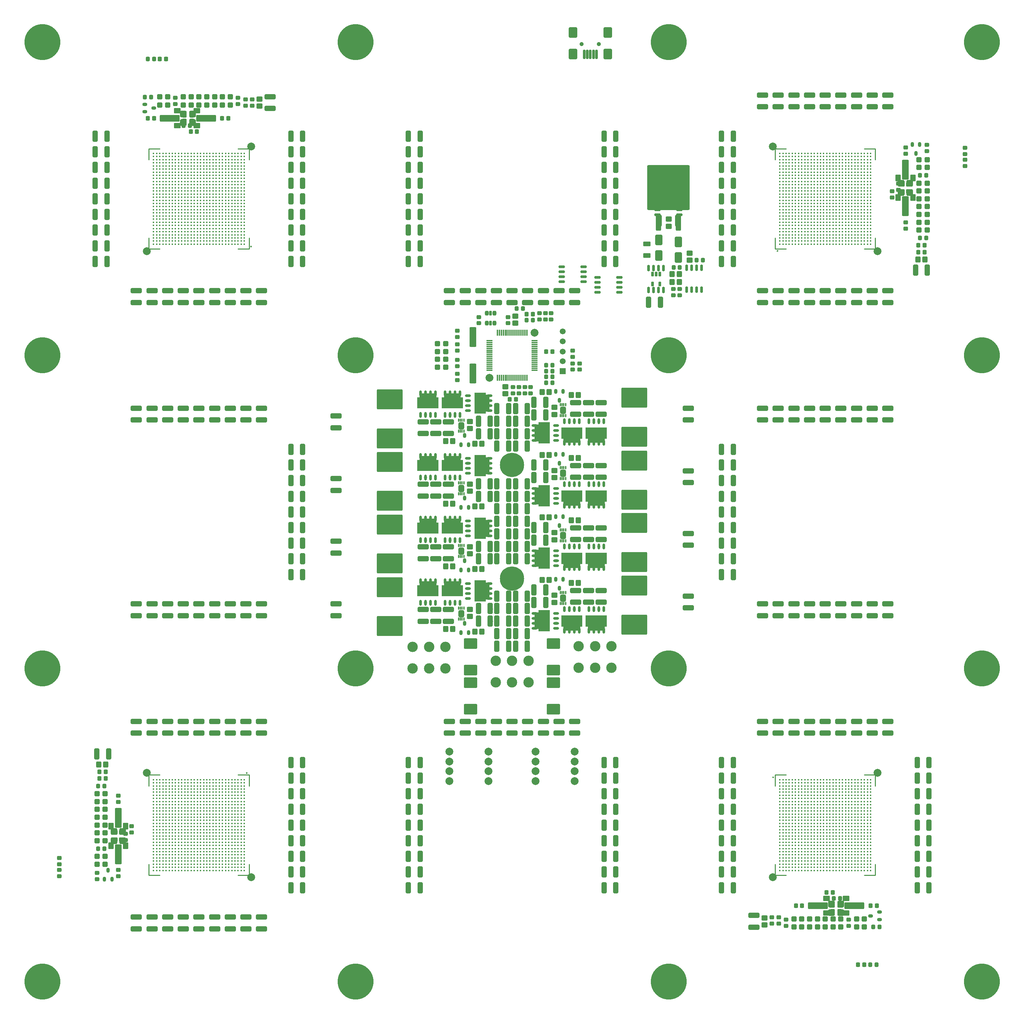
<source format=gts>
%FSLAX44Y44*%
%MOMM*%
G71*
G01*
G75*
G04 Layer_Color=8388736*
%ADD10C,0.4500*%
%ADD11C,1.0000*%
G04:AMPARAMS|DCode=12|XSize=2.7mm|YSize=1.15mm|CornerRadius=0.2013mm|HoleSize=0mm|Usage=FLASHONLY|Rotation=270.000|XOffset=0mm|YOffset=0mm|HoleType=Round|Shape=RoundedRectangle|*
%AMROUNDEDRECTD12*
21,1,2.7000,0.7475,0,0,270.0*
21,1,2.2975,1.1500,0,0,270.0*
1,1,0.4025,-0.3738,-1.1487*
1,1,0.4025,-0.3738,1.1487*
1,1,0.4025,0.3738,1.1487*
1,1,0.4025,0.3738,-1.1487*
%
%ADD12ROUNDEDRECTD12*%
G04:AMPARAMS|DCode=13|XSize=1mm|YSize=0.9mm|CornerRadius=0.198mm|HoleSize=0mm|Usage=FLASHONLY|Rotation=270.000|XOffset=0mm|YOffset=0mm|HoleType=Round|Shape=RoundedRectangle|*
%AMROUNDEDRECTD13*
21,1,1.0000,0.5040,0,0,270.0*
21,1,0.6040,0.9000,0,0,270.0*
1,1,0.3960,-0.2520,-0.3020*
1,1,0.3960,-0.2520,0.3020*
1,1,0.3960,0.2520,0.3020*
1,1,0.3960,0.2520,-0.3020*
%
%ADD13ROUNDEDRECTD13*%
G04:AMPARAMS|DCode=14|XSize=1.6mm|YSize=1.5mm|CornerRadius=0.2475mm|HoleSize=0mm|Usage=FLASHONLY|Rotation=0.000|XOffset=0mm|YOffset=0mm|HoleType=Round|Shape=RoundedRectangle|*
%AMROUNDEDRECTD14*
21,1,1.6000,1.0050,0,0,0.0*
21,1,1.1050,1.5000,0,0,0.0*
1,1,0.4950,0.5525,-0.5025*
1,1,0.4950,-0.5525,-0.5025*
1,1,0.4950,-0.5525,0.5025*
1,1,0.4950,0.5525,0.5025*
%
%ADD14ROUNDEDRECTD14*%
G04:AMPARAMS|DCode=15|XSize=1mm|YSize=0.95mm|CornerRadius=0.1995mm|HoleSize=0mm|Usage=FLASHONLY|Rotation=270.000|XOffset=0mm|YOffset=0mm|HoleType=Round|Shape=RoundedRectangle|*
%AMROUNDEDRECTD15*
21,1,1.0000,0.5510,0,0,270.0*
21,1,0.6010,0.9500,0,0,270.0*
1,1,0.3990,-0.2755,-0.3005*
1,1,0.3990,-0.2755,0.3005*
1,1,0.3990,0.2755,0.3005*
1,1,0.3990,0.2755,-0.3005*
%
%ADD15ROUNDEDRECTD15*%
G04:AMPARAMS|DCode=16|XSize=1.1mm|YSize=1mm|CornerRadius=0.165mm|HoleSize=0mm|Usage=FLASHONLY|Rotation=0.000|XOffset=0mm|YOffset=0mm|HoleType=Round|Shape=RoundedRectangle|*
%AMROUNDEDRECTD16*
21,1,1.1000,0.6700,0,0,0.0*
21,1,0.7700,1.0000,0,0,0.0*
1,1,0.3300,0.3850,-0.3350*
1,1,0.3300,-0.3850,-0.3350*
1,1,0.3300,-0.3850,0.3350*
1,1,0.3300,0.3850,0.3350*
%
%ADD16ROUNDEDRECTD16*%
G04:AMPARAMS|DCode=17|XSize=1.4mm|YSize=1.2mm|CornerRadius=0.198mm|HoleSize=0mm|Usage=FLASHONLY|Rotation=0.000|XOffset=0mm|YOffset=0mm|HoleType=Round|Shape=RoundedRectangle|*
%AMROUNDEDRECTD17*
21,1,1.4000,0.8040,0,0,0.0*
21,1,1.0040,1.2000,0,0,0.0*
1,1,0.3960,0.5020,-0.4020*
1,1,0.3960,-0.5020,-0.4020*
1,1,0.3960,-0.5020,0.4020*
1,1,0.3960,0.5020,0.4020*
%
%ADD17ROUNDEDRECTD17*%
G04:AMPARAMS|DCode=18|XSize=1mm|YSize=0.9mm|CornerRadius=0.198mm|HoleSize=0mm|Usage=FLASHONLY|Rotation=180.000|XOffset=0mm|YOffset=0mm|HoleType=Round|Shape=RoundedRectangle|*
%AMROUNDEDRECTD18*
21,1,1.0000,0.5040,0,0,180.0*
21,1,0.6040,0.9000,0,0,180.0*
1,1,0.3960,-0.3020,0.2520*
1,1,0.3960,0.3020,0.2520*
1,1,0.3960,0.3020,-0.2520*
1,1,0.3960,-0.3020,-0.2520*
%
%ADD18ROUNDEDRECTD18*%
G04:AMPARAMS|DCode=19|XSize=1.6mm|YSize=1.5mm|CornerRadius=0.2475mm|HoleSize=0mm|Usage=FLASHONLY|Rotation=270.000|XOffset=0mm|YOffset=0mm|HoleType=Round|Shape=RoundedRectangle|*
%AMROUNDEDRECTD19*
21,1,1.6000,1.0050,0,0,270.0*
21,1,1.1050,1.5000,0,0,270.0*
1,1,0.4950,-0.5025,-0.5525*
1,1,0.4950,-0.5025,0.5525*
1,1,0.4950,0.5025,0.5525*
1,1,0.4950,0.5025,-0.5525*
%
%ADD19ROUNDEDRECTD19*%
G04:AMPARAMS|DCode=20|XSize=1mm|YSize=0.95mm|CornerRadius=0.1995mm|HoleSize=0mm|Usage=FLASHONLY|Rotation=180.000|XOffset=0mm|YOffset=0mm|HoleType=Round|Shape=RoundedRectangle|*
%AMROUNDEDRECTD20*
21,1,1.0000,0.5510,0,0,180.0*
21,1,0.6010,0.9500,0,0,180.0*
1,1,0.3990,-0.3005,0.2755*
1,1,0.3990,0.3005,0.2755*
1,1,0.3990,0.3005,-0.2755*
1,1,0.3990,-0.3005,-0.2755*
%
%ADD20ROUNDEDRECTD20*%
G04:AMPARAMS|DCode=21|XSize=1.1mm|YSize=1mm|CornerRadius=0.165mm|HoleSize=0mm|Usage=FLASHONLY|Rotation=270.000|XOffset=0mm|YOffset=0mm|HoleType=Round|Shape=RoundedRectangle|*
%AMROUNDEDRECTD21*
21,1,1.1000,0.6700,0,0,270.0*
21,1,0.7700,1.0000,0,0,270.0*
1,1,0.3300,-0.3350,-0.3850*
1,1,0.3300,-0.3350,0.3850*
1,1,0.3300,0.3350,0.3850*
1,1,0.3300,0.3350,-0.3850*
%
%ADD21ROUNDEDRECTD21*%
G04:AMPARAMS|DCode=22|XSize=1.4mm|YSize=1.2mm|CornerRadius=0.198mm|HoleSize=0mm|Usage=FLASHONLY|Rotation=270.000|XOffset=0mm|YOffset=0mm|HoleType=Round|Shape=RoundedRectangle|*
%AMROUNDEDRECTD22*
21,1,1.4000,0.8040,0,0,270.0*
21,1,1.0040,1.2000,0,0,270.0*
1,1,0.3960,-0.4020,-0.5020*
1,1,0.3960,-0.4020,0.5020*
1,1,0.3960,0.4020,0.5020*
1,1,0.3960,0.4020,-0.5020*
%
%ADD22ROUNDEDRECTD22*%
%ADD23R,1.3000X1.3000*%
%ADD24C,1.3000*%
G04:AMPARAMS|DCode=25|XSize=2.7mm|YSize=1.15mm|CornerRadius=0.2013mm|HoleSize=0mm|Usage=FLASHONLY|Rotation=180.000|XOffset=0mm|YOffset=0mm|HoleType=Round|Shape=RoundedRectangle|*
%AMROUNDEDRECTD25*
21,1,2.7000,0.7475,0,0,180.0*
21,1,2.2975,1.1500,0,0,180.0*
1,1,0.4025,-1.1487,0.3738*
1,1,0.4025,1.1487,0.3738*
1,1,0.4025,1.1487,-0.3738*
1,1,0.4025,-1.1487,-0.3738*
%
%ADD25ROUNDEDRECTD25*%
%ADD26C,0.6000*%
G04:AMPARAMS|DCode=27|XSize=0.7mm|YSize=0.25mm|CornerRadius=0.0838mm|HoleSize=0mm|Usage=FLASHONLY|Rotation=270.000|XOffset=0mm|YOffset=0mm|HoleType=Round|Shape=RoundedRectangle|*
%AMROUNDEDRECTD27*
21,1,0.7000,0.0825,0,0,270.0*
21,1,0.5325,0.2500,0,0,270.0*
1,1,0.1675,-0.0413,-0.2662*
1,1,0.1675,-0.0413,0.2662*
1,1,0.1675,0.0413,0.2662*
1,1,0.1675,0.0413,-0.2662*
%
%ADD27ROUNDEDRECTD27*%
G04:AMPARAMS|DCode=28|XSize=1.35mm|YSize=1.65mm|CornerRadius=0.27mm|HoleSize=0mm|Usage=FLASHONLY|Rotation=0.000|XOffset=0mm|YOffset=0mm|HoleType=Round|Shape=RoundedRectangle|*
%AMROUNDEDRECTD28*
21,1,1.3500,1.1100,0,0,0.0*
21,1,0.8100,1.6500,0,0,0.0*
1,1,0.5400,0.4050,-0.5550*
1,1,0.5400,-0.4050,-0.5550*
1,1,0.5400,-0.4050,0.5550*
1,1,0.5400,0.4050,0.5550*
%
%ADD28ROUNDEDRECTD28*%
G04:AMPARAMS|DCode=29|XSize=1.45mm|YSize=1.15mm|CornerRadius=0.2013mm|HoleSize=0mm|Usage=FLASHONLY|Rotation=270.000|XOffset=0mm|YOffset=0mm|HoleType=Round|Shape=RoundedRectangle|*
%AMROUNDEDRECTD29*
21,1,1.4500,0.7475,0,0,270.0*
21,1,1.0475,1.1500,0,0,270.0*
1,1,0.4025,-0.3738,-0.5238*
1,1,0.4025,-0.3738,0.5238*
1,1,0.4025,0.3738,0.5238*
1,1,0.4025,0.3738,-0.5238*
%
%ADD29ROUNDEDRECTD29*%
G04:AMPARAMS|DCode=30|XSize=1.05mm|YSize=0.65mm|CornerRadius=0.2015mm|HoleSize=0mm|Usage=FLASHONLY|Rotation=90.000|XOffset=0mm|YOffset=0mm|HoleType=Round|Shape=RoundedRectangle|*
%AMROUNDEDRECTD30*
21,1,1.0500,0.2470,0,0,90.0*
21,1,0.6470,0.6500,0,0,90.0*
1,1,0.4030,0.1235,0.3235*
1,1,0.4030,0.1235,-0.3235*
1,1,0.4030,-0.1235,-0.3235*
1,1,0.4030,-0.1235,0.3235*
%
%ADD30ROUNDEDRECTD30*%
G04:AMPARAMS|DCode=31|XSize=1.45mm|YSize=1.15mm|CornerRadius=0.2013mm|HoleSize=0mm|Usage=FLASHONLY|Rotation=180.000|XOffset=0mm|YOffset=0mm|HoleType=Round|Shape=RoundedRectangle|*
%AMROUNDEDRECTD31*
21,1,1.4500,0.7475,0,0,180.0*
21,1,1.0475,1.1500,0,0,180.0*
1,1,0.4025,-0.5238,0.3738*
1,1,0.4025,0.5238,0.3738*
1,1,0.4025,0.5238,-0.3738*
1,1,0.4025,-0.5238,-0.3738*
%
%ADD31ROUNDEDRECTD31*%
%ADD32O,1.3500X0.5000*%
G04:AMPARAMS|DCode=33|XSize=6.5mm|YSize=5mm|CornerRadius=0.25mm|HoleSize=0mm|Usage=FLASHONLY|Rotation=0.000|XOffset=0mm|YOffset=0mm|HoleType=Round|Shape=RoundedRectangle|*
%AMROUNDEDRECTD33*
21,1,6.5000,4.5000,0,0,0.0*
21,1,6.0000,5.0000,0,0,0.0*
1,1,0.5000,3.0000,-2.2500*
1,1,0.5000,-3.0000,-2.2500*
1,1,0.5000,-3.0000,2.2500*
1,1,0.5000,3.0000,2.2500*
%
%ADD33ROUNDEDRECTD33*%
%ADD34O,0.5000X1.3500*%
G04:AMPARAMS|DCode=35|XSize=2.5mm|YSize=1.7mm|CornerRadius=0.204mm|HoleSize=0mm|Usage=FLASHONLY|Rotation=270.000|XOffset=0mm|YOffset=0mm|HoleType=Round|Shape=RoundedRectangle|*
%AMROUNDEDRECTD35*
21,1,2.5000,1.2920,0,0,270.0*
21,1,2.0920,1.7000,0,0,270.0*
1,1,0.4080,-0.6460,-1.0460*
1,1,0.4080,-0.6460,1.0460*
1,1,0.4080,0.6460,1.0460*
1,1,0.4080,0.6460,-1.0460*
%
%ADD35ROUNDEDRECTD35*%
G04:AMPARAMS|DCode=36|XSize=1.1mm|YSize=0.8mm|CornerRadius=0.268mm|HoleSize=0mm|Usage=FLASHONLY|Rotation=90.000|XOffset=0mm|YOffset=0mm|HoleType=Round|Shape=RoundedRectangle|*
%AMROUNDEDRECTD36*
21,1,1.1000,0.2640,0,0,90.0*
21,1,0.5640,0.8000,0,0,90.0*
1,1,0.5360,0.1320,0.2820*
1,1,0.5360,0.1320,-0.2820*
1,1,0.5360,-0.1320,-0.2820*
1,1,0.5360,-0.1320,0.2820*
%
%ADD36ROUNDEDRECTD36*%
G04:AMPARAMS|DCode=37|XSize=1.1mm|YSize=0.6mm|CornerRadius=0.201mm|HoleSize=0mm|Usage=FLASHONLY|Rotation=90.000|XOffset=0mm|YOffset=0mm|HoleType=Round|Shape=RoundedRectangle|*
%AMROUNDEDRECTD37*
21,1,1.1000,0.1980,0,0,90.0*
21,1,0.6980,0.6000,0,0,90.0*
1,1,0.4020,0.0990,0.3490*
1,1,0.4020,0.0990,-0.3490*
1,1,0.4020,-0.0990,-0.3490*
1,1,0.4020,-0.0990,0.3490*
%
%ADD37ROUNDEDRECTD37*%
G04:AMPARAMS|DCode=38|XSize=1.2mm|YSize=1.2mm|CornerRadius=0.198mm|HoleSize=0mm|Usage=FLASHONLY|Rotation=0.000|XOffset=0mm|YOffset=0mm|HoleType=Round|Shape=RoundedRectangle|*
%AMROUNDEDRECTD38*
21,1,1.2000,0.8040,0,0,0.0*
21,1,0.8040,1.2000,0,0,0.0*
1,1,0.3960,0.4020,-0.4020*
1,1,0.3960,-0.4020,-0.4020*
1,1,0.3960,-0.4020,0.4020*
1,1,0.3960,0.4020,0.4020*
%
%ADD38ROUNDEDRECTD38*%
G04:AMPARAMS|DCode=39|XSize=3.3mm|YSize=2.5mm|CornerRadius=0.2mm|HoleSize=0mm|Usage=FLASHONLY|Rotation=0.000|XOffset=0mm|YOffset=0mm|HoleType=Round|Shape=RoundedRectangle|*
%AMROUNDEDRECTD39*
21,1,3.3000,2.1000,0,0,0.0*
21,1,2.9000,2.5000,0,0,0.0*
1,1,0.4000,1.4500,-1.0500*
1,1,0.4000,-1.4500,-1.0500*
1,1,0.4000,-1.4500,1.0500*
1,1,0.4000,1.4500,1.0500*
%
%ADD39ROUNDEDRECTD39*%
G04:AMPARAMS|DCode=40|XSize=1.75mm|YSize=1.05mm|CornerRadius=0.1995mm|HoleSize=0mm|Usage=FLASHONLY|Rotation=0.000|XOffset=0mm|YOffset=0mm|HoleType=Round|Shape=RoundedRectangle|*
%AMROUNDEDRECTD40*
21,1,1.7500,0.6510,0,0,0.0*
21,1,1.3510,1.0500,0,0,0.0*
1,1,0.3990,0.6755,-0.3255*
1,1,0.3990,-0.6755,-0.3255*
1,1,0.3990,-0.6755,0.3255*
1,1,0.3990,0.6755,0.3255*
%
%ADD40ROUNDEDRECTD40*%
%ADD41O,1.5500X0.6000*%
G04:AMPARAMS|DCode=42|XSize=3.95mm|YSize=1.2mm|CornerRadius=0.198mm|HoleSize=0mm|Usage=FLASHONLY|Rotation=90.000|XOffset=0mm|YOffset=0mm|HoleType=Round|Shape=RoundedRectangle|*
%AMROUNDEDRECTD42*
21,1,3.9500,0.8040,0,0,90.0*
21,1,3.5540,1.2000,0,0,90.0*
1,1,0.3960,0.4020,1.7770*
1,1,0.3960,0.4020,-1.7770*
1,1,0.3960,-0.4020,-1.7770*
1,1,0.3960,-0.4020,1.7770*
%
%ADD42ROUNDEDRECTD42*%
G04:AMPARAMS|DCode=43|XSize=11.3mm|YSize=10.75mm|CornerRadius=0.215mm|HoleSize=0mm|Usage=FLASHONLY|Rotation=90.000|XOffset=0mm|YOffset=0mm|HoleType=Round|Shape=RoundedRectangle|*
%AMROUNDEDRECTD43*
21,1,11.3000,10.3200,0,0,90.0*
21,1,10.8700,10.7500,0,0,90.0*
1,1,0.4300,5.1600,5.4350*
1,1,0.4300,5.1600,-5.4350*
1,1,0.4300,-5.1600,-5.4350*
1,1,0.4300,-5.1600,5.4350*
%
%ADD43ROUNDEDRECTD43*%
G04:AMPARAMS|DCode=44|XSize=2.85mm|YSize=1mm|CornerRadius=0.2mm|HoleSize=0mm|Usage=FLASHONLY|Rotation=90.000|XOffset=0mm|YOffset=0mm|HoleType=Round|Shape=RoundedRectangle|*
%AMROUNDEDRECTD44*
21,1,2.8500,0.6000,0,0,90.0*
21,1,2.4500,1.0000,0,0,90.0*
1,1,0.4000,0.3000,1.2250*
1,1,0.4000,0.3000,-1.2250*
1,1,0.4000,-0.3000,-1.2250*
1,1,0.4000,-0.3000,1.2250*
%
%ADD44ROUNDEDRECTD44*%
G04:AMPARAMS|DCode=45|XSize=6.45mm|YSize=6mm|CornerRadius=0.21mm|HoleSize=0mm|Usage=FLASHONLY|Rotation=90.000|XOffset=0mm|YOffset=0mm|HoleType=Round|Shape=RoundedRectangle|*
%AMROUNDEDRECTD45*
21,1,6.4500,5.5800,0,0,90.0*
21,1,6.0300,6.0000,0,0,90.0*
1,1,0.4200,2.7900,3.0150*
1,1,0.4200,2.7900,-3.0150*
1,1,0.4200,-2.7900,-3.0150*
1,1,0.4200,-2.7900,3.0150*
%
%ADD45ROUNDEDRECTD45*%
%ADD46O,0.6000X1.5500*%
G04:AMPARAMS|DCode=47|XSize=4.9mm|YSize=1.6mm|CornerRadius=0.2mm|HoleSize=0mm|Usage=FLASHONLY|Rotation=270.000|XOffset=0mm|YOffset=0mm|HoleType=Round|Shape=RoundedRectangle|*
%AMROUNDEDRECTD47*
21,1,4.9000,1.2000,0,0,270.0*
21,1,4.5000,1.6000,0,0,270.0*
1,1,0.4000,-0.6000,-2.2500*
1,1,0.4000,-0.6000,2.2500*
1,1,0.4000,0.6000,2.2500*
1,1,0.4000,0.6000,-2.2500*
%
%ADD47ROUNDEDRECTD47*%
%ADD48O,0.3000X1.5000*%
%ADD49O,1.5000X0.3000*%
G04:AMPARAMS|DCode=50|XSize=2.5mm|YSize=2mm|CornerRadius=0.2mm|HoleSize=0mm|Usage=FLASHONLY|Rotation=270.000|XOffset=0mm|YOffset=0mm|HoleType=Round|Shape=RoundedRectangle|*
%AMROUNDEDRECTD50*
21,1,2.5000,1.6000,0,0,270.0*
21,1,2.1000,2.0000,0,0,270.0*
1,1,0.4000,-0.8000,-1.0500*
1,1,0.4000,-0.8000,1.0500*
1,1,0.4000,0.8000,1.0500*
1,1,0.4000,0.8000,-1.0500*
%
%ADD50ROUNDEDRECTD50*%
G04:AMPARAMS|DCode=51|XSize=2.3mm|YSize=0.5mm|CornerRadius=0.2mm|HoleSize=0mm|Usage=FLASHONLY|Rotation=270.000|XOffset=0mm|YOffset=0mm|HoleType=Round|Shape=RoundedRectangle|*
%AMROUNDEDRECTD51*
21,1,2.3000,0.1000,0,0,270.0*
21,1,1.9000,0.5000,0,0,270.0*
1,1,0.4000,-0.0500,-0.9500*
1,1,0.4000,-0.0500,0.9500*
1,1,0.4000,0.0500,0.9500*
1,1,0.4000,0.0500,-0.9500*
%
%ADD51ROUNDEDRECTD51*%
G04:AMPARAMS|DCode=52|XSize=1.2mm|YSize=1.2mm|CornerRadius=0.198mm|HoleSize=0mm|Usage=FLASHONLY|Rotation=270.000|XOffset=0mm|YOffset=0mm|HoleType=Round|Shape=RoundedRectangle|*
%AMROUNDEDRECTD52*
21,1,1.2000,0.8040,0,0,270.0*
21,1,0.8040,1.2000,0,0,270.0*
1,1,0.3960,-0.4020,-0.4020*
1,1,0.3960,-0.4020,0.4020*
1,1,0.3960,0.4020,0.4020*
1,1,0.3960,0.4020,-0.4020*
%
%ADD52ROUNDEDRECTD52*%
G04:AMPARAMS|DCode=53|XSize=1.6mm|YSize=1.25mm|CornerRadius=0.2mm|HoleSize=0mm|Usage=FLASHONLY|Rotation=90.000|XOffset=0mm|YOffset=0mm|HoleType=Round|Shape=RoundedRectangle|*
%AMROUNDEDRECTD53*
21,1,1.6000,0.8500,0,0,90.0*
21,1,1.2000,1.2500,0,0,90.0*
1,1,0.4000,0.4250,0.6000*
1,1,0.4000,0.4250,-0.6000*
1,1,0.4000,-0.4250,-0.6000*
1,1,0.4000,-0.4250,0.6000*
%
%ADD53ROUNDEDRECTD53*%
G04:AMPARAMS|DCode=54|XSize=1.6mm|YSize=1.25mm|CornerRadius=0.2mm|HoleSize=0mm|Usage=FLASHONLY|Rotation=180.000|XOffset=0mm|YOffset=0mm|HoleType=Round|Shape=RoundedRectangle|*
%AMROUNDEDRECTD54*
21,1,1.6000,0.8500,0,0,180.0*
21,1,1.2000,1.2500,0,0,180.0*
1,1,0.4000,-0.6000,0.4250*
1,1,0.4000,0.6000,0.4250*
1,1,0.4000,0.6000,-0.4250*
1,1,0.4000,-0.6000,-0.4250*
%
%ADD54ROUNDEDRECTD54*%
G04:AMPARAMS|DCode=55|XSize=1.05mm|YSize=0.65mm|CornerRadius=0.2015mm|HoleSize=0mm|Usage=FLASHONLY|Rotation=180.000|XOffset=0mm|YOffset=0mm|HoleType=Round|Shape=RoundedRectangle|*
%AMROUNDEDRECTD55*
21,1,1.0500,0.2470,0,0,180.0*
21,1,0.6470,0.6500,0,0,180.0*
1,1,0.4030,-0.3235,0.1235*
1,1,0.4030,0.3235,0.1235*
1,1,0.4030,0.3235,-0.1235*
1,1,0.4030,-0.3235,-0.1235*
%
%ADD55ROUNDEDRECTD55*%
G04:AMPARAMS|DCode=56|XSize=4.9mm|YSize=1.6mm|CornerRadius=0.2mm|HoleSize=0mm|Usage=FLASHONLY|Rotation=0.000|XOffset=0mm|YOffset=0mm|HoleType=Round|Shape=RoundedRectangle|*
%AMROUNDEDRECTD56*
21,1,4.9000,1.2000,0,0,0.0*
21,1,4.5000,1.6000,0,0,0.0*
1,1,0.4000,2.2500,-0.6000*
1,1,0.4000,-2.2500,-0.6000*
1,1,0.4000,-2.2500,0.6000*
1,1,0.4000,2.2500,0.6000*
%
%ADD56ROUNDEDRECTD56*%
%ADD57C,0.6000*%
%ADD58C,0.4500*%
%ADD59C,0.2000*%
%ADD60C,0.2500*%
%ADD61C,0.5000*%
%ADD62C,0.2540*%
%ADD63C,0.3500*%
%ADD64C,0.3000*%
%ADD65C,0.4000*%
%ADD66C,1.8500*%
%ADD67C,2.5000*%
%ADD68C,9.0000*%
%ADD69C,0.5000*%
%ADD70C,6.0000*%
%ADD71C,0.1000*%
%ADD72C,0.1500*%
%ADD73C,0.1524*%
%ADD74C,0.1200*%
%ADD75C,0.0000*%
%ADD76C,2.0000*%
G04:AMPARAMS|DCode=77|XSize=2.85mm|YSize=1.3mm|CornerRadius=0.2763mm|HoleSize=0mm|Usage=FLASHONLY|Rotation=270.000|XOffset=0mm|YOffset=0mm|HoleType=Round|Shape=RoundedRectangle|*
%AMROUNDEDRECTD77*
21,1,2.8500,0.7475,0,0,270.0*
21,1,2.2975,1.3000,0,0,270.0*
1,1,0.5525,-0.3738,-1.1487*
1,1,0.5525,-0.3738,1.1487*
1,1,0.5525,0.3738,1.1487*
1,1,0.5525,0.3738,-1.1487*
%
%ADD77ROUNDEDRECTD77*%
G04:AMPARAMS|DCode=78|XSize=1.15mm|YSize=1.05mm|CornerRadius=0.273mm|HoleSize=0mm|Usage=FLASHONLY|Rotation=270.000|XOffset=0mm|YOffset=0mm|HoleType=Round|Shape=RoundedRectangle|*
%AMROUNDEDRECTD78*
21,1,1.1500,0.5040,0,0,270.0*
21,1,0.6040,1.0500,0,0,270.0*
1,1,0.5460,-0.2520,-0.3020*
1,1,0.5460,-0.2520,0.3020*
1,1,0.5460,0.2520,0.3020*
1,1,0.5460,0.2520,-0.3020*
%
%ADD78ROUNDEDRECTD78*%
G04:AMPARAMS|DCode=79|XSize=1.75mm|YSize=1.65mm|CornerRadius=0.3225mm|HoleSize=0mm|Usage=FLASHONLY|Rotation=0.000|XOffset=0mm|YOffset=0mm|HoleType=Round|Shape=RoundedRectangle|*
%AMROUNDEDRECTD79*
21,1,1.7500,1.0050,0,0,0.0*
21,1,1.1050,1.6500,0,0,0.0*
1,1,0.6450,0.5525,-0.5025*
1,1,0.6450,-0.5525,-0.5025*
1,1,0.6450,-0.5525,0.5025*
1,1,0.6450,0.5525,0.5025*
%
%ADD79ROUNDEDRECTD79*%
G04:AMPARAMS|DCode=80|XSize=1.15mm|YSize=1.1mm|CornerRadius=0.2745mm|HoleSize=0mm|Usage=FLASHONLY|Rotation=270.000|XOffset=0mm|YOffset=0mm|HoleType=Round|Shape=RoundedRectangle|*
%AMROUNDEDRECTD80*
21,1,1.1500,0.5510,0,0,270.0*
21,1,0.6010,1.1000,0,0,270.0*
1,1,0.5490,-0.2755,-0.3005*
1,1,0.5490,-0.2755,0.3005*
1,1,0.5490,0.2755,0.3005*
1,1,0.5490,0.2755,-0.3005*
%
%ADD80ROUNDEDRECTD80*%
G04:AMPARAMS|DCode=81|XSize=1.25mm|YSize=1.15mm|CornerRadius=0.24mm|HoleSize=0mm|Usage=FLASHONLY|Rotation=0.000|XOffset=0mm|YOffset=0mm|HoleType=Round|Shape=RoundedRectangle|*
%AMROUNDEDRECTD81*
21,1,1.2500,0.6700,0,0,0.0*
21,1,0.7700,1.1500,0,0,0.0*
1,1,0.4800,0.3850,-0.3350*
1,1,0.4800,-0.3850,-0.3350*
1,1,0.4800,-0.3850,0.3350*
1,1,0.4800,0.3850,0.3350*
%
%ADD81ROUNDEDRECTD81*%
G04:AMPARAMS|DCode=82|XSize=1.55mm|YSize=1.35mm|CornerRadius=0.273mm|HoleSize=0mm|Usage=FLASHONLY|Rotation=0.000|XOffset=0mm|YOffset=0mm|HoleType=Round|Shape=RoundedRectangle|*
%AMROUNDEDRECTD82*
21,1,1.5500,0.8040,0,0,0.0*
21,1,1.0040,1.3500,0,0,0.0*
1,1,0.5460,0.5020,-0.4020*
1,1,0.5460,-0.5020,-0.4020*
1,1,0.5460,-0.5020,0.4020*
1,1,0.5460,0.5020,0.4020*
%
%ADD82ROUNDEDRECTD82*%
G04:AMPARAMS|DCode=83|XSize=1.15mm|YSize=1.05mm|CornerRadius=0.273mm|HoleSize=0mm|Usage=FLASHONLY|Rotation=180.000|XOffset=0mm|YOffset=0mm|HoleType=Round|Shape=RoundedRectangle|*
%AMROUNDEDRECTD83*
21,1,1.1500,0.5040,0,0,180.0*
21,1,0.6040,1.0500,0,0,180.0*
1,1,0.5460,-0.3020,0.2520*
1,1,0.5460,0.3020,0.2520*
1,1,0.5460,0.3020,-0.2520*
1,1,0.5460,-0.3020,-0.2520*
%
%ADD83ROUNDEDRECTD83*%
G04:AMPARAMS|DCode=84|XSize=1.75mm|YSize=1.65mm|CornerRadius=0.3225mm|HoleSize=0mm|Usage=FLASHONLY|Rotation=270.000|XOffset=0mm|YOffset=0mm|HoleType=Round|Shape=RoundedRectangle|*
%AMROUNDEDRECTD84*
21,1,1.7500,1.0050,0,0,270.0*
21,1,1.1050,1.6500,0,0,270.0*
1,1,0.6450,-0.5025,-0.5525*
1,1,0.6450,-0.5025,0.5525*
1,1,0.6450,0.5025,0.5525*
1,1,0.6450,0.5025,-0.5525*
%
%ADD84ROUNDEDRECTD84*%
G04:AMPARAMS|DCode=85|XSize=1.15mm|YSize=1.1mm|CornerRadius=0.2745mm|HoleSize=0mm|Usage=FLASHONLY|Rotation=180.000|XOffset=0mm|YOffset=0mm|HoleType=Round|Shape=RoundedRectangle|*
%AMROUNDEDRECTD85*
21,1,1.1500,0.5510,0,0,180.0*
21,1,0.6010,1.1000,0,0,180.0*
1,1,0.5490,-0.3005,0.2755*
1,1,0.5490,0.3005,0.2755*
1,1,0.5490,0.3005,-0.2755*
1,1,0.5490,-0.3005,-0.2755*
%
%ADD85ROUNDEDRECTD85*%
G04:AMPARAMS|DCode=86|XSize=1.25mm|YSize=1.15mm|CornerRadius=0.24mm|HoleSize=0mm|Usage=FLASHONLY|Rotation=270.000|XOffset=0mm|YOffset=0mm|HoleType=Round|Shape=RoundedRectangle|*
%AMROUNDEDRECTD86*
21,1,1.2500,0.6700,0,0,270.0*
21,1,0.7700,1.1500,0,0,270.0*
1,1,0.4800,-0.3350,-0.3850*
1,1,0.4800,-0.3350,0.3850*
1,1,0.4800,0.3350,0.3850*
1,1,0.4800,0.3350,-0.3850*
%
%ADD86ROUNDEDRECTD86*%
G04:AMPARAMS|DCode=87|XSize=1.55mm|YSize=1.35mm|CornerRadius=0.273mm|HoleSize=0mm|Usage=FLASHONLY|Rotation=270.000|XOffset=0mm|YOffset=0mm|HoleType=Round|Shape=RoundedRectangle|*
%AMROUNDEDRECTD87*
21,1,1.5500,0.8040,0,0,270.0*
21,1,1.0040,1.3500,0,0,270.0*
1,1,0.5460,-0.4020,-0.5020*
1,1,0.5460,-0.4020,0.5020*
1,1,0.5460,0.4020,0.5020*
1,1,0.5460,0.4020,-0.5020*
%
%ADD87ROUNDEDRECTD87*%
%ADD88R,1.5000X1.5000*%
%ADD89C,1.5000*%
G04:AMPARAMS|DCode=90|XSize=2.85mm|YSize=1.3mm|CornerRadius=0.2763mm|HoleSize=0mm|Usage=FLASHONLY|Rotation=180.000|XOffset=0mm|YOffset=0mm|HoleType=Round|Shape=RoundedRectangle|*
%AMROUNDEDRECTD90*
21,1,2.8500,0.7475,0,0,180.0*
21,1,2.2975,1.3000,0,0,180.0*
1,1,0.5525,-1.1487,0.3738*
1,1,0.5525,1.1487,0.3738*
1,1,0.5525,1.1487,-0.3738*
1,1,0.5525,-1.1487,-0.3738*
%
%ADD90ROUNDEDRECTD90*%
%ADD91C,0.8000*%
G04:AMPARAMS|DCode=92|XSize=0.8mm|YSize=0.35mm|CornerRadius=0.1338mm|HoleSize=0mm|Usage=FLASHONLY|Rotation=270.000|XOffset=0mm|YOffset=0mm|HoleType=Round|Shape=RoundedRectangle|*
%AMROUNDEDRECTD92*
21,1,0.8000,0.0825,0,0,270.0*
21,1,0.5325,0.3500,0,0,270.0*
1,1,0.2675,-0.0413,-0.2662*
1,1,0.2675,-0.0413,0.2662*
1,1,0.2675,0.0413,0.2662*
1,1,0.2675,0.0413,-0.2662*
%
%ADD92ROUNDEDRECTD92*%
G04:AMPARAMS|DCode=93|XSize=1.5mm|YSize=1.8mm|CornerRadius=0.345mm|HoleSize=0mm|Usage=FLASHONLY|Rotation=0.000|XOffset=0mm|YOffset=0mm|HoleType=Round|Shape=RoundedRectangle|*
%AMROUNDEDRECTD93*
21,1,1.5000,1.1100,0,0,0.0*
21,1,0.8100,1.8000,0,0,0.0*
1,1,0.6900,0.4050,-0.5550*
1,1,0.6900,-0.4050,-0.5550*
1,1,0.6900,-0.4050,0.5550*
1,1,0.6900,0.4050,0.5550*
%
%ADD93ROUNDEDRECTD93*%
G04:AMPARAMS|DCode=94|XSize=1.6mm|YSize=1.3mm|CornerRadius=0.2763mm|HoleSize=0mm|Usage=FLASHONLY|Rotation=270.000|XOffset=0mm|YOffset=0mm|HoleType=Round|Shape=RoundedRectangle|*
%AMROUNDEDRECTD94*
21,1,1.6000,0.7475,0,0,270.0*
21,1,1.0475,1.3000,0,0,270.0*
1,1,0.5525,-0.3738,-0.5238*
1,1,0.5525,-0.3738,0.5238*
1,1,0.5525,0.3738,0.5238*
1,1,0.5525,0.3738,-0.5238*
%
%ADD94ROUNDEDRECTD94*%
G04:AMPARAMS|DCode=95|XSize=1.2mm|YSize=0.8mm|CornerRadius=0.2765mm|HoleSize=0mm|Usage=FLASHONLY|Rotation=90.000|XOffset=0mm|YOffset=0mm|HoleType=Round|Shape=RoundedRectangle|*
%AMROUNDEDRECTD95*
21,1,1.2000,0.2470,0,0,90.0*
21,1,0.6470,0.8000,0,0,90.0*
1,1,0.5530,0.1235,0.3235*
1,1,0.5530,0.1235,-0.3235*
1,1,0.5530,-0.1235,-0.3235*
1,1,0.5530,-0.1235,0.3235*
%
%ADD95ROUNDEDRECTD95*%
G04:AMPARAMS|DCode=96|XSize=1.6mm|YSize=1.3mm|CornerRadius=0.2763mm|HoleSize=0mm|Usage=FLASHONLY|Rotation=180.000|XOffset=0mm|YOffset=0mm|HoleType=Round|Shape=RoundedRectangle|*
%AMROUNDEDRECTD96*
21,1,1.6000,0.7475,0,0,180.0*
21,1,1.0475,1.3000,0,0,180.0*
1,1,0.5525,-0.5238,0.3738*
1,1,0.5525,0.5238,0.3738*
1,1,0.5525,0.5238,-0.3738*
1,1,0.5525,-0.5238,-0.3738*
%
%ADD96ROUNDEDRECTD96*%
%ADD97O,1.5000X0.6500*%
G04:AMPARAMS|DCode=98|XSize=6.65mm|YSize=5.15mm|CornerRadius=0.325mm|HoleSize=0mm|Usage=FLASHONLY|Rotation=0.000|XOffset=0mm|YOffset=0mm|HoleType=Round|Shape=RoundedRectangle|*
%AMROUNDEDRECTD98*
21,1,6.6500,4.5000,0,0,0.0*
21,1,6.0000,5.1500,0,0,0.0*
1,1,0.6500,3.0000,-2.2500*
1,1,0.6500,-3.0000,-2.2500*
1,1,0.6500,-3.0000,2.2500*
1,1,0.6500,3.0000,2.2500*
%
%ADD98ROUNDEDRECTD98*%
%ADD99O,0.6500X1.5000*%
G04:AMPARAMS|DCode=100|XSize=2.65mm|YSize=1.85mm|CornerRadius=0.279mm|HoleSize=0mm|Usage=FLASHONLY|Rotation=270.000|XOffset=0mm|YOffset=0mm|HoleType=Round|Shape=RoundedRectangle|*
%AMROUNDEDRECTD100*
21,1,2.6500,1.2920,0,0,270.0*
21,1,2.0920,1.8500,0,0,270.0*
1,1,0.5580,-0.6460,-1.0460*
1,1,0.5580,-0.6460,1.0460*
1,1,0.5580,0.6460,1.0460*
1,1,0.5580,0.6460,-1.0460*
%
%ADD100ROUNDEDRECTD100*%
G04:AMPARAMS|DCode=101|XSize=1.25mm|YSize=0.95mm|CornerRadius=0.343mm|HoleSize=0mm|Usage=FLASHONLY|Rotation=90.000|XOffset=0mm|YOffset=0mm|HoleType=Round|Shape=RoundedRectangle|*
%AMROUNDEDRECTD101*
21,1,1.2500,0.2640,0,0,90.0*
21,1,0.5640,0.9500,0,0,90.0*
1,1,0.6860,0.1320,0.2820*
1,1,0.6860,0.1320,-0.2820*
1,1,0.6860,-0.1320,-0.2820*
1,1,0.6860,-0.1320,0.2820*
%
%ADD101ROUNDEDRECTD101*%
G04:AMPARAMS|DCode=102|XSize=1.25mm|YSize=0.75mm|CornerRadius=0.276mm|HoleSize=0mm|Usage=FLASHONLY|Rotation=90.000|XOffset=0mm|YOffset=0mm|HoleType=Round|Shape=RoundedRectangle|*
%AMROUNDEDRECTD102*
21,1,1.2500,0.1980,0,0,90.0*
21,1,0.6980,0.7500,0,0,90.0*
1,1,0.5520,0.0990,0.3490*
1,1,0.5520,0.0990,-0.3490*
1,1,0.5520,-0.0990,-0.3490*
1,1,0.5520,-0.0990,0.3490*
%
%ADD102ROUNDEDRECTD102*%
G04:AMPARAMS|DCode=103|XSize=1.35mm|YSize=1.35mm|CornerRadius=0.273mm|HoleSize=0mm|Usage=FLASHONLY|Rotation=0.000|XOffset=0mm|YOffset=0mm|HoleType=Round|Shape=RoundedRectangle|*
%AMROUNDEDRECTD103*
21,1,1.3500,0.8040,0,0,0.0*
21,1,0.8040,1.3500,0,0,0.0*
1,1,0.5460,0.4020,-0.4020*
1,1,0.5460,-0.4020,-0.4020*
1,1,0.5460,-0.4020,0.4020*
1,1,0.5460,0.4020,0.4020*
%
%ADD103ROUNDEDRECTD103*%
G04:AMPARAMS|DCode=104|XSize=3.45mm|YSize=2.65mm|CornerRadius=0.275mm|HoleSize=0mm|Usage=FLASHONLY|Rotation=0.000|XOffset=0mm|YOffset=0mm|HoleType=Round|Shape=RoundedRectangle|*
%AMROUNDEDRECTD104*
21,1,3.4500,2.1000,0,0,0.0*
21,1,2.9000,2.6500,0,0,0.0*
1,1,0.5500,1.4500,-1.0500*
1,1,0.5500,-1.4500,-1.0500*
1,1,0.5500,-1.4500,1.0500*
1,1,0.5500,1.4500,1.0500*
%
%ADD104ROUNDEDRECTD104*%
G04:AMPARAMS|DCode=105|XSize=1.9mm|YSize=1.2mm|CornerRadius=0.2745mm|HoleSize=0mm|Usage=FLASHONLY|Rotation=0.000|XOffset=0mm|YOffset=0mm|HoleType=Round|Shape=RoundedRectangle|*
%AMROUNDEDRECTD105*
21,1,1.9000,0.6510,0,0,0.0*
21,1,1.3510,1.2000,0,0,0.0*
1,1,0.5490,0.6755,-0.3255*
1,1,0.5490,-0.6755,-0.3255*
1,1,0.5490,-0.6755,0.3255*
1,1,0.5490,0.6755,0.3255*
%
%ADD105ROUNDEDRECTD105*%
%ADD106O,1.7000X0.7500*%
G04:AMPARAMS|DCode=107|XSize=4.1mm|YSize=1.35mm|CornerRadius=0.273mm|HoleSize=0mm|Usage=FLASHONLY|Rotation=90.000|XOffset=0mm|YOffset=0mm|HoleType=Round|Shape=RoundedRectangle|*
%AMROUNDEDRECTD107*
21,1,4.1000,0.8040,0,0,90.0*
21,1,3.5540,1.3500,0,0,90.0*
1,1,0.5460,0.4020,1.7770*
1,1,0.5460,0.4020,-1.7770*
1,1,0.5460,-0.4020,-1.7770*
1,1,0.5460,-0.4020,1.7770*
%
%ADD107ROUNDEDRECTD107*%
G04:AMPARAMS|DCode=108|XSize=11.45mm|YSize=10.9mm|CornerRadius=0.29mm|HoleSize=0mm|Usage=FLASHONLY|Rotation=90.000|XOffset=0mm|YOffset=0mm|HoleType=Round|Shape=RoundedRectangle|*
%AMROUNDEDRECTD108*
21,1,11.4500,10.3200,0,0,90.0*
21,1,10.8700,10.9000,0,0,90.0*
1,1,0.5800,5.1600,5.4350*
1,1,0.5800,5.1600,-5.4350*
1,1,0.5800,-5.1600,-5.4350*
1,1,0.5800,-5.1600,5.4350*
%
%ADD108ROUNDEDRECTD108*%
G04:AMPARAMS|DCode=109|XSize=3mm|YSize=1.15mm|CornerRadius=0.275mm|HoleSize=0mm|Usage=FLASHONLY|Rotation=90.000|XOffset=0mm|YOffset=0mm|HoleType=Round|Shape=RoundedRectangle|*
%AMROUNDEDRECTD109*
21,1,3.0000,0.6000,0,0,90.0*
21,1,2.4500,1.1500,0,0,90.0*
1,1,0.5500,0.3000,1.2250*
1,1,0.5500,0.3000,-1.2250*
1,1,0.5500,-0.3000,-1.2250*
1,1,0.5500,-0.3000,1.2250*
%
%ADD109ROUNDEDRECTD109*%
G04:AMPARAMS|DCode=110|XSize=6.6mm|YSize=6.15mm|CornerRadius=0.285mm|HoleSize=0mm|Usage=FLASHONLY|Rotation=90.000|XOffset=0mm|YOffset=0mm|HoleType=Round|Shape=RoundedRectangle|*
%AMROUNDEDRECTD110*
21,1,6.6000,5.5800,0,0,90.0*
21,1,6.0300,6.1500,0,0,90.0*
1,1,0.5700,2.7900,3.0150*
1,1,0.5700,2.7900,-3.0150*
1,1,0.5700,-2.7900,-3.0150*
1,1,0.5700,-2.7900,3.0150*
%
%ADD110ROUNDEDRECTD110*%
%ADD111O,0.7500X1.7000*%
G04:AMPARAMS|DCode=112|XSize=5.05mm|YSize=1.75mm|CornerRadius=0.275mm|HoleSize=0mm|Usage=FLASHONLY|Rotation=270.000|XOffset=0mm|YOffset=0mm|HoleType=Round|Shape=RoundedRectangle|*
%AMROUNDEDRECTD112*
21,1,5.0500,1.2000,0,0,270.0*
21,1,4.5000,1.7500,0,0,270.0*
1,1,0.5500,-0.6000,-2.2500*
1,1,0.5500,-0.6000,2.2500*
1,1,0.5500,0.6000,2.2500*
1,1,0.5500,0.6000,-2.2500*
%
%ADD112ROUNDEDRECTD112*%
%ADD113O,0.4000X1.6000*%
%ADD114O,1.6000X0.4000*%
G04:AMPARAMS|DCode=115|XSize=2.65mm|YSize=2.15mm|CornerRadius=0.275mm|HoleSize=0mm|Usage=FLASHONLY|Rotation=270.000|XOffset=0mm|YOffset=0mm|HoleType=Round|Shape=RoundedRectangle|*
%AMROUNDEDRECTD115*
21,1,2.6500,1.6000,0,0,270.0*
21,1,2.1000,2.1500,0,0,270.0*
1,1,0.5500,-0.8000,-1.0500*
1,1,0.5500,-0.8000,1.0500*
1,1,0.5500,0.8000,1.0500*
1,1,0.5500,0.8000,-1.0500*
%
%ADD115ROUNDEDRECTD115*%
G04:AMPARAMS|DCode=116|XSize=2.45mm|YSize=0.65mm|CornerRadius=0.275mm|HoleSize=0mm|Usage=FLASHONLY|Rotation=270.000|XOffset=0mm|YOffset=0mm|HoleType=Round|Shape=RoundedRectangle|*
%AMROUNDEDRECTD116*
21,1,2.4500,0.1000,0,0,270.0*
21,1,1.9000,0.6500,0,0,270.0*
1,1,0.5500,-0.0500,-0.9500*
1,1,0.5500,-0.0500,0.9500*
1,1,0.5500,0.0500,0.9500*
1,1,0.5500,0.0500,-0.9500*
%
%ADD116ROUNDEDRECTD116*%
G04:AMPARAMS|DCode=117|XSize=1.35mm|YSize=1.35mm|CornerRadius=0.273mm|HoleSize=0mm|Usage=FLASHONLY|Rotation=270.000|XOffset=0mm|YOffset=0mm|HoleType=Round|Shape=RoundedRectangle|*
%AMROUNDEDRECTD117*
21,1,1.3500,0.8040,0,0,270.0*
21,1,0.8040,1.3500,0,0,270.0*
1,1,0.5460,-0.4020,-0.4020*
1,1,0.5460,-0.4020,0.4020*
1,1,0.5460,0.4020,0.4020*
1,1,0.5460,0.4020,-0.4020*
%
%ADD117ROUNDEDRECTD117*%
G04:AMPARAMS|DCode=118|XSize=1.75mm|YSize=1.4mm|CornerRadius=0.275mm|HoleSize=0mm|Usage=FLASHONLY|Rotation=90.000|XOffset=0mm|YOffset=0mm|HoleType=Round|Shape=RoundedRectangle|*
%AMROUNDEDRECTD118*
21,1,1.7500,0.8500,0,0,90.0*
21,1,1.2000,1.4000,0,0,90.0*
1,1,0.5500,0.4250,0.6000*
1,1,0.5500,0.4250,-0.6000*
1,1,0.5500,-0.4250,-0.6000*
1,1,0.5500,-0.4250,0.6000*
%
%ADD118ROUNDEDRECTD118*%
G04:AMPARAMS|DCode=119|XSize=1.75mm|YSize=1.4mm|CornerRadius=0.275mm|HoleSize=0mm|Usage=FLASHONLY|Rotation=180.000|XOffset=0mm|YOffset=0mm|HoleType=Round|Shape=RoundedRectangle|*
%AMROUNDEDRECTD119*
21,1,1.7500,0.8500,0,0,180.0*
21,1,1.2000,1.4000,0,0,180.0*
1,1,0.5500,-0.6000,0.4250*
1,1,0.5500,0.6000,0.4250*
1,1,0.5500,0.6000,-0.4250*
1,1,0.5500,-0.6000,-0.4250*
%
%ADD119ROUNDEDRECTD119*%
G04:AMPARAMS|DCode=120|XSize=1.2mm|YSize=0.8mm|CornerRadius=0.2765mm|HoleSize=0mm|Usage=FLASHONLY|Rotation=180.000|XOffset=0mm|YOffset=0mm|HoleType=Round|Shape=RoundedRectangle|*
%AMROUNDEDRECTD120*
21,1,1.2000,0.2470,0,0,180.0*
21,1,0.6470,0.8000,0,0,180.0*
1,1,0.5530,-0.3235,0.1235*
1,1,0.5530,0.3235,0.1235*
1,1,0.5530,0.3235,-0.1235*
1,1,0.5530,-0.3235,-0.1235*
%
%ADD120ROUNDEDRECTD120*%
G04:AMPARAMS|DCode=121|XSize=5.05mm|YSize=1.75mm|CornerRadius=0.275mm|HoleSize=0mm|Usage=FLASHONLY|Rotation=0.000|XOffset=0mm|YOffset=0mm|HoleType=Round|Shape=RoundedRectangle|*
%AMROUNDEDRECTD121*
21,1,5.0500,1.2000,0,0,0.0*
21,1,4.5000,1.7500,0,0,0.0*
1,1,0.5500,2.2500,-0.6000*
1,1,0.5500,-2.2500,-0.6000*
1,1,0.5500,-2.2500,0.6000*
1,1,0.5500,2.2500,0.6000*
%
%ADD121ROUNDEDRECTD121*%
%ADD122C,2.0000*%
%ADD123C,2.6500*%
%ADD124C,9.2000*%
%ADD125C,1.0500*%
%ADD126C,6.2000*%
G36*
X1492000Y1117001D02*
X1486500D01*
Y1107001D01*
X1443500D01*
Y1117001D01*
X1438000D01*
Y1145501D01*
X1492000D01*
Y1117001D01*
D02*
G37*
G36*
X1429552D02*
X1424052D01*
Y1107001D01*
X1381052D01*
Y1117001D01*
X1375552D01*
Y1145501D01*
X1429552D01*
Y1117001D01*
D02*
G37*
G36*
X1346002Y1105001D02*
X1317502D01*
Y1110501D01*
X1307502D01*
Y1153501D01*
X1317502D01*
Y1159001D01*
X1346002D01*
Y1105001D01*
D02*
G37*
G36*
X1056499Y1223001D02*
X1061999D01*
Y1194501D01*
X1007999D01*
Y1223001D01*
X1013499D01*
Y1233001D01*
X1056499D01*
Y1223001D01*
D02*
G37*
G36*
X1118947Y1223000D02*
X1124447D01*
Y1194500D01*
X1070447D01*
Y1223000D01*
X1075947D01*
Y1233000D01*
X1118947D01*
Y1223000D01*
D02*
G37*
G36*
X1182497Y1229501D02*
X1192497D01*
Y1186501D01*
X1182497D01*
Y1181001D01*
X1153997D01*
Y1235001D01*
X1182497D01*
Y1229501D01*
D02*
G37*
G36*
X1492000Y957001D02*
X1486500D01*
Y947001D01*
X1443500D01*
Y957001D01*
X1438000D01*
Y985501D01*
X1492000D01*
Y957001D01*
D02*
G37*
G36*
X1429552D02*
X1424052D01*
Y947001D01*
X1381052D01*
Y957001D01*
X1375552D01*
Y985501D01*
X1429552D01*
Y957001D01*
D02*
G37*
G36*
X1346002Y945001D02*
X1317502D01*
Y950501D01*
X1307502D01*
Y993501D01*
X1317502D01*
Y999001D01*
X1346002D01*
Y945001D01*
D02*
G37*
G36*
X1118947Y1063001D02*
X1124447D01*
Y1034501D01*
X1070447D01*
Y1063001D01*
X1075947D01*
Y1073001D01*
X1118947D01*
Y1063001D01*
D02*
G37*
G36*
X1056500Y1063000D02*
X1062000D01*
Y1034500D01*
X1008000D01*
Y1063000D01*
X1013500D01*
Y1073000D01*
X1056500D01*
Y1063000D01*
D02*
G37*
G36*
X1182497Y1069501D02*
X1192497D01*
Y1026501D01*
X1182497D01*
Y1021001D01*
X1153997D01*
Y1075001D01*
X1182497D01*
Y1069501D01*
D02*
G37*
G36*
X1492000Y1437000D02*
X1486500D01*
Y1427000D01*
X1443500D01*
Y1437000D01*
X1438000D01*
Y1465500D01*
X1492000D01*
Y1437000D01*
D02*
G37*
G36*
X1429550D02*
X1424050D01*
Y1427000D01*
X1381050D01*
Y1437000D01*
X1375550D01*
Y1465500D01*
X1429550D01*
Y1437000D01*
D02*
G37*
G36*
X1346005Y1425002D02*
X1317505D01*
Y1430502D01*
X1307505D01*
Y1473502D01*
X1317505D01*
Y1479002D01*
X1346005D01*
Y1425002D01*
D02*
G37*
G36*
X1118947Y1543001D02*
X1124447D01*
Y1514501D01*
X1070447D01*
Y1543001D01*
X1075947D01*
Y1553001D01*
X1118947D01*
Y1543001D01*
D02*
G37*
G36*
X1056499D02*
X1061999D01*
Y1514501D01*
X1007999D01*
Y1543001D01*
X1013499D01*
Y1553001D01*
X1056499D01*
Y1543001D01*
D02*
G37*
G36*
X1182497Y1549501D02*
X1192497D01*
Y1506501D01*
X1182497D01*
Y1501001D01*
X1153997D01*
Y1555001D01*
X1182497D01*
Y1549501D01*
D02*
G37*
G36*
X1492000Y1276001D02*
X1486500D01*
Y1266001D01*
X1443500D01*
Y1276001D01*
X1438000D01*
Y1304501D01*
X1492000D01*
Y1276001D01*
D02*
G37*
G36*
X1429552D02*
X1424052D01*
Y1266001D01*
X1381052D01*
Y1276001D01*
X1375552D01*
Y1304501D01*
X1429552D01*
Y1276001D01*
D02*
G37*
G36*
X1346002Y1264001D02*
X1317502D01*
Y1269501D01*
X1307502D01*
Y1312501D01*
X1317502D01*
Y1318001D01*
X1346002D01*
Y1264001D01*
D02*
G37*
G36*
X1118947Y1383001D02*
X1124447D01*
Y1354501D01*
X1070447D01*
Y1383001D01*
X1075947D01*
Y1393001D01*
X1118947D01*
Y1383001D01*
D02*
G37*
G36*
X1056499D02*
X1061999D01*
Y1354501D01*
X1007999D01*
Y1383001D01*
X1013499D01*
Y1393001D01*
X1056499D01*
Y1383001D01*
D02*
G37*
G36*
X1182497Y1389500D02*
X1192497D01*
Y1346500D01*
X1182497D01*
Y1341000D01*
X1153997D01*
Y1395000D01*
X1182497D01*
Y1389500D01*
D02*
G37*
D10*
X566000Y566000D02*
D03*
Y558000D02*
D03*
Y550000D02*
D03*
Y542000D02*
D03*
Y534000D02*
D03*
Y526000D02*
D03*
Y518000D02*
D03*
Y510000D02*
D03*
Y502000D02*
D03*
Y494000D02*
D03*
Y486000D02*
D03*
Y478000D02*
D03*
Y470000D02*
D03*
Y462000D02*
D03*
Y454000D02*
D03*
Y446000D02*
D03*
Y438000D02*
D03*
Y430000D02*
D03*
Y422000D02*
D03*
Y414000D02*
D03*
Y406000D02*
D03*
Y398000D02*
D03*
Y390000D02*
D03*
Y382000D02*
D03*
Y374000D02*
D03*
Y366000D02*
D03*
Y358000D02*
D03*
Y350000D02*
D03*
Y342000D02*
D03*
Y334000D02*
D03*
X558000Y566000D02*
D03*
Y558000D02*
D03*
Y550000D02*
D03*
Y542000D02*
D03*
Y534000D02*
D03*
Y526000D02*
D03*
Y518000D02*
D03*
Y510000D02*
D03*
Y502000D02*
D03*
Y494000D02*
D03*
Y486000D02*
D03*
Y478000D02*
D03*
Y470000D02*
D03*
Y462000D02*
D03*
Y454000D02*
D03*
Y446000D02*
D03*
Y438000D02*
D03*
Y430000D02*
D03*
Y422000D02*
D03*
Y414000D02*
D03*
Y406000D02*
D03*
Y398000D02*
D03*
Y390000D02*
D03*
Y382000D02*
D03*
Y374000D02*
D03*
Y366000D02*
D03*
Y358000D02*
D03*
Y350000D02*
D03*
Y342000D02*
D03*
Y334000D02*
D03*
X550000Y566000D02*
D03*
Y558000D02*
D03*
Y550000D02*
D03*
Y542000D02*
D03*
Y534000D02*
D03*
Y526000D02*
D03*
Y518000D02*
D03*
Y510000D02*
D03*
Y502000D02*
D03*
Y494000D02*
D03*
Y486000D02*
D03*
Y478000D02*
D03*
Y470000D02*
D03*
Y462000D02*
D03*
Y454000D02*
D03*
Y446000D02*
D03*
Y438000D02*
D03*
Y430000D02*
D03*
Y422000D02*
D03*
Y414000D02*
D03*
Y406000D02*
D03*
Y398000D02*
D03*
Y390000D02*
D03*
Y382000D02*
D03*
Y374000D02*
D03*
Y366000D02*
D03*
Y358000D02*
D03*
Y350000D02*
D03*
Y342000D02*
D03*
Y334000D02*
D03*
X542000Y566000D02*
D03*
Y558000D02*
D03*
Y550000D02*
D03*
Y542000D02*
D03*
Y534000D02*
D03*
Y526000D02*
D03*
Y518000D02*
D03*
Y510000D02*
D03*
Y502000D02*
D03*
Y494000D02*
D03*
Y486000D02*
D03*
Y478000D02*
D03*
Y470000D02*
D03*
Y462000D02*
D03*
Y454000D02*
D03*
Y446000D02*
D03*
Y438000D02*
D03*
Y430000D02*
D03*
Y422000D02*
D03*
Y414000D02*
D03*
Y406000D02*
D03*
Y398000D02*
D03*
Y390000D02*
D03*
Y382000D02*
D03*
Y374000D02*
D03*
Y366000D02*
D03*
Y358000D02*
D03*
Y350000D02*
D03*
Y342000D02*
D03*
Y334000D02*
D03*
X534000Y566000D02*
D03*
Y558000D02*
D03*
Y550000D02*
D03*
Y542000D02*
D03*
Y534000D02*
D03*
Y526000D02*
D03*
Y518000D02*
D03*
Y510000D02*
D03*
Y502000D02*
D03*
Y494000D02*
D03*
Y486000D02*
D03*
Y478000D02*
D03*
Y470000D02*
D03*
Y462000D02*
D03*
Y454000D02*
D03*
Y446000D02*
D03*
Y438000D02*
D03*
Y430000D02*
D03*
Y422000D02*
D03*
Y414000D02*
D03*
Y406000D02*
D03*
Y398000D02*
D03*
Y390000D02*
D03*
Y382000D02*
D03*
Y374000D02*
D03*
Y366000D02*
D03*
Y358000D02*
D03*
Y350000D02*
D03*
Y342000D02*
D03*
Y334000D02*
D03*
X526000Y566000D02*
D03*
Y558000D02*
D03*
Y550000D02*
D03*
Y542000D02*
D03*
Y534000D02*
D03*
Y526000D02*
D03*
Y518000D02*
D03*
Y510000D02*
D03*
Y502000D02*
D03*
Y494000D02*
D03*
Y486000D02*
D03*
Y478000D02*
D03*
Y470000D02*
D03*
Y462000D02*
D03*
Y454000D02*
D03*
Y446000D02*
D03*
Y438000D02*
D03*
Y430000D02*
D03*
Y422000D02*
D03*
Y414000D02*
D03*
Y406000D02*
D03*
Y398000D02*
D03*
Y390000D02*
D03*
Y382000D02*
D03*
Y374000D02*
D03*
Y366000D02*
D03*
Y358000D02*
D03*
Y350000D02*
D03*
Y342000D02*
D03*
Y334000D02*
D03*
X518000Y566000D02*
D03*
Y558000D02*
D03*
Y550000D02*
D03*
Y542000D02*
D03*
Y534000D02*
D03*
Y526000D02*
D03*
Y518000D02*
D03*
Y510000D02*
D03*
Y502000D02*
D03*
Y494000D02*
D03*
Y486000D02*
D03*
Y478000D02*
D03*
Y470000D02*
D03*
Y462000D02*
D03*
Y454000D02*
D03*
Y446000D02*
D03*
Y438000D02*
D03*
Y430000D02*
D03*
Y422000D02*
D03*
Y414000D02*
D03*
Y406000D02*
D03*
Y398000D02*
D03*
Y390000D02*
D03*
Y382000D02*
D03*
Y374000D02*
D03*
Y366000D02*
D03*
Y358000D02*
D03*
Y350000D02*
D03*
Y342000D02*
D03*
Y334000D02*
D03*
X510000Y566000D02*
D03*
Y558000D02*
D03*
Y550000D02*
D03*
Y542000D02*
D03*
Y534000D02*
D03*
Y526000D02*
D03*
Y518000D02*
D03*
Y510000D02*
D03*
Y502000D02*
D03*
Y494000D02*
D03*
Y486000D02*
D03*
Y478000D02*
D03*
Y470000D02*
D03*
Y462000D02*
D03*
Y454000D02*
D03*
Y446000D02*
D03*
Y438000D02*
D03*
Y430000D02*
D03*
Y422000D02*
D03*
Y414000D02*
D03*
Y406000D02*
D03*
Y398000D02*
D03*
Y390000D02*
D03*
Y382000D02*
D03*
Y374000D02*
D03*
Y366000D02*
D03*
Y358000D02*
D03*
Y350000D02*
D03*
Y342000D02*
D03*
Y334000D02*
D03*
X502000Y566000D02*
D03*
Y558000D02*
D03*
Y550000D02*
D03*
Y542000D02*
D03*
Y534000D02*
D03*
Y526000D02*
D03*
Y518000D02*
D03*
Y510000D02*
D03*
Y502000D02*
D03*
Y494000D02*
D03*
Y486000D02*
D03*
Y478000D02*
D03*
Y470000D02*
D03*
Y462000D02*
D03*
Y454000D02*
D03*
Y446000D02*
D03*
Y438000D02*
D03*
Y430000D02*
D03*
Y422000D02*
D03*
Y414000D02*
D03*
Y406000D02*
D03*
Y398000D02*
D03*
Y390000D02*
D03*
Y382000D02*
D03*
Y374000D02*
D03*
Y366000D02*
D03*
Y358000D02*
D03*
Y350000D02*
D03*
Y342000D02*
D03*
Y334000D02*
D03*
X494000Y566000D02*
D03*
Y558000D02*
D03*
Y550000D02*
D03*
Y542000D02*
D03*
Y534000D02*
D03*
Y526000D02*
D03*
Y518000D02*
D03*
Y510000D02*
D03*
Y502000D02*
D03*
Y494000D02*
D03*
Y486000D02*
D03*
Y478000D02*
D03*
Y470000D02*
D03*
Y462000D02*
D03*
Y454000D02*
D03*
Y446000D02*
D03*
Y438000D02*
D03*
Y430000D02*
D03*
Y422000D02*
D03*
Y414000D02*
D03*
Y406000D02*
D03*
Y398000D02*
D03*
Y390000D02*
D03*
Y382000D02*
D03*
Y374000D02*
D03*
Y366000D02*
D03*
Y358000D02*
D03*
Y350000D02*
D03*
Y342000D02*
D03*
Y334000D02*
D03*
X486000Y566000D02*
D03*
Y558000D02*
D03*
Y550000D02*
D03*
Y542000D02*
D03*
Y534000D02*
D03*
Y526000D02*
D03*
Y518000D02*
D03*
Y510000D02*
D03*
Y502000D02*
D03*
Y494000D02*
D03*
Y486000D02*
D03*
Y478000D02*
D03*
Y470000D02*
D03*
Y462000D02*
D03*
Y454000D02*
D03*
Y446000D02*
D03*
Y438000D02*
D03*
Y430000D02*
D03*
Y422000D02*
D03*
Y414000D02*
D03*
Y406000D02*
D03*
Y398000D02*
D03*
Y390000D02*
D03*
Y382000D02*
D03*
Y374000D02*
D03*
Y366000D02*
D03*
Y358000D02*
D03*
Y350000D02*
D03*
Y342000D02*
D03*
Y334000D02*
D03*
X478000Y566000D02*
D03*
Y558000D02*
D03*
Y550000D02*
D03*
Y542000D02*
D03*
Y534000D02*
D03*
Y526000D02*
D03*
Y518000D02*
D03*
Y510000D02*
D03*
Y502000D02*
D03*
Y494000D02*
D03*
Y486000D02*
D03*
Y478000D02*
D03*
Y470000D02*
D03*
Y462000D02*
D03*
Y454000D02*
D03*
Y446000D02*
D03*
Y438000D02*
D03*
Y430000D02*
D03*
Y422000D02*
D03*
Y414000D02*
D03*
Y406000D02*
D03*
Y398000D02*
D03*
Y390000D02*
D03*
Y382000D02*
D03*
Y374000D02*
D03*
Y366000D02*
D03*
Y358000D02*
D03*
Y350000D02*
D03*
Y342000D02*
D03*
Y334000D02*
D03*
X470000Y566000D02*
D03*
Y558000D02*
D03*
Y550000D02*
D03*
Y542000D02*
D03*
Y534000D02*
D03*
Y526000D02*
D03*
Y518000D02*
D03*
Y510000D02*
D03*
Y502000D02*
D03*
Y494000D02*
D03*
Y486000D02*
D03*
Y478000D02*
D03*
Y470000D02*
D03*
Y462000D02*
D03*
Y454000D02*
D03*
Y446000D02*
D03*
Y438000D02*
D03*
Y430000D02*
D03*
Y422000D02*
D03*
Y414000D02*
D03*
Y406000D02*
D03*
Y398000D02*
D03*
Y390000D02*
D03*
Y382000D02*
D03*
Y374000D02*
D03*
Y366000D02*
D03*
Y358000D02*
D03*
Y350000D02*
D03*
Y342000D02*
D03*
Y334000D02*
D03*
X462000Y566000D02*
D03*
Y558000D02*
D03*
Y550000D02*
D03*
Y542000D02*
D03*
Y534000D02*
D03*
Y526000D02*
D03*
Y518000D02*
D03*
Y510000D02*
D03*
Y502000D02*
D03*
Y494000D02*
D03*
Y486000D02*
D03*
Y478000D02*
D03*
Y470000D02*
D03*
Y462000D02*
D03*
Y454000D02*
D03*
Y446000D02*
D03*
Y438000D02*
D03*
Y430000D02*
D03*
Y422000D02*
D03*
Y414000D02*
D03*
Y406000D02*
D03*
Y398000D02*
D03*
Y390000D02*
D03*
Y382000D02*
D03*
Y374000D02*
D03*
Y366000D02*
D03*
Y358000D02*
D03*
Y350000D02*
D03*
Y342000D02*
D03*
Y334000D02*
D03*
X454000Y566000D02*
D03*
Y558000D02*
D03*
Y550000D02*
D03*
Y542000D02*
D03*
Y534000D02*
D03*
Y526000D02*
D03*
Y518000D02*
D03*
Y510000D02*
D03*
Y502000D02*
D03*
Y494000D02*
D03*
Y486000D02*
D03*
Y478000D02*
D03*
Y470000D02*
D03*
Y462000D02*
D03*
Y454000D02*
D03*
Y446000D02*
D03*
Y438000D02*
D03*
Y430000D02*
D03*
Y422000D02*
D03*
Y414000D02*
D03*
Y406000D02*
D03*
Y398000D02*
D03*
Y390000D02*
D03*
Y382000D02*
D03*
Y374000D02*
D03*
Y366000D02*
D03*
Y358000D02*
D03*
Y350000D02*
D03*
Y342000D02*
D03*
Y334000D02*
D03*
X446000Y566000D02*
D03*
Y558000D02*
D03*
Y550000D02*
D03*
Y542000D02*
D03*
Y534000D02*
D03*
Y526000D02*
D03*
Y518000D02*
D03*
Y510000D02*
D03*
Y502000D02*
D03*
Y494000D02*
D03*
Y486000D02*
D03*
Y478000D02*
D03*
Y470000D02*
D03*
Y462000D02*
D03*
Y454000D02*
D03*
Y446000D02*
D03*
Y438000D02*
D03*
Y430000D02*
D03*
Y422000D02*
D03*
Y414000D02*
D03*
Y406000D02*
D03*
Y398000D02*
D03*
Y390000D02*
D03*
Y382000D02*
D03*
Y374000D02*
D03*
Y366000D02*
D03*
Y358000D02*
D03*
Y350000D02*
D03*
Y342000D02*
D03*
Y334000D02*
D03*
X438000Y566000D02*
D03*
Y558000D02*
D03*
Y550000D02*
D03*
Y542000D02*
D03*
Y534000D02*
D03*
Y526000D02*
D03*
Y518000D02*
D03*
Y510000D02*
D03*
Y502000D02*
D03*
Y494000D02*
D03*
Y486000D02*
D03*
Y478000D02*
D03*
Y470000D02*
D03*
Y462000D02*
D03*
Y454000D02*
D03*
Y446000D02*
D03*
Y438000D02*
D03*
Y430000D02*
D03*
Y422000D02*
D03*
Y414000D02*
D03*
Y406000D02*
D03*
Y398000D02*
D03*
Y390000D02*
D03*
Y382000D02*
D03*
Y374000D02*
D03*
Y366000D02*
D03*
Y358000D02*
D03*
Y350000D02*
D03*
Y342000D02*
D03*
Y334000D02*
D03*
X430000Y566000D02*
D03*
Y558000D02*
D03*
Y550000D02*
D03*
Y542000D02*
D03*
Y534000D02*
D03*
Y526000D02*
D03*
Y518000D02*
D03*
Y510000D02*
D03*
Y502000D02*
D03*
Y494000D02*
D03*
Y486000D02*
D03*
Y478000D02*
D03*
Y470000D02*
D03*
Y462000D02*
D03*
Y454000D02*
D03*
Y446000D02*
D03*
Y438000D02*
D03*
Y430000D02*
D03*
Y422000D02*
D03*
Y414000D02*
D03*
Y406000D02*
D03*
Y398000D02*
D03*
Y390000D02*
D03*
Y382000D02*
D03*
Y374000D02*
D03*
Y366000D02*
D03*
Y358000D02*
D03*
Y350000D02*
D03*
Y342000D02*
D03*
Y334000D02*
D03*
X422000Y566000D02*
D03*
Y558000D02*
D03*
Y550000D02*
D03*
Y542000D02*
D03*
Y534000D02*
D03*
Y526000D02*
D03*
Y518000D02*
D03*
Y510000D02*
D03*
Y502000D02*
D03*
Y494000D02*
D03*
Y486000D02*
D03*
Y478000D02*
D03*
Y470000D02*
D03*
Y462000D02*
D03*
Y454000D02*
D03*
Y446000D02*
D03*
Y438000D02*
D03*
Y430000D02*
D03*
Y422000D02*
D03*
Y414000D02*
D03*
Y406000D02*
D03*
Y398000D02*
D03*
Y390000D02*
D03*
Y382000D02*
D03*
Y374000D02*
D03*
Y366000D02*
D03*
Y358000D02*
D03*
Y350000D02*
D03*
Y342000D02*
D03*
Y334000D02*
D03*
X414000Y566000D02*
D03*
Y558000D02*
D03*
Y550000D02*
D03*
Y542000D02*
D03*
Y534000D02*
D03*
Y526000D02*
D03*
Y518000D02*
D03*
Y510000D02*
D03*
Y502000D02*
D03*
Y494000D02*
D03*
Y486000D02*
D03*
Y478000D02*
D03*
Y470000D02*
D03*
Y462000D02*
D03*
Y454000D02*
D03*
Y446000D02*
D03*
Y438000D02*
D03*
Y430000D02*
D03*
Y422000D02*
D03*
Y414000D02*
D03*
Y406000D02*
D03*
Y398000D02*
D03*
Y390000D02*
D03*
Y382000D02*
D03*
Y374000D02*
D03*
Y366000D02*
D03*
Y358000D02*
D03*
Y350000D02*
D03*
Y342000D02*
D03*
Y334000D02*
D03*
X406000Y566000D02*
D03*
Y558000D02*
D03*
Y550000D02*
D03*
Y542000D02*
D03*
Y534000D02*
D03*
Y526000D02*
D03*
Y518000D02*
D03*
Y510000D02*
D03*
Y502000D02*
D03*
Y494000D02*
D03*
Y486000D02*
D03*
Y478000D02*
D03*
Y470000D02*
D03*
Y462000D02*
D03*
Y454000D02*
D03*
Y446000D02*
D03*
Y438000D02*
D03*
Y430000D02*
D03*
Y422000D02*
D03*
Y414000D02*
D03*
Y406000D02*
D03*
Y398000D02*
D03*
Y390000D02*
D03*
Y382000D02*
D03*
Y374000D02*
D03*
Y366000D02*
D03*
Y358000D02*
D03*
Y350000D02*
D03*
Y342000D02*
D03*
Y334000D02*
D03*
X398000Y566000D02*
D03*
Y558000D02*
D03*
Y550000D02*
D03*
Y542000D02*
D03*
Y534000D02*
D03*
Y526000D02*
D03*
Y518000D02*
D03*
Y510000D02*
D03*
Y502000D02*
D03*
Y494000D02*
D03*
Y486000D02*
D03*
Y478000D02*
D03*
Y470000D02*
D03*
Y462000D02*
D03*
Y454000D02*
D03*
Y446000D02*
D03*
Y438000D02*
D03*
Y430000D02*
D03*
Y422000D02*
D03*
Y414000D02*
D03*
Y406000D02*
D03*
Y398000D02*
D03*
Y390000D02*
D03*
Y382000D02*
D03*
Y374000D02*
D03*
Y366000D02*
D03*
Y358000D02*
D03*
Y350000D02*
D03*
Y342000D02*
D03*
Y334000D02*
D03*
X390000Y566000D02*
D03*
Y558000D02*
D03*
Y550000D02*
D03*
Y542000D02*
D03*
Y534000D02*
D03*
Y526000D02*
D03*
Y518000D02*
D03*
Y510000D02*
D03*
Y502000D02*
D03*
Y494000D02*
D03*
Y486000D02*
D03*
Y478000D02*
D03*
Y470000D02*
D03*
Y462000D02*
D03*
Y454000D02*
D03*
Y446000D02*
D03*
Y438000D02*
D03*
Y430000D02*
D03*
Y422000D02*
D03*
Y414000D02*
D03*
Y406000D02*
D03*
Y398000D02*
D03*
Y390000D02*
D03*
Y382000D02*
D03*
Y374000D02*
D03*
Y366000D02*
D03*
Y358000D02*
D03*
Y350000D02*
D03*
Y342000D02*
D03*
Y334000D02*
D03*
X382000Y566000D02*
D03*
Y558000D02*
D03*
Y550000D02*
D03*
Y542000D02*
D03*
Y534000D02*
D03*
Y526000D02*
D03*
Y518000D02*
D03*
Y510000D02*
D03*
Y502000D02*
D03*
Y494000D02*
D03*
Y486000D02*
D03*
Y478000D02*
D03*
Y470000D02*
D03*
Y462000D02*
D03*
Y454000D02*
D03*
Y446000D02*
D03*
Y438000D02*
D03*
Y430000D02*
D03*
Y422000D02*
D03*
Y414000D02*
D03*
Y406000D02*
D03*
Y398000D02*
D03*
Y390000D02*
D03*
Y382000D02*
D03*
Y374000D02*
D03*
Y366000D02*
D03*
Y358000D02*
D03*
Y350000D02*
D03*
Y342000D02*
D03*
Y334000D02*
D03*
X374000Y566000D02*
D03*
Y558000D02*
D03*
Y550000D02*
D03*
Y542000D02*
D03*
Y534000D02*
D03*
Y526000D02*
D03*
Y518000D02*
D03*
Y510000D02*
D03*
Y502000D02*
D03*
Y494000D02*
D03*
Y486000D02*
D03*
Y478000D02*
D03*
Y470000D02*
D03*
Y462000D02*
D03*
Y454000D02*
D03*
Y446000D02*
D03*
Y438000D02*
D03*
Y430000D02*
D03*
Y422000D02*
D03*
Y414000D02*
D03*
Y406000D02*
D03*
Y398000D02*
D03*
Y390000D02*
D03*
Y382000D02*
D03*
Y374000D02*
D03*
Y366000D02*
D03*
Y358000D02*
D03*
Y350000D02*
D03*
Y342000D02*
D03*
Y334000D02*
D03*
X366000Y566000D02*
D03*
Y558000D02*
D03*
Y550000D02*
D03*
Y542000D02*
D03*
Y534000D02*
D03*
Y526000D02*
D03*
Y518000D02*
D03*
Y510000D02*
D03*
Y502000D02*
D03*
Y494000D02*
D03*
Y486000D02*
D03*
Y478000D02*
D03*
Y470000D02*
D03*
Y462000D02*
D03*
Y454000D02*
D03*
Y446000D02*
D03*
Y438000D02*
D03*
Y430000D02*
D03*
Y422000D02*
D03*
Y414000D02*
D03*
Y406000D02*
D03*
Y398000D02*
D03*
Y390000D02*
D03*
Y382000D02*
D03*
Y374000D02*
D03*
Y366000D02*
D03*
Y358000D02*
D03*
Y350000D02*
D03*
Y342000D02*
D03*
Y334000D02*
D03*
X358000Y566000D02*
D03*
Y558000D02*
D03*
Y550000D02*
D03*
Y542000D02*
D03*
Y534000D02*
D03*
Y526000D02*
D03*
Y518000D02*
D03*
Y510000D02*
D03*
Y502000D02*
D03*
Y494000D02*
D03*
Y486000D02*
D03*
Y478000D02*
D03*
Y470000D02*
D03*
Y462000D02*
D03*
Y454000D02*
D03*
Y446000D02*
D03*
Y438000D02*
D03*
Y430000D02*
D03*
Y422000D02*
D03*
Y414000D02*
D03*
Y406000D02*
D03*
Y398000D02*
D03*
Y390000D02*
D03*
Y382000D02*
D03*
Y374000D02*
D03*
Y366000D02*
D03*
Y358000D02*
D03*
Y350000D02*
D03*
Y342000D02*
D03*
Y334000D02*
D03*
X350000Y566000D02*
D03*
Y558000D02*
D03*
Y550000D02*
D03*
Y542000D02*
D03*
Y534000D02*
D03*
Y526000D02*
D03*
Y518000D02*
D03*
Y510000D02*
D03*
Y502000D02*
D03*
Y494000D02*
D03*
Y486000D02*
D03*
Y478000D02*
D03*
Y470000D02*
D03*
Y462000D02*
D03*
Y454000D02*
D03*
Y446000D02*
D03*
Y438000D02*
D03*
Y430000D02*
D03*
Y422000D02*
D03*
Y414000D02*
D03*
Y406000D02*
D03*
Y398000D02*
D03*
Y390000D02*
D03*
Y382000D02*
D03*
Y374000D02*
D03*
Y366000D02*
D03*
Y358000D02*
D03*
Y350000D02*
D03*
Y342000D02*
D03*
Y334000D02*
D03*
X342000Y566000D02*
D03*
Y558000D02*
D03*
Y550000D02*
D03*
Y542000D02*
D03*
Y534000D02*
D03*
Y526000D02*
D03*
Y518000D02*
D03*
Y510000D02*
D03*
Y502000D02*
D03*
Y494000D02*
D03*
Y486000D02*
D03*
Y478000D02*
D03*
Y470000D02*
D03*
Y462000D02*
D03*
Y454000D02*
D03*
Y446000D02*
D03*
Y438000D02*
D03*
Y430000D02*
D03*
Y422000D02*
D03*
Y414000D02*
D03*
Y406000D02*
D03*
Y398000D02*
D03*
Y390000D02*
D03*
Y382000D02*
D03*
Y374000D02*
D03*
Y366000D02*
D03*
Y358000D02*
D03*
Y350000D02*
D03*
Y342000D02*
D03*
Y334000D02*
D03*
X334000Y566000D02*
D03*
Y558000D02*
D03*
Y550000D02*
D03*
Y542000D02*
D03*
Y534000D02*
D03*
Y526000D02*
D03*
Y518000D02*
D03*
Y510000D02*
D03*
Y502000D02*
D03*
Y494000D02*
D03*
Y486000D02*
D03*
Y478000D02*
D03*
Y470000D02*
D03*
Y462000D02*
D03*
Y454000D02*
D03*
Y446000D02*
D03*
Y438000D02*
D03*
Y430000D02*
D03*
Y422000D02*
D03*
Y414000D02*
D03*
Y406000D02*
D03*
Y398000D02*
D03*
Y390000D02*
D03*
Y382000D02*
D03*
Y374000D02*
D03*
Y366000D02*
D03*
Y358000D02*
D03*
Y350000D02*
D03*
Y342000D02*
D03*
Y334000D02*
D03*
X1934000Y566000D02*
D03*
X1942000D02*
D03*
X1950000D02*
D03*
X1958000D02*
D03*
X1966000D02*
D03*
X1974000D02*
D03*
X1982000D02*
D03*
X1990000D02*
D03*
X1998000D02*
D03*
X2006000D02*
D03*
X2014000D02*
D03*
X2022000D02*
D03*
X2030000D02*
D03*
X2038000D02*
D03*
X2046000D02*
D03*
X2054000D02*
D03*
X2062000D02*
D03*
X2070000D02*
D03*
X2078000D02*
D03*
X2086000D02*
D03*
X2094000D02*
D03*
X2102000D02*
D03*
X2110000D02*
D03*
X2118000D02*
D03*
X2126000D02*
D03*
X2134000D02*
D03*
X2142000D02*
D03*
X2150000D02*
D03*
X2158000D02*
D03*
X2166000D02*
D03*
X1934000Y558000D02*
D03*
X1942000D02*
D03*
X1950000D02*
D03*
X1958000D02*
D03*
X1966000D02*
D03*
X1974000D02*
D03*
X1982000D02*
D03*
X1990000D02*
D03*
X1998000D02*
D03*
X2006000D02*
D03*
X2014000D02*
D03*
X2022000D02*
D03*
X2030000D02*
D03*
X2038000D02*
D03*
X2046000D02*
D03*
X2054000D02*
D03*
X2062000D02*
D03*
X2070000D02*
D03*
X2078000D02*
D03*
X2086000D02*
D03*
X2094000D02*
D03*
X2102000D02*
D03*
X2110000D02*
D03*
X2118000D02*
D03*
X2126000D02*
D03*
X2134000D02*
D03*
X2142000D02*
D03*
X2150000D02*
D03*
X2158000D02*
D03*
X2166000D02*
D03*
X1934000Y550000D02*
D03*
X1942000D02*
D03*
X1950000D02*
D03*
X1958000D02*
D03*
X1966000D02*
D03*
X1974000D02*
D03*
X1982000D02*
D03*
X1990000D02*
D03*
X1998000D02*
D03*
X2006000D02*
D03*
X2014000D02*
D03*
X2022000D02*
D03*
X2030000D02*
D03*
X2038000D02*
D03*
X2046000D02*
D03*
X2054000D02*
D03*
X2062000D02*
D03*
X2070000D02*
D03*
X2078000D02*
D03*
X2086000D02*
D03*
X2094000D02*
D03*
X2102000D02*
D03*
X2110000D02*
D03*
X2118000D02*
D03*
X2126000D02*
D03*
X2134000D02*
D03*
X2142000D02*
D03*
X2150000D02*
D03*
X2158000D02*
D03*
X2166000D02*
D03*
X1934000Y542000D02*
D03*
X1942000D02*
D03*
X1950000D02*
D03*
X1958000D02*
D03*
X1966000D02*
D03*
X1974000D02*
D03*
X1982000D02*
D03*
X1990000D02*
D03*
X1998000D02*
D03*
X2006000D02*
D03*
X2014000D02*
D03*
X2022000D02*
D03*
X2030000D02*
D03*
X2038000D02*
D03*
X2046000D02*
D03*
X2054000D02*
D03*
X2062000D02*
D03*
X2070000D02*
D03*
X2078000D02*
D03*
X2086000D02*
D03*
X2094000D02*
D03*
X2102000D02*
D03*
X2110000D02*
D03*
X2118000D02*
D03*
X2126000D02*
D03*
X2134000D02*
D03*
X2142000D02*
D03*
X2150000D02*
D03*
X2158000D02*
D03*
X2166000D02*
D03*
X1934000Y534000D02*
D03*
X1942000D02*
D03*
X1950000D02*
D03*
X1958000D02*
D03*
X1966000D02*
D03*
X1974000D02*
D03*
X1982000D02*
D03*
X1990000D02*
D03*
X1998000D02*
D03*
X2006000D02*
D03*
X2014000D02*
D03*
X2022000D02*
D03*
X2030000D02*
D03*
X2038000D02*
D03*
X2046000D02*
D03*
X2054000D02*
D03*
X2062000D02*
D03*
X2070000D02*
D03*
X2078000D02*
D03*
X2086000D02*
D03*
X2094000D02*
D03*
X2102000D02*
D03*
X2110000D02*
D03*
X2118000D02*
D03*
X2126000D02*
D03*
X2134000D02*
D03*
X2142000D02*
D03*
X2150000D02*
D03*
X2158000D02*
D03*
X2166000D02*
D03*
X1934000Y526000D02*
D03*
X1942000D02*
D03*
X1950000D02*
D03*
X1958000D02*
D03*
X1966000D02*
D03*
X1974000D02*
D03*
X1982000D02*
D03*
X1990000D02*
D03*
X1998000D02*
D03*
X2006000D02*
D03*
X2014000D02*
D03*
X2022000D02*
D03*
X2030000D02*
D03*
X2038000D02*
D03*
X2046000D02*
D03*
X2054000D02*
D03*
X2062000D02*
D03*
X2070000D02*
D03*
X2078000D02*
D03*
X2086000D02*
D03*
X2094000D02*
D03*
X2102000D02*
D03*
X2110000D02*
D03*
X2118000D02*
D03*
X2126000D02*
D03*
X2134000D02*
D03*
X2142000D02*
D03*
X2150000D02*
D03*
X2158000D02*
D03*
X2166000D02*
D03*
X1934000Y518000D02*
D03*
X1942000D02*
D03*
X1950000D02*
D03*
X1958000D02*
D03*
X1966000D02*
D03*
X1974000D02*
D03*
X1982000D02*
D03*
X1990000D02*
D03*
X1998000D02*
D03*
X2006000D02*
D03*
X2014000D02*
D03*
X2022000D02*
D03*
X2030000D02*
D03*
X2038000D02*
D03*
X2046000D02*
D03*
X2054000D02*
D03*
X2062000D02*
D03*
X2070000D02*
D03*
X2078000D02*
D03*
X2086000D02*
D03*
X2094000D02*
D03*
X2102000D02*
D03*
X2110000D02*
D03*
X2118000D02*
D03*
X2126000D02*
D03*
X2134000D02*
D03*
X2142000D02*
D03*
X2150000D02*
D03*
X2158000D02*
D03*
X2166000D02*
D03*
X1934000Y510000D02*
D03*
X1942000D02*
D03*
X1950000D02*
D03*
X1958000D02*
D03*
X1966000D02*
D03*
X1974000D02*
D03*
X1982000D02*
D03*
X1990000D02*
D03*
X1998000D02*
D03*
X2006000D02*
D03*
X2014000D02*
D03*
X2022000D02*
D03*
X2030000D02*
D03*
X2038000D02*
D03*
X2046000D02*
D03*
X2054000D02*
D03*
X2062000D02*
D03*
X2070000D02*
D03*
X2078000D02*
D03*
X2086000D02*
D03*
X2094000D02*
D03*
X2102000D02*
D03*
X2110000D02*
D03*
X2118000D02*
D03*
X2126000D02*
D03*
X2134000D02*
D03*
X2142000D02*
D03*
X2150000D02*
D03*
X2158000D02*
D03*
X2166000D02*
D03*
X1934000Y502000D02*
D03*
X1942000D02*
D03*
X1950000D02*
D03*
X1958000D02*
D03*
X1966000D02*
D03*
X1974000D02*
D03*
X1982000D02*
D03*
X1990000D02*
D03*
X1998000D02*
D03*
X2006000D02*
D03*
X2014000D02*
D03*
X2022000D02*
D03*
X2030000D02*
D03*
X2038000D02*
D03*
X2046000D02*
D03*
X2054000D02*
D03*
X2062000D02*
D03*
X2070000D02*
D03*
X2078000D02*
D03*
X2086000D02*
D03*
X2094000D02*
D03*
X2102000D02*
D03*
X2110000D02*
D03*
X2118000D02*
D03*
X2126000D02*
D03*
X2134000D02*
D03*
X2142000D02*
D03*
X2150000D02*
D03*
X2158000D02*
D03*
X2166000D02*
D03*
X1934000Y494000D02*
D03*
X1942000D02*
D03*
X1950000D02*
D03*
X1958000D02*
D03*
X1966000D02*
D03*
X1974000D02*
D03*
X1982000D02*
D03*
X1990000D02*
D03*
X1998000D02*
D03*
X2006000D02*
D03*
X2014000D02*
D03*
X2022000D02*
D03*
X2030000D02*
D03*
X2038000D02*
D03*
X2046000D02*
D03*
X2054000D02*
D03*
X2062000D02*
D03*
X2070000D02*
D03*
X2078000D02*
D03*
X2086000D02*
D03*
X2094000D02*
D03*
X2102000D02*
D03*
X2110000D02*
D03*
X2118000D02*
D03*
X2126000D02*
D03*
X2134000D02*
D03*
X2142000D02*
D03*
X2150000D02*
D03*
X2158000D02*
D03*
X2166000D02*
D03*
X1934000Y486000D02*
D03*
X1942000D02*
D03*
X1950000D02*
D03*
X1958000D02*
D03*
X1966000D02*
D03*
X1974000D02*
D03*
X1982000D02*
D03*
X1990000D02*
D03*
X1998000D02*
D03*
X2006000D02*
D03*
X2014000D02*
D03*
X2022000D02*
D03*
X2030000D02*
D03*
X2038000D02*
D03*
X2046000D02*
D03*
X2054000D02*
D03*
X2062000D02*
D03*
X2070000D02*
D03*
X2078000D02*
D03*
X2086000D02*
D03*
X2094000D02*
D03*
X2102000D02*
D03*
X2110000D02*
D03*
X2118000D02*
D03*
X2126000D02*
D03*
X2134000D02*
D03*
X2142000D02*
D03*
X2150000D02*
D03*
X2158000D02*
D03*
X2166000D02*
D03*
X1934000Y478000D02*
D03*
X1942000D02*
D03*
X1950000D02*
D03*
X1958000D02*
D03*
X1966000D02*
D03*
X1974000D02*
D03*
X1982000D02*
D03*
X1990000D02*
D03*
X1998000D02*
D03*
X2006000D02*
D03*
X2014000D02*
D03*
X2022000D02*
D03*
X2030000D02*
D03*
X2038000D02*
D03*
X2046000D02*
D03*
X2054000D02*
D03*
X2062000D02*
D03*
X2070000D02*
D03*
X2078000D02*
D03*
X2086000D02*
D03*
X2094000D02*
D03*
X2102000D02*
D03*
X2110000D02*
D03*
X2118000D02*
D03*
X2126000D02*
D03*
X2134000D02*
D03*
X2142000D02*
D03*
X2150000D02*
D03*
X2158000D02*
D03*
X2166000D02*
D03*
X1934000Y470000D02*
D03*
X1942000D02*
D03*
X1950000D02*
D03*
X1958000D02*
D03*
X1966000D02*
D03*
X1974000D02*
D03*
X1982000D02*
D03*
X1990000D02*
D03*
X1998000D02*
D03*
X2006000D02*
D03*
X2014000D02*
D03*
X2022000D02*
D03*
X2030000D02*
D03*
X2038000D02*
D03*
X2046000D02*
D03*
X2054000D02*
D03*
X2062000D02*
D03*
X2070000D02*
D03*
X2078000D02*
D03*
X2086000D02*
D03*
X2094000D02*
D03*
X2102000D02*
D03*
X2110000D02*
D03*
X2118000D02*
D03*
X2126000D02*
D03*
X2134000D02*
D03*
X2142000D02*
D03*
X2150000D02*
D03*
X2158000D02*
D03*
X2166000D02*
D03*
X1934000Y462000D02*
D03*
X1942000D02*
D03*
X1950000D02*
D03*
X1958000D02*
D03*
X1966000D02*
D03*
X1974000D02*
D03*
X1982000D02*
D03*
X1990000D02*
D03*
X1998000D02*
D03*
X2006000D02*
D03*
X2014000D02*
D03*
X2022000D02*
D03*
X2030000D02*
D03*
X2038000D02*
D03*
X2046000D02*
D03*
X2054000D02*
D03*
X2062000D02*
D03*
X2070000D02*
D03*
X2078000D02*
D03*
X2086000D02*
D03*
X2094000D02*
D03*
X2102000D02*
D03*
X2110000D02*
D03*
X2118000D02*
D03*
X2126000D02*
D03*
X2134000D02*
D03*
X2142000D02*
D03*
X2150000D02*
D03*
X2158000D02*
D03*
X2166000D02*
D03*
X1934000Y454000D02*
D03*
X1942000D02*
D03*
X1950000D02*
D03*
X1958000D02*
D03*
X1966000D02*
D03*
X1974000D02*
D03*
X1982000D02*
D03*
X1990000D02*
D03*
X1998000D02*
D03*
X2006000D02*
D03*
X2014000D02*
D03*
X2022000D02*
D03*
X2030000D02*
D03*
X2038000D02*
D03*
X2046000D02*
D03*
X2054000D02*
D03*
X2062000D02*
D03*
X2070000D02*
D03*
X2078000D02*
D03*
X2086000D02*
D03*
X2094000D02*
D03*
X2102000D02*
D03*
X2110000D02*
D03*
X2118000D02*
D03*
X2126000D02*
D03*
X2134000D02*
D03*
X2142000D02*
D03*
X2150000D02*
D03*
X2158000D02*
D03*
X2166000D02*
D03*
X1934000Y446000D02*
D03*
X1942000D02*
D03*
X1950000D02*
D03*
X1958000D02*
D03*
X1966000D02*
D03*
X1974000D02*
D03*
X1982000D02*
D03*
X1990000D02*
D03*
X1998000D02*
D03*
X2006000D02*
D03*
X2014000D02*
D03*
X2022000D02*
D03*
X2030000D02*
D03*
X2038000D02*
D03*
X2046000D02*
D03*
X2054000D02*
D03*
X2062000D02*
D03*
X2070000D02*
D03*
X2078000D02*
D03*
X2086000D02*
D03*
X2094000D02*
D03*
X2102000D02*
D03*
X2110000D02*
D03*
X2118000D02*
D03*
X2126000D02*
D03*
X2134000D02*
D03*
X2142000D02*
D03*
X2150000D02*
D03*
X2158000D02*
D03*
X2166000D02*
D03*
X1934000Y438000D02*
D03*
X1942000D02*
D03*
X1950000D02*
D03*
X1958000D02*
D03*
X1966000D02*
D03*
X1974000D02*
D03*
X1982000D02*
D03*
X1990000D02*
D03*
X1998000D02*
D03*
X2006000D02*
D03*
X2014000D02*
D03*
X2022000D02*
D03*
X2030000D02*
D03*
X2038000D02*
D03*
X2046000D02*
D03*
X2054000D02*
D03*
X2062000D02*
D03*
X2070000D02*
D03*
X2078000D02*
D03*
X2086000D02*
D03*
X2094000D02*
D03*
X2102000D02*
D03*
X2110000D02*
D03*
X2118000D02*
D03*
X2126000D02*
D03*
X2134000D02*
D03*
X2142000D02*
D03*
X2150000D02*
D03*
X2158000D02*
D03*
X2166000D02*
D03*
X1934000Y430000D02*
D03*
X1942000D02*
D03*
X1950000D02*
D03*
X1958000D02*
D03*
X1966000D02*
D03*
X1974000D02*
D03*
X1982000D02*
D03*
X1990000D02*
D03*
X1998000D02*
D03*
X2006000D02*
D03*
X2014000D02*
D03*
X2022000D02*
D03*
X2030000D02*
D03*
X2038000D02*
D03*
X2046000D02*
D03*
X2054000D02*
D03*
X2062000D02*
D03*
X2070000D02*
D03*
X2078000D02*
D03*
X2086000D02*
D03*
X2094000D02*
D03*
X2102000D02*
D03*
X2110000D02*
D03*
X2118000D02*
D03*
X2126000D02*
D03*
X2134000D02*
D03*
X2142000D02*
D03*
X2150000D02*
D03*
X2158000D02*
D03*
X2166000D02*
D03*
X1934000Y422000D02*
D03*
X1942000D02*
D03*
X1950000D02*
D03*
X1958000D02*
D03*
X1966000D02*
D03*
X1974000D02*
D03*
X1982000D02*
D03*
X1990000D02*
D03*
X1998000D02*
D03*
X2006000D02*
D03*
X2014000D02*
D03*
X2022000D02*
D03*
X2030000D02*
D03*
X2038000D02*
D03*
X2046000D02*
D03*
X2054000D02*
D03*
X2062000D02*
D03*
X2070000D02*
D03*
X2078000D02*
D03*
X2086000D02*
D03*
X2094000D02*
D03*
X2102000D02*
D03*
X2110000D02*
D03*
X2118000D02*
D03*
X2126000D02*
D03*
X2134000D02*
D03*
X2142000D02*
D03*
X2150000D02*
D03*
X2158000D02*
D03*
X2166000D02*
D03*
X1934000Y414000D02*
D03*
X1942000D02*
D03*
X1950000D02*
D03*
X1958000D02*
D03*
X1966000D02*
D03*
X1974000D02*
D03*
X1982000D02*
D03*
X1990000D02*
D03*
X1998000D02*
D03*
X2006000D02*
D03*
X2014000D02*
D03*
X2022000D02*
D03*
X2030000D02*
D03*
X2038000D02*
D03*
X2046000D02*
D03*
X2054000D02*
D03*
X2062000D02*
D03*
X2070000D02*
D03*
X2078000D02*
D03*
X2086000D02*
D03*
X2094000D02*
D03*
X2102000D02*
D03*
X2110000D02*
D03*
X2118000D02*
D03*
X2126000D02*
D03*
X2134000D02*
D03*
X2142000D02*
D03*
X2150000D02*
D03*
X2158000D02*
D03*
X2166000D02*
D03*
X1934000Y406000D02*
D03*
X1942000D02*
D03*
X1950000D02*
D03*
X1958000D02*
D03*
X1966000D02*
D03*
X1974000D02*
D03*
X1982000D02*
D03*
X1990000D02*
D03*
X1998000D02*
D03*
X2006000D02*
D03*
X2014000D02*
D03*
X2022000D02*
D03*
X2030000D02*
D03*
X2038000D02*
D03*
X2046000D02*
D03*
X2054000D02*
D03*
X2062000D02*
D03*
X2070000D02*
D03*
X2078000D02*
D03*
X2086000D02*
D03*
X2094000D02*
D03*
X2102000D02*
D03*
X2110000D02*
D03*
X2118000D02*
D03*
X2126000D02*
D03*
X2134000D02*
D03*
X2142000D02*
D03*
X2150000D02*
D03*
X2158000D02*
D03*
X2166000D02*
D03*
X1934000Y398000D02*
D03*
X1942000D02*
D03*
X1950000D02*
D03*
X1958000D02*
D03*
X1966000D02*
D03*
X1974000D02*
D03*
X1982000D02*
D03*
X1990000D02*
D03*
X1998000D02*
D03*
X2006000D02*
D03*
X2014000D02*
D03*
X2022000D02*
D03*
X2030000D02*
D03*
X2038000D02*
D03*
X2046000D02*
D03*
X2054000D02*
D03*
X2062000D02*
D03*
X2070000D02*
D03*
X2078000D02*
D03*
X2086000D02*
D03*
X2094000D02*
D03*
X2102000D02*
D03*
X2110000D02*
D03*
X2118000D02*
D03*
X2126000D02*
D03*
X2134000D02*
D03*
X2142000D02*
D03*
X2150000D02*
D03*
X2158000D02*
D03*
X2166000D02*
D03*
X1934000Y390000D02*
D03*
X1942000D02*
D03*
X1950000D02*
D03*
X1958000D02*
D03*
X1966000D02*
D03*
X1974000D02*
D03*
X1982000D02*
D03*
X1990000D02*
D03*
X1998000D02*
D03*
X2006000D02*
D03*
X2014000D02*
D03*
X2022000D02*
D03*
X2030000D02*
D03*
X2038000D02*
D03*
X2046000D02*
D03*
X2054000D02*
D03*
X2062000D02*
D03*
X2070000D02*
D03*
X2078000D02*
D03*
X2086000D02*
D03*
X2094000D02*
D03*
X2102000D02*
D03*
X2110000D02*
D03*
X2118000D02*
D03*
X2126000D02*
D03*
X2134000D02*
D03*
X2142000D02*
D03*
X2150000D02*
D03*
X2158000D02*
D03*
X2166000D02*
D03*
X1934000Y382000D02*
D03*
X1942000D02*
D03*
X1950000D02*
D03*
X1958000D02*
D03*
X1966000D02*
D03*
X1974000D02*
D03*
X1982000D02*
D03*
X1990000D02*
D03*
X1998000D02*
D03*
X2006000D02*
D03*
X2014000D02*
D03*
X2022000D02*
D03*
X2030000D02*
D03*
X2038000D02*
D03*
X2046000D02*
D03*
X2054000D02*
D03*
X2062000D02*
D03*
X2070000D02*
D03*
X2078000D02*
D03*
X2086000D02*
D03*
X2094000D02*
D03*
X2102000D02*
D03*
X2110000D02*
D03*
X2118000D02*
D03*
X2126000D02*
D03*
X2134000D02*
D03*
X2142000D02*
D03*
X2150000D02*
D03*
X2158000D02*
D03*
X2166000D02*
D03*
X1934000Y374000D02*
D03*
X1942000D02*
D03*
X1950000D02*
D03*
X1958000D02*
D03*
X1966000D02*
D03*
X1974000D02*
D03*
X1982000D02*
D03*
X1990000D02*
D03*
X1998000D02*
D03*
X2006000D02*
D03*
X2014000D02*
D03*
X2022000D02*
D03*
X2030000D02*
D03*
X2038000D02*
D03*
X2046000D02*
D03*
X2054000D02*
D03*
X2062000D02*
D03*
X2070000D02*
D03*
X2078000D02*
D03*
X2086000D02*
D03*
X2094000D02*
D03*
X2102000D02*
D03*
X2110000D02*
D03*
X2118000D02*
D03*
X2126000D02*
D03*
X2134000D02*
D03*
X2142000D02*
D03*
X2150000D02*
D03*
X2158000D02*
D03*
X2166000D02*
D03*
X1934000Y366000D02*
D03*
X1942000D02*
D03*
X1950000D02*
D03*
X1958000D02*
D03*
X1966000D02*
D03*
X1974000D02*
D03*
X1982000D02*
D03*
X1990000D02*
D03*
X1998000D02*
D03*
X2006000D02*
D03*
X2014000D02*
D03*
X2022000D02*
D03*
X2030000D02*
D03*
X2038000D02*
D03*
X2046000D02*
D03*
X2054000D02*
D03*
X2062000D02*
D03*
X2070000D02*
D03*
X2078000D02*
D03*
X2086000D02*
D03*
X2094000D02*
D03*
X2102000D02*
D03*
X2110000D02*
D03*
X2118000D02*
D03*
X2126000D02*
D03*
X2134000D02*
D03*
X2142000D02*
D03*
X2150000D02*
D03*
X2158000D02*
D03*
X2166000D02*
D03*
X1934000Y358000D02*
D03*
X1942000D02*
D03*
X1950000D02*
D03*
X1958000D02*
D03*
X1966000D02*
D03*
X1974000D02*
D03*
X1982000D02*
D03*
X1990000D02*
D03*
X1998000D02*
D03*
X2006000D02*
D03*
X2014000D02*
D03*
X2022000D02*
D03*
X2030000D02*
D03*
X2038000D02*
D03*
X2046000D02*
D03*
X2054000D02*
D03*
X2062000D02*
D03*
X2070000D02*
D03*
X2078000D02*
D03*
X2086000D02*
D03*
X2094000D02*
D03*
X2102000D02*
D03*
X2110000D02*
D03*
X2118000D02*
D03*
X2126000D02*
D03*
X2134000D02*
D03*
X2142000D02*
D03*
X2150000D02*
D03*
X2158000D02*
D03*
X2166000D02*
D03*
X1934000Y350000D02*
D03*
X1942000D02*
D03*
X1950000D02*
D03*
X1958000D02*
D03*
X1966000D02*
D03*
X1974000D02*
D03*
X1982000D02*
D03*
X1990000D02*
D03*
X1998000D02*
D03*
X2006000D02*
D03*
X2014000D02*
D03*
X2022000D02*
D03*
X2030000D02*
D03*
X2038000D02*
D03*
X2046000D02*
D03*
X2054000D02*
D03*
X2062000D02*
D03*
X2070000D02*
D03*
X2078000D02*
D03*
X2086000D02*
D03*
X2094000D02*
D03*
X2102000D02*
D03*
X2110000D02*
D03*
X2118000D02*
D03*
X2126000D02*
D03*
X2134000D02*
D03*
X2142000D02*
D03*
X2150000D02*
D03*
X2158000D02*
D03*
X2166000D02*
D03*
X1934000Y342000D02*
D03*
X1942000D02*
D03*
X1950000D02*
D03*
X1958000D02*
D03*
X1966000D02*
D03*
X1974000D02*
D03*
X1982000D02*
D03*
X1990000D02*
D03*
X1998000D02*
D03*
X2006000D02*
D03*
X2014000D02*
D03*
X2022000D02*
D03*
X2030000D02*
D03*
X2038000D02*
D03*
X2046000D02*
D03*
X2054000D02*
D03*
X2062000D02*
D03*
X2070000D02*
D03*
X2078000D02*
D03*
X2086000D02*
D03*
X2094000D02*
D03*
X2102000D02*
D03*
X2110000D02*
D03*
X2118000D02*
D03*
X2126000D02*
D03*
X2134000D02*
D03*
X2142000D02*
D03*
X2150000D02*
D03*
X2158000D02*
D03*
X2166000D02*
D03*
X1934000Y334000D02*
D03*
X1942000D02*
D03*
X1950000D02*
D03*
X1958000D02*
D03*
X1966000D02*
D03*
X1974000D02*
D03*
X1982000D02*
D03*
X1990000D02*
D03*
X1998000D02*
D03*
X2006000D02*
D03*
X2014000D02*
D03*
X2022000D02*
D03*
X2030000D02*
D03*
X2038000D02*
D03*
X2046000D02*
D03*
X2054000D02*
D03*
X2062000D02*
D03*
X2070000D02*
D03*
X2078000D02*
D03*
X2086000D02*
D03*
X2094000D02*
D03*
X2102000D02*
D03*
X2110000D02*
D03*
X2118000D02*
D03*
X2126000D02*
D03*
X2134000D02*
D03*
X2142000D02*
D03*
X2150000D02*
D03*
X2158000D02*
D03*
X2166000D02*
D03*
X1934000Y1934000D02*
D03*
Y1942000D02*
D03*
Y1950000D02*
D03*
Y1958000D02*
D03*
Y1966000D02*
D03*
Y1974000D02*
D03*
Y1982000D02*
D03*
Y1990000D02*
D03*
Y1998000D02*
D03*
Y2006000D02*
D03*
Y2014000D02*
D03*
Y2022000D02*
D03*
Y2030000D02*
D03*
Y2038000D02*
D03*
Y2046000D02*
D03*
Y2054000D02*
D03*
Y2062000D02*
D03*
Y2070000D02*
D03*
Y2078000D02*
D03*
Y2086000D02*
D03*
Y2094000D02*
D03*
Y2102000D02*
D03*
Y2110000D02*
D03*
Y2118000D02*
D03*
Y2126000D02*
D03*
Y2134000D02*
D03*
Y2142000D02*
D03*
Y2150000D02*
D03*
Y2158000D02*
D03*
Y2166000D02*
D03*
X1942000Y1934000D02*
D03*
Y1942000D02*
D03*
Y1950000D02*
D03*
Y1958000D02*
D03*
Y1966000D02*
D03*
Y1974000D02*
D03*
Y1982000D02*
D03*
Y1990000D02*
D03*
Y1998000D02*
D03*
Y2006000D02*
D03*
Y2014000D02*
D03*
Y2022000D02*
D03*
Y2030000D02*
D03*
Y2038000D02*
D03*
Y2046000D02*
D03*
Y2054000D02*
D03*
Y2062000D02*
D03*
Y2070000D02*
D03*
Y2078000D02*
D03*
Y2086000D02*
D03*
Y2094000D02*
D03*
Y2102000D02*
D03*
Y2110000D02*
D03*
Y2118000D02*
D03*
Y2126000D02*
D03*
Y2134000D02*
D03*
Y2142000D02*
D03*
Y2150000D02*
D03*
Y2158000D02*
D03*
Y2166000D02*
D03*
X1950000Y1934000D02*
D03*
Y1942000D02*
D03*
Y1950000D02*
D03*
Y1958000D02*
D03*
Y1966000D02*
D03*
Y1974000D02*
D03*
Y1982000D02*
D03*
Y1990000D02*
D03*
Y1998000D02*
D03*
Y2006000D02*
D03*
Y2014000D02*
D03*
Y2022000D02*
D03*
Y2030000D02*
D03*
Y2038000D02*
D03*
Y2046000D02*
D03*
Y2054000D02*
D03*
Y2062000D02*
D03*
Y2070000D02*
D03*
Y2078000D02*
D03*
Y2086000D02*
D03*
Y2094000D02*
D03*
Y2102000D02*
D03*
Y2110000D02*
D03*
Y2118000D02*
D03*
Y2126000D02*
D03*
Y2134000D02*
D03*
Y2142000D02*
D03*
Y2150000D02*
D03*
Y2158000D02*
D03*
Y2166000D02*
D03*
X1958000Y1934000D02*
D03*
Y1942000D02*
D03*
Y1950000D02*
D03*
Y1958000D02*
D03*
Y1966000D02*
D03*
Y1974000D02*
D03*
Y1982000D02*
D03*
Y1990000D02*
D03*
Y1998000D02*
D03*
Y2006000D02*
D03*
Y2014000D02*
D03*
Y2022000D02*
D03*
Y2030000D02*
D03*
Y2038000D02*
D03*
Y2046000D02*
D03*
Y2054000D02*
D03*
Y2062000D02*
D03*
Y2070000D02*
D03*
Y2078000D02*
D03*
Y2086000D02*
D03*
Y2094000D02*
D03*
Y2102000D02*
D03*
Y2110000D02*
D03*
Y2118000D02*
D03*
Y2126000D02*
D03*
Y2134000D02*
D03*
Y2142000D02*
D03*
Y2150000D02*
D03*
Y2158000D02*
D03*
Y2166000D02*
D03*
X1966000Y1934000D02*
D03*
Y1942000D02*
D03*
Y1950000D02*
D03*
Y1958000D02*
D03*
Y1966000D02*
D03*
Y1974000D02*
D03*
Y1982000D02*
D03*
Y1990000D02*
D03*
Y1998000D02*
D03*
Y2006000D02*
D03*
Y2014000D02*
D03*
Y2022000D02*
D03*
Y2030000D02*
D03*
Y2038000D02*
D03*
Y2046000D02*
D03*
Y2054000D02*
D03*
Y2062000D02*
D03*
Y2070000D02*
D03*
Y2078000D02*
D03*
Y2086000D02*
D03*
Y2094000D02*
D03*
Y2102000D02*
D03*
Y2110000D02*
D03*
Y2118000D02*
D03*
Y2126000D02*
D03*
Y2134000D02*
D03*
Y2142000D02*
D03*
Y2150000D02*
D03*
Y2158000D02*
D03*
Y2166000D02*
D03*
X1974000Y1934000D02*
D03*
Y1942000D02*
D03*
Y1950000D02*
D03*
Y1958000D02*
D03*
Y1966000D02*
D03*
Y1974000D02*
D03*
Y1982000D02*
D03*
Y1990000D02*
D03*
Y1998000D02*
D03*
Y2006000D02*
D03*
Y2014000D02*
D03*
Y2022000D02*
D03*
Y2030000D02*
D03*
Y2038000D02*
D03*
Y2046000D02*
D03*
Y2054000D02*
D03*
Y2062000D02*
D03*
Y2070000D02*
D03*
Y2078000D02*
D03*
Y2086000D02*
D03*
Y2094000D02*
D03*
Y2102000D02*
D03*
Y2110000D02*
D03*
Y2118000D02*
D03*
Y2126000D02*
D03*
Y2134000D02*
D03*
Y2142000D02*
D03*
Y2150000D02*
D03*
Y2158000D02*
D03*
Y2166000D02*
D03*
X1982000Y1934000D02*
D03*
Y1942000D02*
D03*
Y1950000D02*
D03*
Y1958000D02*
D03*
Y1966000D02*
D03*
Y1974000D02*
D03*
Y1982000D02*
D03*
Y1990000D02*
D03*
Y1998000D02*
D03*
Y2006000D02*
D03*
Y2014000D02*
D03*
Y2022000D02*
D03*
Y2030000D02*
D03*
Y2038000D02*
D03*
Y2046000D02*
D03*
Y2054000D02*
D03*
Y2062000D02*
D03*
Y2070000D02*
D03*
Y2078000D02*
D03*
Y2086000D02*
D03*
Y2094000D02*
D03*
Y2102000D02*
D03*
Y2110000D02*
D03*
Y2118000D02*
D03*
Y2126000D02*
D03*
Y2134000D02*
D03*
Y2142000D02*
D03*
Y2150000D02*
D03*
Y2158000D02*
D03*
Y2166000D02*
D03*
X1990000Y1934000D02*
D03*
Y1942000D02*
D03*
Y1950000D02*
D03*
Y1958000D02*
D03*
Y1966000D02*
D03*
Y1974000D02*
D03*
Y1982000D02*
D03*
Y1990000D02*
D03*
Y1998000D02*
D03*
Y2006000D02*
D03*
Y2014000D02*
D03*
Y2022000D02*
D03*
Y2030000D02*
D03*
Y2038000D02*
D03*
Y2046000D02*
D03*
Y2054000D02*
D03*
Y2062000D02*
D03*
Y2070000D02*
D03*
Y2078000D02*
D03*
Y2086000D02*
D03*
Y2094000D02*
D03*
Y2102000D02*
D03*
Y2110000D02*
D03*
Y2118000D02*
D03*
Y2126000D02*
D03*
Y2134000D02*
D03*
Y2142000D02*
D03*
Y2150000D02*
D03*
Y2158000D02*
D03*
Y2166000D02*
D03*
X1998000Y1934000D02*
D03*
Y1942000D02*
D03*
Y1950000D02*
D03*
Y1958000D02*
D03*
Y1966000D02*
D03*
Y1974000D02*
D03*
Y1982000D02*
D03*
Y1990000D02*
D03*
Y1998000D02*
D03*
Y2006000D02*
D03*
Y2014000D02*
D03*
Y2022000D02*
D03*
Y2030000D02*
D03*
Y2038000D02*
D03*
Y2046000D02*
D03*
Y2054000D02*
D03*
Y2062000D02*
D03*
Y2070000D02*
D03*
Y2078000D02*
D03*
Y2086000D02*
D03*
Y2094000D02*
D03*
Y2102000D02*
D03*
Y2110000D02*
D03*
Y2118000D02*
D03*
Y2126000D02*
D03*
Y2134000D02*
D03*
Y2142000D02*
D03*
Y2150000D02*
D03*
Y2158000D02*
D03*
Y2166000D02*
D03*
X2006000Y1934000D02*
D03*
Y1942000D02*
D03*
Y1950000D02*
D03*
Y1958000D02*
D03*
Y1966000D02*
D03*
Y1974000D02*
D03*
Y1982000D02*
D03*
Y1990000D02*
D03*
Y1998000D02*
D03*
Y2006000D02*
D03*
Y2014000D02*
D03*
Y2022000D02*
D03*
Y2030000D02*
D03*
Y2038000D02*
D03*
Y2046000D02*
D03*
Y2054000D02*
D03*
Y2062000D02*
D03*
Y2070000D02*
D03*
Y2078000D02*
D03*
Y2086000D02*
D03*
Y2094000D02*
D03*
Y2102000D02*
D03*
Y2110000D02*
D03*
Y2118000D02*
D03*
Y2126000D02*
D03*
Y2134000D02*
D03*
Y2142000D02*
D03*
Y2150000D02*
D03*
Y2158000D02*
D03*
Y2166000D02*
D03*
X2014000Y1934000D02*
D03*
Y1942000D02*
D03*
Y1950000D02*
D03*
Y1958000D02*
D03*
Y1966000D02*
D03*
Y1974000D02*
D03*
Y1982000D02*
D03*
Y1990000D02*
D03*
Y1998000D02*
D03*
Y2006000D02*
D03*
Y2014000D02*
D03*
Y2022000D02*
D03*
Y2030000D02*
D03*
Y2038000D02*
D03*
Y2046000D02*
D03*
Y2054000D02*
D03*
Y2062000D02*
D03*
Y2070000D02*
D03*
Y2078000D02*
D03*
Y2086000D02*
D03*
Y2094000D02*
D03*
Y2102000D02*
D03*
Y2110000D02*
D03*
Y2118000D02*
D03*
Y2126000D02*
D03*
Y2134000D02*
D03*
Y2142000D02*
D03*
Y2150000D02*
D03*
Y2158000D02*
D03*
Y2166000D02*
D03*
X2022000Y1934000D02*
D03*
Y1942000D02*
D03*
Y1950000D02*
D03*
Y1958000D02*
D03*
Y1966000D02*
D03*
Y1974000D02*
D03*
Y1982000D02*
D03*
Y1990000D02*
D03*
Y1998000D02*
D03*
Y2006000D02*
D03*
Y2014000D02*
D03*
Y2022000D02*
D03*
Y2030000D02*
D03*
Y2038000D02*
D03*
Y2046000D02*
D03*
Y2054000D02*
D03*
Y2062000D02*
D03*
Y2070000D02*
D03*
Y2078000D02*
D03*
Y2086000D02*
D03*
Y2094000D02*
D03*
Y2102000D02*
D03*
Y2110000D02*
D03*
Y2118000D02*
D03*
Y2126000D02*
D03*
Y2134000D02*
D03*
Y2142000D02*
D03*
Y2150000D02*
D03*
Y2158000D02*
D03*
Y2166000D02*
D03*
X2030000Y1934000D02*
D03*
Y1942000D02*
D03*
Y1950000D02*
D03*
Y1958000D02*
D03*
Y1966000D02*
D03*
Y1974000D02*
D03*
Y1982000D02*
D03*
Y1990000D02*
D03*
Y1998000D02*
D03*
Y2006000D02*
D03*
Y2014000D02*
D03*
Y2022000D02*
D03*
Y2030000D02*
D03*
Y2038000D02*
D03*
Y2046000D02*
D03*
Y2054000D02*
D03*
Y2062000D02*
D03*
Y2070000D02*
D03*
Y2078000D02*
D03*
Y2086000D02*
D03*
Y2094000D02*
D03*
Y2102000D02*
D03*
Y2110000D02*
D03*
Y2118000D02*
D03*
Y2126000D02*
D03*
Y2134000D02*
D03*
Y2142000D02*
D03*
Y2150000D02*
D03*
Y2158000D02*
D03*
Y2166000D02*
D03*
X2038000Y1934000D02*
D03*
Y1942000D02*
D03*
Y1950000D02*
D03*
Y1958000D02*
D03*
Y1966000D02*
D03*
Y1974000D02*
D03*
Y1982000D02*
D03*
Y1990000D02*
D03*
Y1998000D02*
D03*
Y2006000D02*
D03*
Y2014000D02*
D03*
Y2022000D02*
D03*
Y2030000D02*
D03*
Y2038000D02*
D03*
Y2046000D02*
D03*
Y2054000D02*
D03*
Y2062000D02*
D03*
Y2070000D02*
D03*
Y2078000D02*
D03*
Y2086000D02*
D03*
Y2094000D02*
D03*
Y2102000D02*
D03*
Y2110000D02*
D03*
Y2118000D02*
D03*
Y2126000D02*
D03*
Y2134000D02*
D03*
Y2142000D02*
D03*
Y2150000D02*
D03*
Y2158000D02*
D03*
Y2166000D02*
D03*
X2046000Y1934000D02*
D03*
Y1942000D02*
D03*
Y1950000D02*
D03*
Y1958000D02*
D03*
Y1966000D02*
D03*
Y1974000D02*
D03*
Y1982000D02*
D03*
Y1990000D02*
D03*
Y1998000D02*
D03*
Y2006000D02*
D03*
Y2014000D02*
D03*
Y2022000D02*
D03*
Y2030000D02*
D03*
Y2038000D02*
D03*
Y2046000D02*
D03*
Y2054000D02*
D03*
Y2062000D02*
D03*
Y2070000D02*
D03*
Y2078000D02*
D03*
Y2086000D02*
D03*
Y2094000D02*
D03*
Y2102000D02*
D03*
Y2110000D02*
D03*
Y2118000D02*
D03*
Y2126000D02*
D03*
Y2134000D02*
D03*
Y2142000D02*
D03*
Y2150000D02*
D03*
Y2158000D02*
D03*
Y2166000D02*
D03*
X2054000Y1934000D02*
D03*
Y1942000D02*
D03*
Y1950000D02*
D03*
Y1958000D02*
D03*
Y1966000D02*
D03*
Y1974000D02*
D03*
Y1982000D02*
D03*
Y1990000D02*
D03*
Y1998000D02*
D03*
Y2006000D02*
D03*
Y2014000D02*
D03*
Y2022000D02*
D03*
Y2030000D02*
D03*
Y2038000D02*
D03*
Y2046000D02*
D03*
Y2054000D02*
D03*
Y2062000D02*
D03*
Y2070000D02*
D03*
Y2078000D02*
D03*
Y2086000D02*
D03*
Y2094000D02*
D03*
Y2102000D02*
D03*
Y2110000D02*
D03*
Y2118000D02*
D03*
Y2126000D02*
D03*
Y2134000D02*
D03*
Y2142000D02*
D03*
Y2150000D02*
D03*
Y2158000D02*
D03*
Y2166000D02*
D03*
X2062000Y1934000D02*
D03*
Y1942000D02*
D03*
Y1950000D02*
D03*
Y1958000D02*
D03*
Y1966000D02*
D03*
Y1974000D02*
D03*
Y1982000D02*
D03*
Y1990000D02*
D03*
Y1998000D02*
D03*
Y2006000D02*
D03*
Y2014000D02*
D03*
Y2022000D02*
D03*
Y2030000D02*
D03*
Y2038000D02*
D03*
Y2046000D02*
D03*
Y2054000D02*
D03*
Y2062000D02*
D03*
Y2070000D02*
D03*
Y2078000D02*
D03*
Y2086000D02*
D03*
Y2094000D02*
D03*
Y2102000D02*
D03*
Y2110000D02*
D03*
Y2118000D02*
D03*
Y2126000D02*
D03*
Y2134000D02*
D03*
Y2142000D02*
D03*
Y2150000D02*
D03*
Y2158000D02*
D03*
Y2166000D02*
D03*
X2070000Y1934000D02*
D03*
Y1942000D02*
D03*
Y1950000D02*
D03*
Y1958000D02*
D03*
Y1966000D02*
D03*
Y1974000D02*
D03*
Y1982000D02*
D03*
Y1990000D02*
D03*
Y1998000D02*
D03*
Y2006000D02*
D03*
Y2014000D02*
D03*
Y2022000D02*
D03*
Y2030000D02*
D03*
Y2038000D02*
D03*
Y2046000D02*
D03*
Y2054000D02*
D03*
Y2062000D02*
D03*
Y2070000D02*
D03*
Y2078000D02*
D03*
Y2086000D02*
D03*
Y2094000D02*
D03*
Y2102000D02*
D03*
Y2110000D02*
D03*
Y2118000D02*
D03*
Y2126000D02*
D03*
Y2134000D02*
D03*
Y2142000D02*
D03*
Y2150000D02*
D03*
Y2158000D02*
D03*
Y2166000D02*
D03*
X2078000Y1934000D02*
D03*
Y1942000D02*
D03*
Y1950000D02*
D03*
Y1958000D02*
D03*
Y1966000D02*
D03*
Y1974000D02*
D03*
Y1982000D02*
D03*
Y1990000D02*
D03*
Y1998000D02*
D03*
Y2006000D02*
D03*
Y2014000D02*
D03*
Y2022000D02*
D03*
Y2030000D02*
D03*
Y2038000D02*
D03*
Y2046000D02*
D03*
Y2054000D02*
D03*
Y2062000D02*
D03*
Y2070000D02*
D03*
Y2078000D02*
D03*
Y2086000D02*
D03*
Y2094000D02*
D03*
Y2102000D02*
D03*
Y2110000D02*
D03*
Y2118000D02*
D03*
Y2126000D02*
D03*
Y2134000D02*
D03*
Y2142000D02*
D03*
Y2150000D02*
D03*
Y2158000D02*
D03*
Y2166000D02*
D03*
X2086000Y1934000D02*
D03*
Y1942000D02*
D03*
Y1950000D02*
D03*
Y1958000D02*
D03*
Y1966000D02*
D03*
Y1974000D02*
D03*
Y1982000D02*
D03*
Y1990000D02*
D03*
Y1998000D02*
D03*
Y2006000D02*
D03*
Y2014000D02*
D03*
Y2022000D02*
D03*
Y2030000D02*
D03*
Y2038000D02*
D03*
Y2046000D02*
D03*
Y2054000D02*
D03*
Y2062000D02*
D03*
Y2070000D02*
D03*
Y2078000D02*
D03*
Y2086000D02*
D03*
Y2094000D02*
D03*
Y2102000D02*
D03*
Y2110000D02*
D03*
Y2118000D02*
D03*
Y2126000D02*
D03*
Y2134000D02*
D03*
Y2142000D02*
D03*
Y2150000D02*
D03*
Y2158000D02*
D03*
Y2166000D02*
D03*
X2094000Y1934000D02*
D03*
Y1942000D02*
D03*
Y1950000D02*
D03*
Y1958000D02*
D03*
Y1966000D02*
D03*
Y1974000D02*
D03*
Y1982000D02*
D03*
Y1990000D02*
D03*
Y1998000D02*
D03*
Y2006000D02*
D03*
Y2014000D02*
D03*
Y2022000D02*
D03*
Y2030000D02*
D03*
Y2038000D02*
D03*
Y2046000D02*
D03*
Y2054000D02*
D03*
Y2062000D02*
D03*
Y2070000D02*
D03*
Y2078000D02*
D03*
Y2086000D02*
D03*
Y2094000D02*
D03*
Y2102000D02*
D03*
Y2110000D02*
D03*
Y2118000D02*
D03*
Y2126000D02*
D03*
Y2134000D02*
D03*
Y2142000D02*
D03*
Y2150000D02*
D03*
Y2158000D02*
D03*
Y2166000D02*
D03*
X2102000Y1934000D02*
D03*
Y1942000D02*
D03*
Y1950000D02*
D03*
Y1958000D02*
D03*
Y1966000D02*
D03*
Y1974000D02*
D03*
Y1982000D02*
D03*
Y1990000D02*
D03*
Y1998000D02*
D03*
Y2006000D02*
D03*
Y2014000D02*
D03*
Y2022000D02*
D03*
Y2030000D02*
D03*
Y2038000D02*
D03*
Y2046000D02*
D03*
Y2054000D02*
D03*
Y2062000D02*
D03*
Y2070000D02*
D03*
Y2078000D02*
D03*
Y2086000D02*
D03*
Y2094000D02*
D03*
Y2102000D02*
D03*
Y2110000D02*
D03*
Y2118000D02*
D03*
Y2126000D02*
D03*
Y2134000D02*
D03*
Y2142000D02*
D03*
Y2150000D02*
D03*
Y2158000D02*
D03*
Y2166000D02*
D03*
X2110000Y1934000D02*
D03*
Y1942000D02*
D03*
Y1950000D02*
D03*
Y1958000D02*
D03*
Y1966000D02*
D03*
Y1974000D02*
D03*
Y1982000D02*
D03*
Y1990000D02*
D03*
Y1998000D02*
D03*
Y2006000D02*
D03*
Y2014000D02*
D03*
Y2022000D02*
D03*
Y2030000D02*
D03*
Y2038000D02*
D03*
Y2046000D02*
D03*
Y2054000D02*
D03*
Y2062000D02*
D03*
Y2070000D02*
D03*
Y2078000D02*
D03*
Y2086000D02*
D03*
Y2094000D02*
D03*
Y2102000D02*
D03*
Y2110000D02*
D03*
Y2118000D02*
D03*
Y2126000D02*
D03*
Y2134000D02*
D03*
Y2142000D02*
D03*
Y2150000D02*
D03*
Y2158000D02*
D03*
Y2166000D02*
D03*
X2118000Y1934000D02*
D03*
Y1942000D02*
D03*
Y1950000D02*
D03*
Y1958000D02*
D03*
Y1966000D02*
D03*
Y1974000D02*
D03*
Y1982000D02*
D03*
Y1990000D02*
D03*
Y1998000D02*
D03*
Y2006000D02*
D03*
Y2014000D02*
D03*
Y2022000D02*
D03*
Y2030000D02*
D03*
Y2038000D02*
D03*
Y2046000D02*
D03*
Y2054000D02*
D03*
Y2062000D02*
D03*
Y2070000D02*
D03*
Y2078000D02*
D03*
Y2086000D02*
D03*
Y2094000D02*
D03*
Y2102000D02*
D03*
Y2110000D02*
D03*
Y2118000D02*
D03*
Y2126000D02*
D03*
Y2134000D02*
D03*
Y2142000D02*
D03*
Y2150000D02*
D03*
Y2158000D02*
D03*
Y2166000D02*
D03*
X2126000Y1934000D02*
D03*
Y1942000D02*
D03*
Y1950000D02*
D03*
Y1958000D02*
D03*
Y1966000D02*
D03*
Y1974000D02*
D03*
Y1982000D02*
D03*
Y1990000D02*
D03*
Y1998000D02*
D03*
Y2006000D02*
D03*
Y2014000D02*
D03*
Y2022000D02*
D03*
Y2030000D02*
D03*
Y2038000D02*
D03*
Y2046000D02*
D03*
Y2054000D02*
D03*
Y2062000D02*
D03*
Y2070000D02*
D03*
Y2078000D02*
D03*
Y2086000D02*
D03*
Y2094000D02*
D03*
Y2102000D02*
D03*
Y2110000D02*
D03*
Y2118000D02*
D03*
Y2126000D02*
D03*
Y2134000D02*
D03*
Y2142000D02*
D03*
Y2150000D02*
D03*
Y2158000D02*
D03*
Y2166000D02*
D03*
X2134000Y1934000D02*
D03*
Y1942000D02*
D03*
Y1950000D02*
D03*
Y1958000D02*
D03*
Y1966000D02*
D03*
Y1974000D02*
D03*
Y1982000D02*
D03*
Y1990000D02*
D03*
Y1998000D02*
D03*
Y2006000D02*
D03*
Y2014000D02*
D03*
Y2022000D02*
D03*
Y2030000D02*
D03*
Y2038000D02*
D03*
Y2046000D02*
D03*
Y2054000D02*
D03*
Y2062000D02*
D03*
Y2070000D02*
D03*
Y2078000D02*
D03*
Y2086000D02*
D03*
Y2094000D02*
D03*
Y2102000D02*
D03*
Y2110000D02*
D03*
Y2118000D02*
D03*
Y2126000D02*
D03*
Y2134000D02*
D03*
Y2142000D02*
D03*
Y2150000D02*
D03*
Y2158000D02*
D03*
Y2166000D02*
D03*
X2142000Y1934000D02*
D03*
Y1942000D02*
D03*
Y1950000D02*
D03*
Y1958000D02*
D03*
Y1966000D02*
D03*
Y1974000D02*
D03*
Y1982000D02*
D03*
Y1990000D02*
D03*
Y1998000D02*
D03*
Y2006000D02*
D03*
Y2014000D02*
D03*
Y2022000D02*
D03*
Y2030000D02*
D03*
Y2038000D02*
D03*
Y2046000D02*
D03*
Y2054000D02*
D03*
Y2062000D02*
D03*
Y2070000D02*
D03*
Y2078000D02*
D03*
Y2086000D02*
D03*
Y2094000D02*
D03*
Y2102000D02*
D03*
Y2110000D02*
D03*
Y2118000D02*
D03*
Y2126000D02*
D03*
Y2134000D02*
D03*
Y2142000D02*
D03*
Y2150000D02*
D03*
Y2158000D02*
D03*
Y2166000D02*
D03*
X2150000Y1934000D02*
D03*
Y1942000D02*
D03*
Y1950000D02*
D03*
Y1958000D02*
D03*
Y1966000D02*
D03*
Y1974000D02*
D03*
Y1982000D02*
D03*
Y1990000D02*
D03*
Y1998000D02*
D03*
Y2006000D02*
D03*
Y2014000D02*
D03*
Y2022000D02*
D03*
Y2030000D02*
D03*
Y2038000D02*
D03*
Y2046000D02*
D03*
Y2054000D02*
D03*
Y2062000D02*
D03*
Y2070000D02*
D03*
Y2078000D02*
D03*
Y2086000D02*
D03*
Y2094000D02*
D03*
Y2102000D02*
D03*
Y2110000D02*
D03*
Y2118000D02*
D03*
Y2126000D02*
D03*
Y2134000D02*
D03*
Y2142000D02*
D03*
Y2150000D02*
D03*
Y2158000D02*
D03*
Y2166000D02*
D03*
X2158000Y1934000D02*
D03*
Y1942000D02*
D03*
Y1950000D02*
D03*
Y1958000D02*
D03*
Y1966000D02*
D03*
Y1974000D02*
D03*
Y1982000D02*
D03*
Y1990000D02*
D03*
Y1998000D02*
D03*
Y2006000D02*
D03*
Y2014000D02*
D03*
Y2022000D02*
D03*
Y2030000D02*
D03*
Y2038000D02*
D03*
Y2046000D02*
D03*
Y2054000D02*
D03*
Y2062000D02*
D03*
Y2070000D02*
D03*
Y2078000D02*
D03*
Y2086000D02*
D03*
Y2094000D02*
D03*
Y2102000D02*
D03*
Y2110000D02*
D03*
Y2118000D02*
D03*
Y2126000D02*
D03*
Y2134000D02*
D03*
Y2142000D02*
D03*
Y2150000D02*
D03*
Y2158000D02*
D03*
Y2166000D02*
D03*
X2166000Y1934000D02*
D03*
Y1942000D02*
D03*
Y1950000D02*
D03*
Y1958000D02*
D03*
Y1966000D02*
D03*
Y1974000D02*
D03*
Y1982000D02*
D03*
Y1990000D02*
D03*
Y1998000D02*
D03*
Y2006000D02*
D03*
Y2014000D02*
D03*
Y2022000D02*
D03*
Y2030000D02*
D03*
Y2038000D02*
D03*
Y2046000D02*
D03*
Y2054000D02*
D03*
Y2062000D02*
D03*
Y2070000D02*
D03*
Y2078000D02*
D03*
Y2086000D02*
D03*
Y2094000D02*
D03*
Y2102000D02*
D03*
Y2110000D02*
D03*
Y2118000D02*
D03*
Y2126000D02*
D03*
Y2134000D02*
D03*
Y2142000D02*
D03*
Y2150000D02*
D03*
Y2158000D02*
D03*
Y2166000D02*
D03*
X566000Y1934000D02*
D03*
X558000D02*
D03*
X550000D02*
D03*
X542000D02*
D03*
X534000D02*
D03*
X526000D02*
D03*
X518000D02*
D03*
X510000D02*
D03*
X502000D02*
D03*
X494000D02*
D03*
X486000D02*
D03*
X478000D02*
D03*
X470000D02*
D03*
X462000D02*
D03*
X454000D02*
D03*
X446000D02*
D03*
X438000D02*
D03*
X430000D02*
D03*
X422000D02*
D03*
X414000D02*
D03*
X406000D02*
D03*
X398000D02*
D03*
X390000D02*
D03*
X382000D02*
D03*
X374000D02*
D03*
X366000D02*
D03*
X358000D02*
D03*
X350000D02*
D03*
X342000D02*
D03*
X334000D02*
D03*
X566000Y1942000D02*
D03*
X558000D02*
D03*
X550000D02*
D03*
X542000D02*
D03*
X534000D02*
D03*
X526000D02*
D03*
X518000D02*
D03*
X510000D02*
D03*
X502000D02*
D03*
X494000D02*
D03*
X486000D02*
D03*
X478000D02*
D03*
X470000D02*
D03*
X462000D02*
D03*
X454000D02*
D03*
X446000D02*
D03*
X438000D02*
D03*
X430000D02*
D03*
X422000D02*
D03*
X414000D02*
D03*
X406000D02*
D03*
X398000D02*
D03*
X390000D02*
D03*
X382000D02*
D03*
X374000D02*
D03*
X366000D02*
D03*
X358000D02*
D03*
X350000D02*
D03*
X342000D02*
D03*
X334000D02*
D03*
X566000Y1950000D02*
D03*
X558000D02*
D03*
X550000D02*
D03*
X542000D02*
D03*
X534000D02*
D03*
X526000D02*
D03*
X518000D02*
D03*
X510000D02*
D03*
X502000D02*
D03*
X494000D02*
D03*
X486000D02*
D03*
X478000D02*
D03*
X470000D02*
D03*
X462000D02*
D03*
X454000D02*
D03*
X446000D02*
D03*
X438000D02*
D03*
X430000D02*
D03*
X422000D02*
D03*
X414000D02*
D03*
X406000D02*
D03*
X398000D02*
D03*
X390000D02*
D03*
X382000D02*
D03*
X374000D02*
D03*
X366000D02*
D03*
X358000D02*
D03*
X350000D02*
D03*
X342000D02*
D03*
X334000D02*
D03*
X566000Y1958000D02*
D03*
X558000D02*
D03*
X550000D02*
D03*
X542000D02*
D03*
X534000D02*
D03*
X526000D02*
D03*
X518000D02*
D03*
X510000D02*
D03*
X502000D02*
D03*
X494000D02*
D03*
X486000D02*
D03*
X478000D02*
D03*
X470000D02*
D03*
X462000D02*
D03*
X454000D02*
D03*
X446000D02*
D03*
X438000D02*
D03*
X430000D02*
D03*
X422000D02*
D03*
X414000D02*
D03*
X406000D02*
D03*
X398000D02*
D03*
X390000D02*
D03*
X382000D02*
D03*
X374000D02*
D03*
X366000D02*
D03*
X358000D02*
D03*
X350000D02*
D03*
X342000D02*
D03*
X334000D02*
D03*
X566000Y1966000D02*
D03*
X558000D02*
D03*
X550000D02*
D03*
X542000D02*
D03*
X534000D02*
D03*
X526000D02*
D03*
X518000D02*
D03*
X510000D02*
D03*
X502000D02*
D03*
X494000D02*
D03*
X486000D02*
D03*
X478000D02*
D03*
X470000D02*
D03*
X462000D02*
D03*
X454000D02*
D03*
X446000D02*
D03*
X438000D02*
D03*
X430000D02*
D03*
X422000D02*
D03*
X414000D02*
D03*
X406000D02*
D03*
X398000D02*
D03*
X390000D02*
D03*
X382000D02*
D03*
X374000D02*
D03*
X366000D02*
D03*
X358000D02*
D03*
X350000D02*
D03*
X342000D02*
D03*
X334000D02*
D03*
X566000Y1974000D02*
D03*
X558000D02*
D03*
X550000D02*
D03*
X542000D02*
D03*
X534000D02*
D03*
X526000D02*
D03*
X518000D02*
D03*
X510000D02*
D03*
X502000D02*
D03*
X494000D02*
D03*
X486000D02*
D03*
X478000D02*
D03*
X470000D02*
D03*
X462000D02*
D03*
X454000D02*
D03*
X446000D02*
D03*
X438000D02*
D03*
X430000D02*
D03*
X422000D02*
D03*
X414000D02*
D03*
X406000D02*
D03*
X398000D02*
D03*
X390000D02*
D03*
X382000D02*
D03*
X374000D02*
D03*
X366000D02*
D03*
X358000D02*
D03*
X350000D02*
D03*
X342000D02*
D03*
X334000D02*
D03*
X566000Y1982000D02*
D03*
X558000D02*
D03*
X550000D02*
D03*
X542000D02*
D03*
X534000D02*
D03*
X526000D02*
D03*
X518000D02*
D03*
X510000D02*
D03*
X502000D02*
D03*
X494000D02*
D03*
X486000D02*
D03*
X478000D02*
D03*
X470000D02*
D03*
X462000D02*
D03*
X454000D02*
D03*
X446000D02*
D03*
X438000D02*
D03*
X430000D02*
D03*
X422000D02*
D03*
X414000D02*
D03*
X406000D02*
D03*
X398000D02*
D03*
X390000D02*
D03*
X382000D02*
D03*
X374000D02*
D03*
X366000D02*
D03*
X358000D02*
D03*
X350000D02*
D03*
X342000D02*
D03*
X334000D02*
D03*
X566000Y1990000D02*
D03*
X558000D02*
D03*
X550000D02*
D03*
X542000D02*
D03*
X534000D02*
D03*
X526000D02*
D03*
X518000D02*
D03*
X510000D02*
D03*
X502000D02*
D03*
X494000D02*
D03*
X486000D02*
D03*
X478000D02*
D03*
X470000D02*
D03*
X462000D02*
D03*
X454000D02*
D03*
X446000D02*
D03*
X438000D02*
D03*
X430000D02*
D03*
X422000D02*
D03*
X414000D02*
D03*
X406000D02*
D03*
X398000D02*
D03*
X390000D02*
D03*
X382000D02*
D03*
X374000D02*
D03*
X366000D02*
D03*
X358000D02*
D03*
X350000D02*
D03*
X342000D02*
D03*
X334000D02*
D03*
X566000Y1998000D02*
D03*
X558000D02*
D03*
X550000D02*
D03*
X542000D02*
D03*
X534000D02*
D03*
X526000D02*
D03*
X518000D02*
D03*
X510000D02*
D03*
X502000D02*
D03*
X494000D02*
D03*
X486000D02*
D03*
X478000D02*
D03*
X470000D02*
D03*
X462000D02*
D03*
X454000D02*
D03*
X446000D02*
D03*
X438000D02*
D03*
X430000D02*
D03*
X422000D02*
D03*
X414000D02*
D03*
X406000D02*
D03*
X398000D02*
D03*
X390000D02*
D03*
X382000D02*
D03*
X374000D02*
D03*
X366000D02*
D03*
X358000D02*
D03*
X350000D02*
D03*
X342000D02*
D03*
X334000D02*
D03*
X566000Y2006000D02*
D03*
X558000D02*
D03*
X550000D02*
D03*
X542000D02*
D03*
X534000D02*
D03*
X526000D02*
D03*
X518000D02*
D03*
X510000D02*
D03*
X502000D02*
D03*
X494000D02*
D03*
X486000D02*
D03*
X478000D02*
D03*
X470000D02*
D03*
X462000D02*
D03*
X454000D02*
D03*
X446000D02*
D03*
X438000D02*
D03*
X430000D02*
D03*
X422000D02*
D03*
X414000D02*
D03*
X406000D02*
D03*
X398000D02*
D03*
X390000D02*
D03*
X382000D02*
D03*
X374000D02*
D03*
X366000D02*
D03*
X358000D02*
D03*
X350000D02*
D03*
X342000D02*
D03*
X334000D02*
D03*
X566000Y2014000D02*
D03*
X558000D02*
D03*
X550000D02*
D03*
X542000D02*
D03*
X534000D02*
D03*
X526000D02*
D03*
X518000D02*
D03*
X510000D02*
D03*
X502000D02*
D03*
X494000D02*
D03*
X486000D02*
D03*
X478000D02*
D03*
X470000D02*
D03*
X462000D02*
D03*
X454000D02*
D03*
X446000D02*
D03*
X438000D02*
D03*
X430000D02*
D03*
X422000D02*
D03*
X414000D02*
D03*
X406000D02*
D03*
X398000D02*
D03*
X390000D02*
D03*
X382000D02*
D03*
X374000D02*
D03*
X366000D02*
D03*
X358000D02*
D03*
X350000D02*
D03*
X342000D02*
D03*
X334000D02*
D03*
X566000Y2022000D02*
D03*
X558000D02*
D03*
X550000D02*
D03*
X542000D02*
D03*
X534000D02*
D03*
X526000D02*
D03*
X518000D02*
D03*
X510000D02*
D03*
X502000D02*
D03*
X494000D02*
D03*
X486000D02*
D03*
X478000D02*
D03*
X470000D02*
D03*
X462000D02*
D03*
X454000D02*
D03*
X446000D02*
D03*
X438000D02*
D03*
X430000D02*
D03*
X422000D02*
D03*
X414000D02*
D03*
X406000D02*
D03*
X398000D02*
D03*
X390000D02*
D03*
X382000D02*
D03*
X374000D02*
D03*
X366000D02*
D03*
X358000D02*
D03*
X350000D02*
D03*
X342000D02*
D03*
X334000D02*
D03*
X566000Y2030000D02*
D03*
X558000D02*
D03*
X550000D02*
D03*
X542000D02*
D03*
X534000D02*
D03*
X526000D02*
D03*
X518000D02*
D03*
X510000D02*
D03*
X502000D02*
D03*
X494000D02*
D03*
X486000D02*
D03*
X478000D02*
D03*
X470000D02*
D03*
X462000D02*
D03*
X454000D02*
D03*
X446000D02*
D03*
X438000D02*
D03*
X430000D02*
D03*
X422000D02*
D03*
X414000D02*
D03*
X406000D02*
D03*
X398000D02*
D03*
X390000D02*
D03*
X382000D02*
D03*
X374000D02*
D03*
X366000D02*
D03*
X358000D02*
D03*
X350000D02*
D03*
X342000D02*
D03*
X334000D02*
D03*
X566000Y2038000D02*
D03*
X558000D02*
D03*
X550000D02*
D03*
X542000D02*
D03*
X534000D02*
D03*
X526000D02*
D03*
X518000D02*
D03*
X510000D02*
D03*
X502000D02*
D03*
X494000D02*
D03*
X486000D02*
D03*
X478000D02*
D03*
X470000D02*
D03*
X462000D02*
D03*
X454000D02*
D03*
X446000D02*
D03*
X438000D02*
D03*
X430000D02*
D03*
X422000D02*
D03*
X414000D02*
D03*
X406000D02*
D03*
X398000D02*
D03*
X390000D02*
D03*
X382000D02*
D03*
X374000D02*
D03*
X366000D02*
D03*
X358000D02*
D03*
X350000D02*
D03*
X342000D02*
D03*
X334000D02*
D03*
X566000Y2046000D02*
D03*
X558000D02*
D03*
X550000D02*
D03*
X542000D02*
D03*
X534000D02*
D03*
X526000D02*
D03*
X518000D02*
D03*
X510000D02*
D03*
X502000D02*
D03*
X494000D02*
D03*
X486000D02*
D03*
X478000D02*
D03*
X470000D02*
D03*
X462000D02*
D03*
X454000D02*
D03*
X446000D02*
D03*
X438000D02*
D03*
X430000D02*
D03*
X422000D02*
D03*
X414000D02*
D03*
X406000D02*
D03*
X398000D02*
D03*
X390000D02*
D03*
X382000D02*
D03*
X374000D02*
D03*
X366000D02*
D03*
X358000D02*
D03*
X350000D02*
D03*
X342000D02*
D03*
X334000D02*
D03*
X566000Y2054000D02*
D03*
X558000D02*
D03*
X550000D02*
D03*
X542000D02*
D03*
X534000D02*
D03*
X526000D02*
D03*
X518000D02*
D03*
X510000D02*
D03*
X502000D02*
D03*
X494000D02*
D03*
X486000D02*
D03*
X478000D02*
D03*
X470000D02*
D03*
X462000D02*
D03*
X454000D02*
D03*
X446000D02*
D03*
X438000D02*
D03*
X430000D02*
D03*
X422000D02*
D03*
X414000D02*
D03*
X406000D02*
D03*
X398000D02*
D03*
X390000D02*
D03*
X382000D02*
D03*
X374000D02*
D03*
X366000D02*
D03*
X358000D02*
D03*
X350000D02*
D03*
X342000D02*
D03*
X334000D02*
D03*
X566000Y2062000D02*
D03*
X558000D02*
D03*
X550000D02*
D03*
X542000D02*
D03*
X534000D02*
D03*
X526000D02*
D03*
X518000D02*
D03*
X510000D02*
D03*
X502000D02*
D03*
X494000D02*
D03*
X486000D02*
D03*
X478000D02*
D03*
X470000D02*
D03*
X462000D02*
D03*
X454000D02*
D03*
X446000D02*
D03*
X438000D02*
D03*
X430000D02*
D03*
X422000D02*
D03*
X414000D02*
D03*
X406000D02*
D03*
X398000D02*
D03*
X390000D02*
D03*
X382000D02*
D03*
X374000D02*
D03*
X366000D02*
D03*
X358000D02*
D03*
X350000D02*
D03*
X342000D02*
D03*
X334000D02*
D03*
X566000Y2070000D02*
D03*
X558000D02*
D03*
X550000D02*
D03*
X542000D02*
D03*
X534000D02*
D03*
X526000D02*
D03*
X518000D02*
D03*
X510000D02*
D03*
X502000D02*
D03*
X494000D02*
D03*
X486000D02*
D03*
X478000D02*
D03*
X470000D02*
D03*
X462000D02*
D03*
X454000D02*
D03*
X446000D02*
D03*
X438000D02*
D03*
X430000D02*
D03*
X422000D02*
D03*
X414000D02*
D03*
X406000D02*
D03*
X398000D02*
D03*
X390000D02*
D03*
X382000D02*
D03*
X374000D02*
D03*
X366000D02*
D03*
X358000D02*
D03*
X350000D02*
D03*
X342000D02*
D03*
X334000D02*
D03*
X566000Y2078000D02*
D03*
X558000D02*
D03*
X550000D02*
D03*
X542000D02*
D03*
X534000D02*
D03*
X526000D02*
D03*
X518000D02*
D03*
X510000D02*
D03*
X502000D02*
D03*
X494000D02*
D03*
X486000D02*
D03*
X478000D02*
D03*
X470000D02*
D03*
X462000D02*
D03*
X454000D02*
D03*
X446000D02*
D03*
X438000D02*
D03*
X430000D02*
D03*
X422000D02*
D03*
X414000D02*
D03*
X406000D02*
D03*
X398000D02*
D03*
X390000D02*
D03*
X382000D02*
D03*
X374000D02*
D03*
X366000D02*
D03*
X358000D02*
D03*
X350000D02*
D03*
X342000D02*
D03*
X334000D02*
D03*
X566000Y2086000D02*
D03*
X558000D02*
D03*
X550000D02*
D03*
X542000D02*
D03*
X534000D02*
D03*
X526000D02*
D03*
X518000D02*
D03*
X510000D02*
D03*
X502000D02*
D03*
X494000D02*
D03*
X486000D02*
D03*
X478000D02*
D03*
X470000D02*
D03*
X462000D02*
D03*
X454000D02*
D03*
X446000D02*
D03*
X438000D02*
D03*
X430000D02*
D03*
X422000D02*
D03*
X414000D02*
D03*
X406000D02*
D03*
X398000D02*
D03*
X390000D02*
D03*
X382000D02*
D03*
X374000D02*
D03*
X366000D02*
D03*
X358000D02*
D03*
X350000D02*
D03*
X342000D02*
D03*
X334000D02*
D03*
X566000Y2094000D02*
D03*
X558000D02*
D03*
X550000D02*
D03*
X542000D02*
D03*
X534000D02*
D03*
X526000D02*
D03*
X518000D02*
D03*
X510000D02*
D03*
X502000D02*
D03*
X494000D02*
D03*
X486000D02*
D03*
X478000D02*
D03*
X470000D02*
D03*
X462000D02*
D03*
X454000D02*
D03*
X446000D02*
D03*
X438000D02*
D03*
X430000D02*
D03*
X422000D02*
D03*
X414000D02*
D03*
X406000D02*
D03*
X398000D02*
D03*
X390000D02*
D03*
X382000D02*
D03*
X374000D02*
D03*
X366000D02*
D03*
X358000D02*
D03*
X350000D02*
D03*
X342000D02*
D03*
X334000D02*
D03*
X566000Y2102000D02*
D03*
X558000D02*
D03*
X550000D02*
D03*
X542000D02*
D03*
X534000D02*
D03*
X526000D02*
D03*
X518000D02*
D03*
X510000D02*
D03*
X502000D02*
D03*
X494000D02*
D03*
X486000D02*
D03*
X478000D02*
D03*
X470000D02*
D03*
X462000D02*
D03*
X454000D02*
D03*
X446000D02*
D03*
X438000D02*
D03*
X430000D02*
D03*
X422000D02*
D03*
X414000D02*
D03*
X406000D02*
D03*
X398000D02*
D03*
X390000D02*
D03*
X382000D02*
D03*
X374000D02*
D03*
X366000D02*
D03*
X358000D02*
D03*
X350000D02*
D03*
X342000D02*
D03*
X334000D02*
D03*
X566000Y2110000D02*
D03*
X558000D02*
D03*
X550000D02*
D03*
X542000D02*
D03*
X534000D02*
D03*
X526000D02*
D03*
X518000D02*
D03*
X510000D02*
D03*
X502000D02*
D03*
X494000D02*
D03*
X486000D02*
D03*
X478000D02*
D03*
X470000D02*
D03*
X462000D02*
D03*
X454000D02*
D03*
X446000D02*
D03*
X438000D02*
D03*
X430000D02*
D03*
X422000D02*
D03*
X414000D02*
D03*
X406000D02*
D03*
X398000D02*
D03*
X390000D02*
D03*
X382000D02*
D03*
X374000D02*
D03*
X366000D02*
D03*
X358000D02*
D03*
X350000D02*
D03*
X342000D02*
D03*
X334000D02*
D03*
X566000Y2118000D02*
D03*
X558000D02*
D03*
X550000D02*
D03*
X542000D02*
D03*
X534000D02*
D03*
X526000D02*
D03*
X518000D02*
D03*
X510000D02*
D03*
X502000D02*
D03*
X494000D02*
D03*
X486000D02*
D03*
X478000D02*
D03*
X470000D02*
D03*
X462000D02*
D03*
X454000D02*
D03*
X446000D02*
D03*
X438000D02*
D03*
X430000D02*
D03*
X422000D02*
D03*
X414000D02*
D03*
X406000D02*
D03*
X398000D02*
D03*
X390000D02*
D03*
X382000D02*
D03*
X374000D02*
D03*
X366000D02*
D03*
X358000D02*
D03*
X350000D02*
D03*
X342000D02*
D03*
X334000D02*
D03*
X566000Y2126000D02*
D03*
X558000D02*
D03*
X550000D02*
D03*
X542000D02*
D03*
X534000D02*
D03*
X526000D02*
D03*
X518000D02*
D03*
X510000D02*
D03*
X502000D02*
D03*
X494000D02*
D03*
X486000D02*
D03*
X478000D02*
D03*
X470000D02*
D03*
X462000D02*
D03*
X454000D02*
D03*
X446000D02*
D03*
X438000D02*
D03*
X430000D02*
D03*
X422000D02*
D03*
X414000D02*
D03*
X406000D02*
D03*
X398000D02*
D03*
X390000D02*
D03*
X382000D02*
D03*
X374000D02*
D03*
X366000D02*
D03*
X358000D02*
D03*
X350000D02*
D03*
X342000D02*
D03*
X334000D02*
D03*
X566000Y2134000D02*
D03*
X558000D02*
D03*
X550000D02*
D03*
X542000D02*
D03*
X534000D02*
D03*
X526000D02*
D03*
X518000D02*
D03*
X510000D02*
D03*
X502000D02*
D03*
X494000D02*
D03*
X486000D02*
D03*
X478000D02*
D03*
X470000D02*
D03*
X462000D02*
D03*
X454000D02*
D03*
X446000D02*
D03*
X438000D02*
D03*
X430000D02*
D03*
X422000D02*
D03*
X414000D02*
D03*
X406000D02*
D03*
X398000D02*
D03*
X390000D02*
D03*
X382000D02*
D03*
X374000D02*
D03*
X366000D02*
D03*
X358000D02*
D03*
X350000D02*
D03*
X342000D02*
D03*
X334000D02*
D03*
X566000Y2142000D02*
D03*
X558000D02*
D03*
X550000D02*
D03*
X542000D02*
D03*
X534000D02*
D03*
X526000D02*
D03*
X518000D02*
D03*
X510000D02*
D03*
X502000D02*
D03*
X494000D02*
D03*
X486000D02*
D03*
X478000D02*
D03*
X470000D02*
D03*
X462000D02*
D03*
X454000D02*
D03*
X446000D02*
D03*
X438000D02*
D03*
X430000D02*
D03*
X422000D02*
D03*
X414000D02*
D03*
X406000D02*
D03*
X398000D02*
D03*
X390000D02*
D03*
X382000D02*
D03*
X374000D02*
D03*
X366000D02*
D03*
X358000D02*
D03*
X350000D02*
D03*
X342000D02*
D03*
X334000D02*
D03*
X566000Y2150000D02*
D03*
X558000D02*
D03*
X550000D02*
D03*
X542000D02*
D03*
X534000D02*
D03*
X526000D02*
D03*
X518000D02*
D03*
X510000D02*
D03*
X502000D02*
D03*
X494000D02*
D03*
X486000D02*
D03*
X478000D02*
D03*
X470000D02*
D03*
X462000D02*
D03*
X454000D02*
D03*
X446000D02*
D03*
X438000D02*
D03*
X430000D02*
D03*
X422000D02*
D03*
X414000D02*
D03*
X406000D02*
D03*
X398000D02*
D03*
X390000D02*
D03*
X382000D02*
D03*
X374000D02*
D03*
X366000D02*
D03*
X358000D02*
D03*
X350000D02*
D03*
X342000D02*
D03*
X334000D02*
D03*
X566000Y2158000D02*
D03*
X558000D02*
D03*
X550000D02*
D03*
X542000D02*
D03*
X534000D02*
D03*
X526000D02*
D03*
X518000D02*
D03*
X510000D02*
D03*
X502000D02*
D03*
X494000D02*
D03*
X486000D02*
D03*
X478000D02*
D03*
X470000D02*
D03*
X462000D02*
D03*
X454000D02*
D03*
X446000D02*
D03*
X438000D02*
D03*
X430000D02*
D03*
X422000D02*
D03*
X414000D02*
D03*
X406000D02*
D03*
X398000D02*
D03*
X390000D02*
D03*
X382000D02*
D03*
X374000D02*
D03*
X366000D02*
D03*
X358000D02*
D03*
X350000D02*
D03*
X342000D02*
D03*
X334000D02*
D03*
X566000Y2166000D02*
D03*
X558000D02*
D03*
X550000D02*
D03*
X542000D02*
D03*
X534000D02*
D03*
X526000D02*
D03*
X518000D02*
D03*
X510000D02*
D03*
X502000D02*
D03*
X494000D02*
D03*
X486000D02*
D03*
X478000D02*
D03*
X470000D02*
D03*
X462000D02*
D03*
X454000D02*
D03*
X446000D02*
D03*
X438000D02*
D03*
X430000D02*
D03*
X422000D02*
D03*
X414000D02*
D03*
X406000D02*
D03*
X398000D02*
D03*
X390000D02*
D03*
X382000D02*
D03*
X374000D02*
D03*
X366000D02*
D03*
X358000D02*
D03*
X350000D02*
D03*
X342000D02*
D03*
X334000D02*
D03*
D60*
X573250Y583000D02*
G03*
X573250Y583000I-1250J0D01*
G01*
X1918250Y572000D02*
G03*
X1918250Y572000I-1250J0D01*
G01*
X1929250Y1917000D02*
G03*
X1929250Y1917000I-1250J0D01*
G01*
X584250Y1928000D02*
G03*
X584250Y1928000I-1250J0D01*
G01*
D62*
X578000Y550000D02*
Y578000D01*
X550000D02*
X578000D01*
Y322000D02*
Y350000D01*
X550000Y322000D02*
X578000D01*
X322000Y550000D02*
Y578000D01*
X350000D01*
X322000Y322000D02*
X350000D01*
X322000D02*
Y350000D01*
X1922000Y578000D02*
X1950000D01*
X1922000Y550000D02*
Y578000D01*
X2150000D02*
X2178000D01*
Y550000D02*
Y578000D01*
X1922000Y322000D02*
X1950000D01*
X1922000D02*
Y350000D01*
X2178000Y322000D02*
Y350000D01*
X2150000Y322000D02*
X2178000D01*
X1922000Y1922000D02*
Y1950000D01*
Y1922000D02*
X1950000D01*
X1922000Y2150000D02*
Y2178000D01*
X1950000D01*
X2178000Y1922000D02*
Y1950000D01*
X2150000Y1922000D02*
X2178000D01*
X2150000Y2178000D02*
X2178000D01*
Y2150000D02*
Y2178000D01*
X550000Y1922000D02*
X578000D01*
Y1950000D01*
X322000Y1922000D02*
X350000D01*
X322000D02*
Y1950000D01*
X550000Y2178000D02*
X578000D01*
Y2150000D02*
Y2178000D01*
X322000Y2150000D02*
Y2178000D01*
X350000D01*
D76*
X316500Y583500D02*
D03*
X583500Y316500D02*
D03*
X1916500D02*
D03*
X2183500Y583500D02*
D03*
Y1916500D02*
D03*
X1916500Y2183500D02*
D03*
X583500D02*
D03*
X316500Y1916500D02*
D03*
X1192500Y1592500D02*
D03*
X1307500Y1707500D02*
D03*
D77*
X1289000Y907000D02*
D03*
X1259000D02*
D03*
X1211000D02*
D03*
X1241000D02*
D03*
X1211000Y939000D02*
D03*
X1241000D02*
D03*
X1210999Y1035011D02*
D03*
X1240999D02*
D03*
X1241000Y1258000D02*
D03*
X1211000D02*
D03*
X1259000D02*
D03*
X1289000D02*
D03*
X1211000Y1418000D02*
D03*
X1241000D02*
D03*
X1211000Y1514000D02*
D03*
X1241000D02*
D03*
X1289000Y1418000D02*
D03*
X1259000D02*
D03*
X1289000Y1450000D02*
D03*
X1259000D02*
D03*
X1211000Y1193991D02*
D03*
X1241000D02*
D03*
X1210999Y1226009D02*
D03*
X1240999D02*
D03*
X1289001Y1193991D02*
D03*
X1259001D02*
D03*
X1289000Y1226000D02*
D03*
X1259000D02*
D03*
X1289001Y938991D02*
D03*
X1259001D02*
D03*
X1289000Y1035000D02*
D03*
X1259000D02*
D03*
X1211000Y971000D02*
D03*
X1241000D02*
D03*
Y1003255D02*
D03*
X1211000D02*
D03*
Y1130000D02*
D03*
X1241000D02*
D03*
Y1162000D02*
D03*
X1211000D02*
D03*
Y1290000D02*
D03*
X1241000D02*
D03*
X1211000Y1322000D02*
D03*
X1241000D02*
D03*
X1211000Y1450000D02*
D03*
X1241000D02*
D03*
Y1482000D02*
D03*
X1211000D02*
D03*
X1289000Y1514000D02*
D03*
X1259000D02*
D03*
Y1482000D02*
D03*
X1289000D02*
D03*
Y1322000D02*
D03*
X1259000D02*
D03*
X1289000Y1290000D02*
D03*
X1259000D02*
D03*
Y1162000D02*
D03*
X1289000D02*
D03*
Y1130000D02*
D03*
X1259000D02*
D03*
Y1003000D02*
D03*
X1289000D02*
D03*
Y971000D02*
D03*
X1259000D02*
D03*
X1785000Y1890000D02*
D03*
X1815000D02*
D03*
X1785000Y2210000D02*
D03*
X1815000D02*
D03*
X1785000Y2170000D02*
D03*
X1815000D02*
D03*
X1785000Y2130000D02*
D03*
X1815000D02*
D03*
X1785000Y2090000D02*
D03*
X1815000D02*
D03*
X1785000Y2050000D02*
D03*
X1815000D02*
D03*
X1785000Y1970000D02*
D03*
X1815000D02*
D03*
X1785000Y1930000D02*
D03*
X1815000D02*
D03*
X185000Y2170000D02*
D03*
X215000D02*
D03*
X185000Y2130000D02*
D03*
X215000D02*
D03*
X185000Y2050000D02*
D03*
X215000D02*
D03*
X185000Y2090000D02*
D03*
X215000D02*
D03*
X185000Y2010000D02*
D03*
X215000D02*
D03*
X1785000Y2010000D02*
D03*
X1815000D02*
D03*
X185000Y1970000D02*
D03*
X215000D02*
D03*
X185000Y1930000D02*
D03*
X215000D02*
D03*
X715000Y1890000D02*
D03*
X685000D02*
D03*
X185000D02*
D03*
X215000D02*
D03*
X715000Y2210000D02*
D03*
X685000D02*
D03*
X715000Y330000D02*
D03*
X685000D02*
D03*
X185000Y2210000D02*
D03*
X215000D02*
D03*
X715000Y1930000D02*
D03*
X685000D02*
D03*
X715000Y1970000D02*
D03*
X685000D02*
D03*
X715000Y2010000D02*
D03*
X685000D02*
D03*
X715000Y2090000D02*
D03*
X685000D02*
D03*
X715000Y2050000D02*
D03*
X685000D02*
D03*
X715000Y2130000D02*
D03*
X685000D02*
D03*
X715000Y2170000D02*
D03*
X685000D02*
D03*
X715000Y290000D02*
D03*
X685000D02*
D03*
X715000Y610000D02*
D03*
X685000D02*
D03*
X715000Y370000D02*
D03*
X685000D02*
D03*
X715000Y410000D02*
D03*
X685000D02*
D03*
X715000Y450000D02*
D03*
X685000D02*
D03*
X715000Y530000D02*
D03*
X685000D02*
D03*
X715000Y490000D02*
D03*
X685000D02*
D03*
X715000Y570000D02*
D03*
X685000D02*
D03*
X2315000Y330000D02*
D03*
X2285000D02*
D03*
X2315000Y370000D02*
D03*
X2285000D02*
D03*
X2315000Y410000D02*
D03*
X2285000D02*
D03*
X2315000Y490000D02*
D03*
X2285000D02*
D03*
X2315000Y450000D02*
D03*
X2285000D02*
D03*
X2315000Y530000D02*
D03*
X2285000D02*
D03*
X2315000Y570000D02*
D03*
X2285000D02*
D03*
X1785000D02*
D03*
X1815000D02*
D03*
X1785000Y530000D02*
D03*
X1815000D02*
D03*
X1785000Y490000D02*
D03*
X1815000D02*
D03*
X1785000Y450000D02*
D03*
X1815000D02*
D03*
X1785000Y410000D02*
D03*
X1815000D02*
D03*
X1785000Y370000D02*
D03*
X1815000D02*
D03*
X1785000Y330000D02*
D03*
X1815000D02*
D03*
X1785000Y290000D02*
D03*
X1815000D02*
D03*
X2315000D02*
D03*
X2285000D02*
D03*
X2315000Y610000D02*
D03*
X2285000D02*
D03*
X1785000D02*
D03*
X1815000D02*
D03*
X985000Y2210000D02*
D03*
X1015000D02*
D03*
X1515000Y1890000D02*
D03*
X1485000D02*
D03*
X985000D02*
D03*
X1015000D02*
D03*
X1515000Y2210000D02*
D03*
X1485000D02*
D03*
X985000Y2170000D02*
D03*
X1015000D02*
D03*
X985000Y2130000D02*
D03*
X1015000D02*
D03*
X985000Y2090000D02*
D03*
X1015000D02*
D03*
X985000Y2050000D02*
D03*
X1015000D02*
D03*
X985000Y2010000D02*
D03*
X1015000D02*
D03*
X985000Y1970002D02*
D03*
X1015000D02*
D03*
X985000Y1930000D02*
D03*
X1015000D02*
D03*
X1515000D02*
D03*
X1485000D02*
D03*
X1515000Y1970000D02*
D03*
X1485000D02*
D03*
X1515000Y2010000D02*
D03*
X1485000D02*
D03*
X1515000Y2050000D02*
D03*
X1485000D02*
D03*
X1515000Y2090000D02*
D03*
X1485000D02*
D03*
X1515000Y2169998D02*
D03*
X1485000D02*
D03*
X1515000Y2130000D02*
D03*
X1485000D02*
D03*
X715000Y1410000D02*
D03*
X685000D02*
D03*
X715000Y1090000D02*
D03*
X685000D02*
D03*
X715000Y1130000D02*
D03*
X685000D02*
D03*
X715000Y1170000D02*
D03*
X685000D02*
D03*
X715000Y1210000D02*
D03*
X685000D02*
D03*
X715000Y1250000D02*
D03*
X685000D02*
D03*
X715000Y1290000D02*
D03*
X685000D02*
D03*
X715000Y1330000D02*
D03*
X685000D02*
D03*
X715000Y1370000D02*
D03*
X685000D02*
D03*
X1785000Y1090000D02*
D03*
X1815000D02*
D03*
X1785000Y1410000D02*
D03*
X1815000D02*
D03*
X1164000Y1003000D02*
D03*
X1194000D02*
D03*
X1164000Y971000D02*
D03*
X1194000D02*
D03*
X1164000Y1130000D02*
D03*
X1194000D02*
D03*
X1164000Y1162000D02*
D03*
X1194000D02*
D03*
X1164000Y1322000D02*
D03*
X1194000D02*
D03*
X1164000Y1290000D02*
D03*
X1194000D02*
D03*
X1164000Y1482000D02*
D03*
X1194000D02*
D03*
X1164000Y1450000D02*
D03*
X1194000D02*
D03*
X1335750Y1498000D02*
D03*
X1305750D02*
D03*
X1336000Y1530000D02*
D03*
X1306000D02*
D03*
X1515000Y330000D02*
D03*
X1485000D02*
D03*
X1785000Y1290000D02*
D03*
X1815000D02*
D03*
X1785000Y1210000D02*
D03*
X1815000D02*
D03*
X1785000Y1130000D02*
D03*
X1815000D02*
D03*
X1515000Y570000D02*
D03*
X1485000D02*
D03*
X1515000Y490000D02*
D03*
X1485000D02*
D03*
X985000Y290000D02*
D03*
X1015000D02*
D03*
X985000Y610000D02*
D03*
X1015000D02*
D03*
X985000Y530000D02*
D03*
X1015000D02*
D03*
X985000Y490000D02*
D03*
X1015000D02*
D03*
X985000Y450000D02*
D03*
X1015000D02*
D03*
X1515000Y370000D02*
D03*
X1485000D02*
D03*
X1785000Y1370000D02*
D03*
X1815000D02*
D03*
X1785000Y1330000D02*
D03*
X1815000D02*
D03*
X1785000Y1250000D02*
D03*
X1815000D02*
D03*
X1785000Y1170000D02*
D03*
X1815000D02*
D03*
X1515000Y410000D02*
D03*
X1485000D02*
D03*
X1515000Y450000D02*
D03*
X1485000D02*
D03*
X1515000Y530000D02*
D03*
X1485000D02*
D03*
X1515000Y290000D02*
D03*
X1485000D02*
D03*
X1515000Y610000D02*
D03*
X1485000D02*
D03*
X985000Y570000D02*
D03*
X1015000D02*
D03*
X985000Y330000D02*
D03*
X1015000D02*
D03*
X985000Y370000D02*
D03*
X1015000D02*
D03*
X985000Y410000D02*
D03*
X1015000D02*
D03*
X1306000Y1051000D02*
D03*
X1336000D02*
D03*
X1306000Y1178000D02*
D03*
X1336000D02*
D03*
X1306000Y1370000D02*
D03*
X1336000D02*
D03*
X1306000Y1019000D02*
D03*
X1336000D02*
D03*
X1306000Y1210000D02*
D03*
X1336000D02*
D03*
X1306000Y1338000D02*
D03*
X1336000D02*
D03*
X1599000Y1786000D02*
D03*
X1629000D02*
D03*
X189000Y632000D02*
D03*
X219000D02*
D03*
X2311000Y1868000D02*
D03*
X2281000D02*
D03*
D78*
X319000Y2407000D02*
D03*
X335000D02*
D03*
X2181000Y93000D02*
D03*
X2165000D02*
D03*
X1287000Y1740000D02*
D03*
X1303000D02*
D03*
X1337000Y1595000D02*
D03*
X1353000D02*
D03*
X1678618Y1875000D02*
D03*
X1662618D02*
D03*
X1721618Y1893000D02*
D03*
X1737618D02*
D03*
X1262000Y1770000D02*
D03*
X1278000D02*
D03*
X1337000Y1580000D02*
D03*
X1353000D02*
D03*
X1337000Y1610000D02*
D03*
X1353000D02*
D03*
X1337000Y1625000D02*
D03*
X1353000D02*
D03*
X2308000Y1950000D02*
D03*
X2292000D02*
D03*
X192000Y550000D02*
D03*
X208000D02*
D03*
X2308000Y2110000D02*
D03*
X2292000D02*
D03*
X192000Y390000D02*
D03*
X208000D02*
D03*
X2189000Y190000D02*
D03*
X2173000D02*
D03*
X2088000Y263000D02*
D03*
X2072000D02*
D03*
X312000Y2310000D02*
D03*
X328000D02*
D03*
X411000Y2237000D02*
D03*
X427000D02*
D03*
D79*
X434000Y2267001D02*
D03*
X410000D02*
D03*
Y2245001D02*
D03*
X434000D02*
D03*
X2066000Y226000D02*
D03*
X2090000D02*
D03*
Y248000D02*
D03*
X2066000D02*
D03*
D80*
X445000Y2222000D02*
D03*
X429000D02*
D03*
X350000Y2407000D02*
D03*
X366000D02*
D03*
X2053000Y278000D02*
D03*
X2069000D02*
D03*
X2150000Y93000D02*
D03*
X2134000D02*
D03*
X1287000Y1755000D02*
D03*
X1303000D02*
D03*
X1353000Y1660000D02*
D03*
X1337000D02*
D03*
X1260000Y1538000D02*
D03*
X1244000D02*
D03*
X196000Y569000D02*
D03*
X212000D02*
D03*
X196000Y586110D02*
D03*
X212000D02*
D03*
X1975000Y244000D02*
D03*
X1991000D02*
D03*
X2182000D02*
D03*
X2166000D02*
D03*
X2304000Y1914000D02*
D03*
X2288000D02*
D03*
X2304000Y1930999D02*
D03*
X2288000D02*
D03*
X525000Y2256000D02*
D03*
X509000D02*
D03*
X319000D02*
D03*
X335000D02*
D03*
D81*
X431500Y2263501D02*
D03*
X412500D02*
D03*
Y2248501D02*
D03*
X431500D02*
D03*
X2068500Y229500D02*
D03*
X2087500D02*
D03*
Y244500D02*
D03*
X2068500D02*
D03*
D82*
X433000Y2247001D02*
D03*
X411000D02*
D03*
Y2265001D02*
D03*
X433000D02*
D03*
X2067000Y246000D02*
D03*
X2089000D02*
D03*
Y228000D02*
D03*
X2067000D02*
D03*
D83*
X2407000Y2180000D02*
D03*
Y2164000D02*
D03*
X93000Y319000D02*
D03*
Y335000D02*
D03*
X1662000Y1803501D02*
D03*
Y1819501D02*
D03*
X1405000Y1629500D02*
D03*
Y1613500D02*
D03*
X1350000Y1742000D02*
D03*
Y1758000D02*
D03*
X1110000Y1638000D02*
D03*
Y1622000D02*
D03*
X1320000Y1758000D02*
D03*
Y1742000D02*
D03*
X1282500Y1569000D02*
D03*
Y1553000D02*
D03*
X1297500Y1569000D02*
D03*
Y1553000D02*
D03*
X1165000Y1732000D02*
D03*
Y1748000D02*
D03*
X1678118Y1819750D02*
D03*
Y1803750D02*
D03*
X1252500Y1553000D02*
D03*
Y1569000D02*
D03*
X1267500Y1553000D02*
D03*
Y1569000D02*
D03*
X550000Y2308000D02*
D03*
Y2292000D02*
D03*
X1950000Y192000D02*
D03*
Y208000D02*
D03*
X390000Y2308000D02*
D03*
Y2292000D02*
D03*
X2110000Y192000D02*
D03*
Y208000D02*
D03*
X189500Y312000D02*
D03*
Y328000D02*
D03*
X263000Y412000D02*
D03*
Y428000D02*
D03*
X2310000Y2188000D02*
D03*
Y2172000D02*
D03*
X2237000Y2089000D02*
D03*
Y2073000D02*
D03*
D84*
X2266000Y2066000D02*
D03*
Y2090000D02*
D03*
X2244000D02*
D03*
Y2066000D02*
D03*
X233000Y434000D02*
D03*
Y410000D02*
D03*
X255000D02*
D03*
Y434000D02*
D03*
D85*
X2221000Y2053000D02*
D03*
Y2069000D02*
D03*
X2407000Y2150000D02*
D03*
Y2134000D02*
D03*
X278000Y447000D02*
D03*
Y431000D02*
D03*
X93000Y350000D02*
D03*
Y366000D02*
D03*
X1335000Y1758000D02*
D03*
Y1742000D02*
D03*
X1422499Y1629501D02*
D03*
Y1613501D02*
D03*
X1405000Y1662000D02*
D03*
Y1646000D02*
D03*
X1240000Y1748000D02*
D03*
Y1732000D02*
D03*
X1110000Y1678000D02*
D03*
Y1662000D02*
D03*
Y1713000D02*
D03*
Y1697000D02*
D03*
Y1587000D02*
D03*
Y1603000D02*
D03*
X244000Y525000D02*
D03*
Y509000D02*
D03*
Y319000D02*
D03*
Y335000D02*
D03*
X1914000Y198000D02*
D03*
Y214000D02*
D03*
X1931000Y198000D02*
D03*
Y214000D02*
D03*
X2256000Y1974000D02*
D03*
Y1990000D02*
D03*
Y2181000D02*
D03*
Y2165000D02*
D03*
X569000Y2303999D02*
D03*
Y2287999D02*
D03*
X586013Y2304000D02*
D03*
Y2288000D02*
D03*
D86*
X2262500Y2068500D02*
D03*
Y2087500D02*
D03*
X2247500D02*
D03*
Y2068500D02*
D03*
X236500Y431500D02*
D03*
Y412500D02*
D03*
X251500D02*
D03*
Y431500D02*
D03*
D87*
X2246000Y2067000D02*
D03*
Y2089000D02*
D03*
X2264000D02*
D03*
Y2067000D02*
D03*
X253000Y433000D02*
D03*
Y411000D02*
D03*
X235000D02*
D03*
Y433000D02*
D03*
D88*
X1379000Y1609500D02*
D03*
D89*
Y1635000D02*
D03*
Y1660000D02*
D03*
Y1685500D02*
D03*
Y1711000D02*
D03*
D90*
X2170000Y2315000D02*
D03*
Y2285000D02*
D03*
X2130000Y2315000D02*
D03*
Y2285000D02*
D03*
X2090000Y2315000D02*
D03*
Y2285000D02*
D03*
X2050000Y2315000D02*
D03*
Y2285000D02*
D03*
X2010000Y2315000D02*
D03*
Y2285000D02*
D03*
X1930000Y2315000D02*
D03*
Y2285000D02*
D03*
X2210000Y1785000D02*
D03*
Y1815000D02*
D03*
Y2315000D02*
D03*
Y2285000D02*
D03*
X1890000Y1785000D02*
D03*
Y1815000D02*
D03*
X1970000Y2315000D02*
D03*
Y2285000D02*
D03*
X1700000Y1485000D02*
D03*
Y1515000D02*
D03*
X1930000Y1785000D02*
D03*
Y1815000D02*
D03*
X1970000Y1785000D02*
D03*
Y1815000D02*
D03*
X2010000Y1785000D02*
D03*
Y1815000D02*
D03*
X2050000Y1785000D02*
D03*
Y1815000D02*
D03*
X2090000Y1785000D02*
D03*
Y1815000D02*
D03*
X2130000Y1785000D02*
D03*
Y1815000D02*
D03*
X2170000Y1785000D02*
D03*
Y1815000D02*
D03*
X1890000Y2315000D02*
D03*
Y2285000D02*
D03*
X610000Y1785000D02*
D03*
Y1815000D02*
D03*
X290000Y1785000D02*
D03*
Y1815000D02*
D03*
X530000Y185000D02*
D03*
Y215000D02*
D03*
X800000Y1495000D02*
D03*
Y1465000D02*
D03*
X330000Y185000D02*
D03*
Y215000D02*
D03*
X410000Y1785000D02*
D03*
Y1815000D02*
D03*
X330000Y1785000D02*
D03*
Y1815000D02*
D03*
X370000Y1785000D02*
D03*
Y1815000D02*
D03*
X450000Y1785000D02*
D03*
Y1815000D02*
D03*
X490000Y1785000D02*
D03*
Y1815000D02*
D03*
X530000Y1785000D02*
D03*
Y1815000D02*
D03*
X570000Y1785000D02*
D03*
Y1815000D02*
D03*
X370000Y185000D02*
D03*
Y215000D02*
D03*
X410000Y185000D02*
D03*
Y215000D02*
D03*
X450000Y185000D02*
D03*
Y215000D02*
D03*
X490000Y185000D02*
D03*
Y215000D02*
D03*
X570000Y185000D02*
D03*
Y215000D02*
D03*
X290000Y715000D02*
D03*
Y685000D02*
D03*
Y185000D02*
D03*
Y215000D02*
D03*
X610000Y715000D02*
D03*
Y685000D02*
D03*
Y185000D02*
D03*
Y215000D02*
D03*
X800000Y1015000D02*
D03*
Y985000D02*
D03*
X570000Y715000D02*
D03*
Y685000D02*
D03*
X490000Y715000D02*
D03*
Y685000D02*
D03*
X530000Y715000D02*
D03*
Y685000D02*
D03*
X450000Y715000D02*
D03*
Y685000D02*
D03*
X410000Y715000D02*
D03*
Y685000D02*
D03*
X370000Y715000D02*
D03*
Y685000D02*
D03*
X330000Y715000D02*
D03*
Y685000D02*
D03*
X1890000Y715000D02*
D03*
Y685000D02*
D03*
X2210000Y715000D02*
D03*
Y685000D02*
D03*
X1700000Y1005000D02*
D03*
Y1035000D02*
D03*
X2170000Y715000D02*
D03*
Y685000D02*
D03*
X2090000Y715000D02*
D03*
Y685000D02*
D03*
X2050000Y715000D02*
D03*
Y685000D02*
D03*
X2130000Y715000D02*
D03*
Y685000D02*
D03*
X2010000Y715000D02*
D03*
Y685000D02*
D03*
X1970000Y715000D02*
D03*
Y685000D02*
D03*
X1930000Y715000D02*
D03*
Y685000D02*
D03*
X330000Y1515000D02*
D03*
Y1485000D02*
D03*
X330002Y985000D02*
D03*
Y1015000D02*
D03*
X370000Y985000D02*
D03*
Y1015000D02*
D03*
X1410000Y1785000D02*
D03*
Y1815000D02*
D03*
X800000Y1335000D02*
D03*
Y1305000D02*
D03*
X1090000Y1785000D02*
D03*
Y1815000D02*
D03*
X410000Y985000D02*
D03*
Y1015000D02*
D03*
X1130000Y1785000D02*
D03*
Y1815000D02*
D03*
X1170000Y1785000D02*
D03*
Y1815000D02*
D03*
X1210000Y1785000D02*
D03*
Y1815000D02*
D03*
X1250000Y1785000D02*
D03*
Y1815000D02*
D03*
X1290000Y1785000D02*
D03*
Y1815000D02*
D03*
X1329998Y1785000D02*
D03*
Y1815000D02*
D03*
X1370000Y1785000D02*
D03*
Y1815000D02*
D03*
X290000Y1515000D02*
D03*
Y1485000D02*
D03*
Y985000D02*
D03*
Y1015000D02*
D03*
X610000Y1515000D02*
D03*
Y1485000D02*
D03*
Y985000D02*
D03*
Y1015000D02*
D03*
X800000Y1175000D02*
D03*
Y1145000D02*
D03*
X450000Y985000D02*
D03*
Y1015000D02*
D03*
X1930000Y985000D02*
D03*
Y1015000D02*
D03*
X1970000Y985000D02*
D03*
Y1015000D02*
D03*
X2010000Y985000D02*
D03*
Y1015000D02*
D03*
X2050000Y985000D02*
D03*
Y1015000D02*
D03*
X2090000Y985000D02*
D03*
Y1015000D02*
D03*
X2130000Y985000D02*
D03*
Y1015000D02*
D03*
X2170000Y985000D02*
D03*
Y1015000D02*
D03*
X490000Y985000D02*
D03*
Y1015000D02*
D03*
X530000Y985000D02*
D03*
Y1015000D02*
D03*
X1370000Y715000D02*
D03*
Y685000D02*
D03*
X1330000Y715000D02*
D03*
Y685000D02*
D03*
X1290000Y715000D02*
D03*
Y685000D02*
D03*
X1250000Y715000D02*
D03*
Y685000D02*
D03*
X1210000Y715000D02*
D03*
Y685000D02*
D03*
X1170000Y715000D02*
D03*
Y685000D02*
D03*
X1130000Y715000D02*
D03*
Y685000D02*
D03*
X2210000Y985000D02*
D03*
Y1015000D02*
D03*
X1890000Y985000D02*
D03*
Y1015000D02*
D03*
X2210000Y1515000D02*
D03*
Y1485000D02*
D03*
X1890000Y1515000D02*
D03*
Y1485000D02*
D03*
X1700000Y1165000D02*
D03*
Y1195000D02*
D03*
X1087499Y1000501D02*
D03*
Y970501D02*
D03*
X1022499Y1000501D02*
D03*
Y970501D02*
D03*
X1054999Y1000501D02*
D03*
Y970501D02*
D03*
X1087499Y1160501D02*
D03*
Y1130501D02*
D03*
X1022499Y1160501D02*
D03*
Y1130501D02*
D03*
X1054999Y1160501D02*
D03*
Y1130501D02*
D03*
X1087500Y1320500D02*
D03*
Y1290500D02*
D03*
X1022499Y1320501D02*
D03*
Y1290501D02*
D03*
X1054999Y1320501D02*
D03*
Y1290501D02*
D03*
X1087499Y1480501D02*
D03*
Y1450501D02*
D03*
X1022499Y1480501D02*
D03*
Y1450501D02*
D03*
X1054999Y1480501D02*
D03*
Y1450501D02*
D03*
X1477500Y1499500D02*
D03*
Y1529500D02*
D03*
X1445000Y1499500D02*
D03*
Y1529500D02*
D03*
X1412500Y1499500D02*
D03*
Y1529500D02*
D03*
X370000Y1515000D02*
D03*
Y1485000D02*
D03*
X410000Y1515000D02*
D03*
Y1485000D02*
D03*
X450000Y1514999D02*
D03*
Y1484999D02*
D03*
X570000Y1515000D02*
D03*
Y1485000D02*
D03*
X530000Y1514999D02*
D03*
Y1484999D02*
D03*
X2130000Y1515000D02*
D03*
Y1485000D02*
D03*
X2010000Y1515000D02*
D03*
Y1485000D02*
D03*
X1970000Y1515000D02*
D03*
Y1485000D02*
D03*
X1930000Y1515000D02*
D03*
Y1485000D02*
D03*
X570000Y985000D02*
D03*
Y1015000D02*
D03*
X1090000Y715000D02*
D03*
Y685000D02*
D03*
X1700000Y1325000D02*
D03*
Y1355000D02*
D03*
X490000Y1514999D02*
D03*
Y1484999D02*
D03*
X2170000Y1515000D02*
D03*
Y1485000D02*
D03*
X2090000Y1515000D02*
D03*
Y1485000D02*
D03*
X2050000Y1515000D02*
D03*
Y1485000D02*
D03*
X1410000Y715000D02*
D03*
Y685000D02*
D03*
X1445000Y1049501D02*
D03*
Y1019501D02*
D03*
Y1209501D02*
D03*
Y1179501D02*
D03*
Y1368501D02*
D03*
Y1338501D02*
D03*
X1477500Y1049501D02*
D03*
Y1019501D02*
D03*
Y1209501D02*
D03*
Y1179501D02*
D03*
Y1368501D02*
D03*
Y1338501D02*
D03*
X1412500Y1049501D02*
D03*
Y1019501D02*
D03*
Y1209501D02*
D03*
Y1179501D02*
D03*
Y1368501D02*
D03*
Y1338501D02*
D03*
X1868000Y189000D02*
D03*
Y219000D02*
D03*
X632000Y2311000D02*
D03*
Y2281000D02*
D03*
D91*
X1098502Y1111000D02*
D03*
Y951000D02*
D03*
X1022501Y970499D02*
D03*
X1055001D02*
D03*
X1087501D02*
D03*
X1137498Y1214350D02*
D03*
X1087500Y1130500D02*
D03*
X1055000D02*
D03*
X1022500D02*
D03*
X1098500Y1111000D02*
D03*
X1129000Y1125000D02*
D03*
X1120000Y1150000D02*
D03*
X1142000Y1143000D02*
D03*
X1165000Y1130000D02*
D03*
Y1162000D02*
D03*
X1155000Y1104000D02*
D03*
X1091098Y1178000D02*
D03*
X1028650D02*
D03*
Y1018000D02*
D03*
X1091098D02*
D03*
X1155000Y944000D02*
D03*
X1197000Y970000D02*
D03*
Y1002000D02*
D03*
X1142000Y983000D02*
D03*
X1120000Y990000D02*
D03*
X1129000Y965000D02*
D03*
X1098500Y951000D02*
D03*
X1022500Y970500D02*
D03*
X1055000D02*
D03*
X1087500D02*
D03*
X1137498Y1054350D02*
D03*
X1098502Y1431000D02*
D03*
Y1271000D02*
D03*
X1022501Y1290499D02*
D03*
X1055001D02*
D03*
X1087501D02*
D03*
X1137498Y1534350D02*
D03*
X1087500Y1450500D02*
D03*
X1055000D02*
D03*
X1022500D02*
D03*
X1098500Y1431000D02*
D03*
X1129000Y1445000D02*
D03*
X1120000Y1470000D02*
D03*
X1142000Y1463000D02*
D03*
X1196000Y1480000D02*
D03*
Y1448000D02*
D03*
X1155000Y1424000D02*
D03*
X1091098Y1498000D02*
D03*
X1028650D02*
D03*
Y1338000D02*
D03*
X1091098D02*
D03*
X1155000Y1264000D02*
D03*
X1196249Y1289001D02*
D03*
Y1321001D02*
D03*
X1142000Y1303000D02*
D03*
X1120000Y1310000D02*
D03*
X1129000Y1285000D02*
D03*
X1098500Y1271000D02*
D03*
X1022500Y1290500D02*
D03*
X1055000D02*
D03*
X1087500D02*
D03*
X1137498Y1374350D02*
D03*
X1362501Y1284652D02*
D03*
X1412499Y1368502D02*
D03*
X1444999D02*
D03*
X1477499D02*
D03*
X1401499Y1388002D02*
D03*
X1370999Y1374002D02*
D03*
X1379999Y1349002D02*
D03*
X1357999Y1356002D02*
D03*
X1304001Y1337999D02*
D03*
Y1369999D02*
D03*
X1408901Y1321002D02*
D03*
X1471349D02*
D03*
X1362501Y1125652D02*
D03*
X1412499Y1209502D02*
D03*
X1444999D02*
D03*
X1477499D02*
D03*
X1401499Y1229002D02*
D03*
X1370999Y1215002D02*
D03*
X1379999Y1190002D02*
D03*
X1357999Y1197002D02*
D03*
X1335000Y1210000D02*
D03*
X1336999Y1178002D02*
D03*
X1344999Y1236002D02*
D03*
X1408901Y1162002D02*
D03*
X1471349D02*
D03*
Y1002002D02*
D03*
X1408901D02*
D03*
X1344999Y1076002D02*
D03*
X1305001Y1050999D02*
D03*
Y1018999D02*
D03*
X1357999Y1037002D02*
D03*
X1379999Y1030002D02*
D03*
X1370999Y1055002D02*
D03*
X1401499Y1069002D02*
D03*
X1477499Y1049502D02*
D03*
X1444999D02*
D03*
X1412499D02*
D03*
X1362501Y965652D02*
D03*
X1412499Y1209502D02*
D03*
X1444999D02*
D03*
X1477499D02*
D03*
X1412499Y1368503D02*
D03*
X1444999D02*
D03*
X1477499D02*
D03*
X1401498Y1229002D02*
D03*
Y1069002D02*
D03*
X1344999Y1395002D02*
D03*
X1362505Y1445652D02*
D03*
X1358003Y1517002D02*
D03*
X1304997Y1497998D02*
D03*
Y1529998D02*
D03*
X1408905Y1482002D02*
D03*
X1471353D02*
D03*
X1345003Y1556002D02*
D03*
X1371003Y1535002D02*
D03*
X1380000Y1510000D02*
D03*
X1401497Y1549000D02*
D03*
X1401499Y1549000D02*
D03*
X1477498Y1529501D02*
D03*
X1444998D02*
D03*
X1412498D02*
D03*
X1477498Y1529500D02*
D03*
X1444998D02*
D03*
X1412498D02*
D03*
D92*
X1113250Y976000D02*
D03*
Y1004000D02*
D03*
X1126750D02*
D03*
X1122250D02*
D03*
X1117750D02*
D03*
Y976000D02*
D03*
X1122250D02*
D03*
X1126750D02*
D03*
X1113251Y1136001D02*
D03*
Y1164001D02*
D03*
X1126751D02*
D03*
X1122251D02*
D03*
X1117751D02*
D03*
Y1136001D02*
D03*
X1122251D02*
D03*
X1126751D02*
D03*
X1113249Y1296001D02*
D03*
Y1324001D02*
D03*
X1126749D02*
D03*
X1122249D02*
D03*
X1117749D02*
D03*
Y1296001D02*
D03*
X1122249D02*
D03*
X1126749D02*
D03*
X1113251Y1456001D02*
D03*
Y1484001D02*
D03*
X1126751D02*
D03*
X1122251D02*
D03*
X1117751D02*
D03*
Y1456001D02*
D03*
X1122251D02*
D03*
X1126751D02*
D03*
X1386750Y1524000D02*
D03*
Y1496000D02*
D03*
X1373250D02*
D03*
X1377750D02*
D03*
X1382250D02*
D03*
Y1524000D02*
D03*
X1377750D02*
D03*
X1373250D02*
D03*
X1386748Y1044001D02*
D03*
Y1016001D02*
D03*
X1373248D02*
D03*
X1377748D02*
D03*
X1382248D02*
D03*
Y1044001D02*
D03*
X1377748D02*
D03*
X1373248D02*
D03*
X1373250Y1204001D02*
D03*
X1377750D02*
D03*
X1382250D02*
D03*
Y1176001D02*
D03*
X1377750D02*
D03*
X1373250D02*
D03*
X1386750D02*
D03*
Y1204001D02*
D03*
Y1363001D02*
D03*
Y1335001D02*
D03*
X1373250D02*
D03*
X1377750D02*
D03*
X1382250D02*
D03*
Y1363001D02*
D03*
X1377750D02*
D03*
X1373250D02*
D03*
D93*
X1120000Y990000D02*
D03*
X1120001Y1150001D02*
D03*
X1119999Y1310001D02*
D03*
X1120001Y1470001D02*
D03*
X1380000Y1510000D02*
D03*
X1379998Y1030001D02*
D03*
X1380000Y1190001D02*
D03*
Y1349001D02*
D03*
D94*
X1155000Y944000D02*
D03*
X1173000D02*
D03*
X1154998Y1104000D02*
D03*
X1172998D02*
D03*
X1154998Y1264000D02*
D03*
X1172998D02*
D03*
X1154998Y1424000D02*
D03*
X1172998D02*
D03*
X1345000Y1556000D02*
D03*
X1327000D02*
D03*
X1080498Y951000D02*
D03*
X1098499D02*
D03*
X1080500Y1111000D02*
D03*
X1098500D02*
D03*
X1080498Y1271000D02*
D03*
X1098499D02*
D03*
X1080500Y1431000D02*
D03*
X1098500D02*
D03*
X1419500Y1549000D02*
D03*
X1401500D02*
D03*
X1327001Y1076002D02*
D03*
X1345001D02*
D03*
X1327001Y1236002D02*
D03*
X1345001D02*
D03*
X1327001Y1395002D02*
D03*
X1345001D02*
D03*
X1401501Y1069002D02*
D03*
X1419501D02*
D03*
X1401501Y1229002D02*
D03*
X1419501D02*
D03*
X1401501Y1388002D02*
D03*
X1419501D02*
D03*
X1659118Y1857500D02*
D03*
X1677118D02*
D03*
Y1837250D02*
D03*
X1659118D02*
D03*
X212000Y605000D02*
D03*
X194000D02*
D03*
X2287000Y1895000D02*
D03*
X2305000D02*
D03*
D95*
X1119499Y942001D02*
D03*
X1138499D02*
D03*
X1128999Y965001D02*
D03*
X1119499Y1102001D02*
D03*
X1138499D02*
D03*
X1128999Y1125001D02*
D03*
X1119500Y1262000D02*
D03*
X1138500D02*
D03*
X1129000Y1285000D02*
D03*
X1119499Y1422001D02*
D03*
X1138499D02*
D03*
X1128999Y1445001D02*
D03*
X1380500Y1558000D02*
D03*
X1361500D02*
D03*
X1371000Y1535000D02*
D03*
X1371000Y1055001D02*
D03*
X1361500Y1078001D02*
D03*
X1380500D02*
D03*
X1371000Y1215001D02*
D03*
X1361500Y1238001D02*
D03*
X1380500D02*
D03*
X1371000Y1374001D02*
D03*
X1361500Y1397001D02*
D03*
X1380500D02*
D03*
X208500Y311500D02*
D03*
X227500D02*
D03*
X218000Y334500D02*
D03*
X2291500Y2188500D02*
D03*
X2272500D02*
D03*
X2282000Y2165500D02*
D03*
D96*
X1141998Y1001002D02*
D03*
Y983001D02*
D03*
Y1161002D02*
D03*
Y1143002D02*
D03*
X1142000Y1321000D02*
D03*
Y1303000D02*
D03*
X1141998Y1481002D02*
D03*
Y1463002D02*
D03*
X1358000Y1499000D02*
D03*
Y1517000D02*
D03*
X1232500Y1570000D02*
D03*
Y1552000D02*
D03*
X1358001Y1037000D02*
D03*
Y1019000D02*
D03*
Y1197000D02*
D03*
Y1179000D02*
D03*
Y1356000D02*
D03*
Y1338000D02*
D03*
X1650000Y1980000D02*
D03*
Y1998000D02*
D03*
X1704000Y1893000D02*
D03*
Y1911000D02*
D03*
X1258000Y1750000D02*
D03*
Y1732000D02*
D03*
X1895000Y213000D02*
D03*
Y195000D02*
D03*
X605000Y2287000D02*
D03*
Y2305000D02*
D03*
D97*
X1137497Y1067051D02*
D03*
Y1054351D02*
D03*
Y1041651D02*
D03*
Y1028951D02*
D03*
X1192497D02*
D03*
Y1041651D02*
D03*
Y1054351D02*
D03*
Y1067051D02*
D03*
X1137497Y1227051D02*
D03*
Y1214351D02*
D03*
Y1201651D02*
D03*
Y1188951D02*
D03*
X1192497D02*
D03*
Y1201651D02*
D03*
Y1214351D02*
D03*
Y1227051D02*
D03*
X1137497Y1387050D02*
D03*
Y1374350D02*
D03*
Y1361650D02*
D03*
Y1348950D02*
D03*
X1192497D02*
D03*
Y1361650D02*
D03*
Y1374350D02*
D03*
Y1387050D02*
D03*
X1137497Y1547051D02*
D03*
Y1534351D02*
D03*
Y1521651D02*
D03*
Y1508951D02*
D03*
X1192497D02*
D03*
Y1521651D02*
D03*
Y1534351D02*
D03*
Y1547051D02*
D03*
X1362505Y1432952D02*
D03*
Y1445652D02*
D03*
Y1458352D02*
D03*
Y1471052D02*
D03*
X1307505D02*
D03*
Y1458352D02*
D03*
Y1445652D02*
D03*
Y1432952D02*
D03*
X1307502Y952951D02*
D03*
Y965651D02*
D03*
Y978351D02*
D03*
Y991051D02*
D03*
X1362502D02*
D03*
Y978351D02*
D03*
Y965651D02*
D03*
Y952951D02*
D03*
X1307502Y1112951D02*
D03*
Y1125651D02*
D03*
Y1138351D02*
D03*
Y1151051D02*
D03*
X1362502D02*
D03*
Y1138351D02*
D03*
Y1125651D02*
D03*
Y1112951D02*
D03*
X1307502Y1271951D02*
D03*
Y1284651D02*
D03*
Y1297351D02*
D03*
Y1310051D02*
D03*
X1362502D02*
D03*
Y1297351D02*
D03*
Y1284651D02*
D03*
Y1271951D02*
D03*
D98*
X937500Y1057750D02*
D03*
Y958250D02*
D03*
Y1217750D02*
D03*
Y1118250D02*
D03*
Y1377750D02*
D03*
Y1278250D02*
D03*
Y1537250D02*
D03*
Y1437750D02*
D03*
X1562500Y1442250D02*
D03*
Y1541750D02*
D03*
X1562500Y1061751D02*
D03*
Y962251D02*
D03*
Y1221751D02*
D03*
Y1122251D02*
D03*
Y1380751D02*
D03*
Y1281251D02*
D03*
D99*
X1015950Y1018000D02*
D03*
X1028650D02*
D03*
X1041350D02*
D03*
X1054050D02*
D03*
Y1073000D02*
D03*
X1041350D02*
D03*
X1028650D02*
D03*
X1015950D02*
D03*
X1078397Y1018001D02*
D03*
X1091097D02*
D03*
X1103797D02*
D03*
X1116497D02*
D03*
Y1073001D02*
D03*
X1103797D02*
D03*
X1091097D02*
D03*
X1078397D02*
D03*
X1015949Y1178001D02*
D03*
X1028649D02*
D03*
X1041349D02*
D03*
X1054049D02*
D03*
Y1233001D02*
D03*
X1041349D02*
D03*
X1028649D02*
D03*
X1015949D02*
D03*
X1078397Y1178000D02*
D03*
X1091097D02*
D03*
X1103797D02*
D03*
X1116497D02*
D03*
Y1233000D02*
D03*
X1103797D02*
D03*
X1091097D02*
D03*
X1078397D02*
D03*
X1015949Y1338001D02*
D03*
X1028649D02*
D03*
X1041349D02*
D03*
X1054049D02*
D03*
Y1393001D02*
D03*
X1041349D02*
D03*
X1028649D02*
D03*
X1015949D02*
D03*
X1078397Y1338001D02*
D03*
X1091097D02*
D03*
X1103797D02*
D03*
X1116497D02*
D03*
Y1393001D02*
D03*
X1103797D02*
D03*
X1091097D02*
D03*
X1078397D02*
D03*
X1015949Y1498001D02*
D03*
X1028649D02*
D03*
X1041349D02*
D03*
X1054049D02*
D03*
Y1553001D02*
D03*
X1041349D02*
D03*
X1028649D02*
D03*
X1015949D02*
D03*
X1078397Y1498001D02*
D03*
X1091097D02*
D03*
X1103797D02*
D03*
X1116497D02*
D03*
Y1553001D02*
D03*
X1103797D02*
D03*
X1091097D02*
D03*
X1078397D02*
D03*
X1484050Y1482000D02*
D03*
X1471350D02*
D03*
X1458650D02*
D03*
X1445950D02*
D03*
Y1427000D02*
D03*
X1458650D02*
D03*
X1471350D02*
D03*
X1484050D02*
D03*
X1421600Y1482000D02*
D03*
X1408900D02*
D03*
X1396200D02*
D03*
X1383500D02*
D03*
Y1427000D02*
D03*
X1396200D02*
D03*
X1408900D02*
D03*
X1421600D02*
D03*
X1421602Y947001D02*
D03*
X1408902D02*
D03*
X1396202D02*
D03*
X1383502D02*
D03*
Y1002001D02*
D03*
X1396202D02*
D03*
X1408902D02*
D03*
X1421602D02*
D03*
Y1107001D02*
D03*
X1408902D02*
D03*
X1396202D02*
D03*
X1383502D02*
D03*
Y1162001D02*
D03*
X1396202D02*
D03*
X1408902D02*
D03*
X1421602D02*
D03*
Y1266001D02*
D03*
X1408902D02*
D03*
X1396202D02*
D03*
X1383502D02*
D03*
Y1321001D02*
D03*
X1396202D02*
D03*
X1408902D02*
D03*
X1421602D02*
D03*
X1484050Y947001D02*
D03*
X1471350D02*
D03*
X1458650D02*
D03*
X1445950D02*
D03*
Y1002001D02*
D03*
X1458650D02*
D03*
X1471350D02*
D03*
X1484050D02*
D03*
Y1107001D02*
D03*
X1471350D02*
D03*
X1458650D02*
D03*
X1445950D02*
D03*
Y1162001D02*
D03*
X1458650D02*
D03*
X1471350D02*
D03*
X1484050D02*
D03*
Y1266001D02*
D03*
X1471350D02*
D03*
X1458650D02*
D03*
X1445950D02*
D03*
Y1321001D02*
D03*
X1458650D02*
D03*
X1471350D02*
D03*
X1484050D02*
D03*
D100*
X1675000Y1940000D02*
D03*
Y1900000D02*
D03*
X1675000Y1900000D02*
D03*
Y1940000D02*
D03*
X1625000Y1945000D02*
D03*
Y1905000D02*
D03*
D101*
X1185500Y1758000D02*
D03*
X1204500D02*
D03*
Y1732000D02*
D03*
X1185500D02*
D03*
D102*
X1195000Y1758000D02*
D03*
Y1732000D02*
D03*
X1627450Y1858001D02*
D03*
X1617950D02*
D03*
X1608450D02*
D03*
Y1832001D02*
D03*
X1627450D02*
D03*
D103*
X1080500Y1660000D02*
D03*
X1059500D02*
D03*
Y1680000D02*
D03*
X1080500D02*
D03*
X1059500Y1620000D02*
D03*
X1080500D02*
D03*
X1059500Y1640000D02*
D03*
X1080500D02*
D03*
X2310500Y2150000D02*
D03*
X2289500D02*
D03*
X2310500Y2010000D02*
D03*
X2289500D02*
D03*
X189500Y350000D02*
D03*
X210500D02*
D03*
X189500Y490000D02*
D03*
X210500D02*
D03*
X2310500Y2030000D02*
D03*
X2289500D02*
D03*
X2310500Y1970000D02*
D03*
X2289500D02*
D03*
X2310500Y2130000D02*
D03*
X2289500D02*
D03*
X189500Y470000D02*
D03*
X210500D02*
D03*
X189500Y530000D02*
D03*
X210500D02*
D03*
X189500Y370000D02*
D03*
X210500D02*
D03*
X2310500Y1990000D02*
D03*
X2289500D02*
D03*
X2310500Y2090000D02*
D03*
X2289500D02*
D03*
X189500Y510000D02*
D03*
X210500D02*
D03*
X189500Y410000D02*
D03*
X210500D02*
D03*
X2310500Y2070000D02*
D03*
X2289500D02*
D03*
X2310500Y2050000D02*
D03*
X2289500D02*
D03*
X189500Y430000D02*
D03*
X210500D02*
D03*
X189500Y450000D02*
D03*
X210500D02*
D03*
D104*
X1144000Y814000D02*
D03*
Y746000D02*
D03*
X1356000Y846000D02*
D03*
Y914000D02*
D03*
X1144000Y846000D02*
D03*
Y914000D02*
D03*
X1356000Y814000D02*
D03*
Y746000D02*
D03*
D105*
X1674999Y1935001D02*
D03*
Y1905001D02*
D03*
X1594000Y1935000D02*
D03*
Y1905000D02*
D03*
D106*
X1677605Y2009201D02*
D03*
Y2021901D02*
D03*
Y2034601D02*
D03*
Y2047301D02*
D03*
X1621605D02*
D03*
Y2034601D02*
D03*
Y2021901D02*
D03*
Y2009201D02*
D03*
X1524000Y1810950D02*
D03*
Y1823650D02*
D03*
Y1836350D02*
D03*
Y1849050D02*
D03*
X1468000D02*
D03*
Y1836350D02*
D03*
Y1823650D02*
D03*
Y1810950D02*
D03*
X1433000Y1837951D02*
D03*
Y1850651D02*
D03*
Y1863351D02*
D03*
Y1876051D02*
D03*
X1377000D02*
D03*
Y1863351D02*
D03*
Y1850651D02*
D03*
Y1837951D02*
D03*
D107*
X1624200Y1988750D02*
D03*
X1675000D02*
D03*
D108*
X1649600Y2078750D02*
D03*
D109*
X1626705Y1994251D02*
D03*
X1672505D02*
D03*
D110*
X1649605Y2059251D02*
D03*
D111*
X1695950Y1817501D02*
D03*
X1708650D02*
D03*
X1721350D02*
D03*
X1734050D02*
D03*
Y1873501D02*
D03*
X1721350D02*
D03*
X1708650D02*
D03*
X1695950D02*
D03*
X1598900Y1817000D02*
D03*
X1611600D02*
D03*
X1624300D02*
D03*
X1637000D02*
D03*
Y1873000D02*
D03*
X1624300D02*
D03*
X1611600D02*
D03*
X1598900D02*
D03*
D112*
X1150000Y1603500D02*
D03*
Y1696500D02*
D03*
X244000Y375500D02*
D03*
Y468500D02*
D03*
X2255000Y2124500D02*
D03*
Y2031500D02*
D03*
D113*
X1287500Y1592500D02*
D03*
X1282500D02*
D03*
X1277500D02*
D03*
X1272500D02*
D03*
X1267500D02*
D03*
X1262500D02*
D03*
X1257500D02*
D03*
X1252500D02*
D03*
X1247500D02*
D03*
X1242500D02*
D03*
X1237500D02*
D03*
X1232500D02*
D03*
X1227500D02*
D03*
X1222500D02*
D03*
X1217500D02*
D03*
X1212500D02*
D03*
Y1707500D02*
D03*
X1217500D02*
D03*
X1222500D02*
D03*
X1227500D02*
D03*
X1232500D02*
D03*
X1237500D02*
D03*
X1242500D02*
D03*
X1247500D02*
D03*
X1252500D02*
D03*
X1257500D02*
D03*
X1262500D02*
D03*
X1267500D02*
D03*
X1272500D02*
D03*
X1277500D02*
D03*
X1282500D02*
D03*
X1287500D02*
D03*
D114*
X1192500Y1612500D02*
D03*
Y1617500D02*
D03*
Y1622500D02*
D03*
Y1627500D02*
D03*
Y1632500D02*
D03*
Y1637500D02*
D03*
Y1642500D02*
D03*
Y1647500D02*
D03*
Y1652500D02*
D03*
Y1657500D02*
D03*
Y1662500D02*
D03*
Y1667500D02*
D03*
Y1672500D02*
D03*
Y1677500D02*
D03*
Y1682500D02*
D03*
Y1687500D02*
D03*
X1307500D02*
D03*
Y1682500D02*
D03*
Y1677500D02*
D03*
Y1672500D02*
D03*
Y1667500D02*
D03*
Y1662500D02*
D03*
Y1657500D02*
D03*
Y1652500D02*
D03*
Y1647500D02*
D03*
Y1642500D02*
D03*
Y1637500D02*
D03*
Y1632500D02*
D03*
Y1627500D02*
D03*
Y1622500D02*
D03*
Y1617500D02*
D03*
Y1612500D02*
D03*
D115*
X1494500Y2420000D02*
D03*
Y2475000D02*
D03*
X1405500D02*
D03*
Y2420000D02*
D03*
D116*
X1434000Y2419000D02*
D03*
X1442000D02*
D03*
X1450000D02*
D03*
X1458000D02*
D03*
X1466000D02*
D03*
D117*
X350000Y2310500D02*
D03*
Y2289500D02*
D03*
X490000Y2310500D02*
D03*
Y2289500D02*
D03*
X2150000Y189500D02*
D03*
Y210500D02*
D03*
X2010000Y189500D02*
D03*
Y210500D02*
D03*
X470000Y2310500D02*
D03*
Y2289500D02*
D03*
X530000Y2310500D02*
D03*
Y2289500D02*
D03*
X370000Y2310500D02*
D03*
Y2289500D02*
D03*
X2030000Y189500D02*
D03*
Y210500D02*
D03*
X1970000Y189500D02*
D03*
Y210500D02*
D03*
X2130000Y189500D02*
D03*
Y210500D02*
D03*
X510000Y2310500D02*
D03*
Y2289500D02*
D03*
X410000Y2310500D02*
D03*
Y2289500D02*
D03*
X1990000Y189500D02*
D03*
Y210500D02*
D03*
X2090000Y189500D02*
D03*
Y210500D02*
D03*
X430000Y2310500D02*
D03*
Y2289500D02*
D03*
X450000Y2310500D02*
D03*
Y2289500D02*
D03*
X2070000Y189500D02*
D03*
Y210500D02*
D03*
X2050000Y189500D02*
D03*
Y210500D02*
D03*
D118*
X225000Y447000D02*
D03*
Y397000D02*
D03*
X263000D02*
D03*
Y447000D02*
D03*
X2274000Y2053000D02*
D03*
Y2103000D02*
D03*
X2236000D02*
D03*
Y2053000D02*
D03*
D119*
X2053000Y225000D02*
D03*
X2103000D02*
D03*
Y263000D02*
D03*
X2053000D02*
D03*
X445000Y2275000D02*
D03*
X395000D02*
D03*
Y2237000D02*
D03*
X445000D02*
D03*
D120*
X2188500Y208500D02*
D03*
Y227500D02*
D03*
X2165500Y218000D02*
D03*
X311500Y2291500D02*
D03*
Y2272500D02*
D03*
X334500Y2282000D02*
D03*
D121*
X2124500Y244000D02*
D03*
X2031500D02*
D03*
X375500Y2256000D02*
D03*
X468500D02*
D03*
D122*
X1410000Y562500D02*
D03*
Y587500D02*
D03*
Y612500D02*
D03*
Y637500D02*
D03*
X1310000Y562500D02*
D03*
Y587500D02*
D03*
Y612500D02*
D03*
Y637500D02*
D03*
X1190000Y562500D02*
D03*
Y587500D02*
D03*
Y612500D02*
D03*
Y637500D02*
D03*
X1090000Y562500D02*
D03*
Y587500D02*
D03*
Y612500D02*
D03*
Y637500D02*
D03*
D123*
X996000Y850000D02*
D03*
X1038000D02*
D03*
X1080000D02*
D03*
Y905000D02*
D03*
X1038000D02*
D03*
X996000D02*
D03*
X1208000Y869500D02*
D03*
X1250000D02*
D03*
X1292000D02*
D03*
Y814500D02*
D03*
X1250000D02*
D03*
X1208000D02*
D03*
X1420000Y852000D02*
D03*
X1462000D02*
D03*
X1504000D02*
D03*
Y907000D02*
D03*
X1462000D02*
D03*
X1420000D02*
D03*
D124*
X50000Y2450000D02*
D03*
X850000D02*
D03*
Y1650000D02*
D03*
X50000D02*
D03*
X1650000Y1650000D02*
D03*
X2450000D02*
D03*
Y2450000D02*
D03*
X1650000D02*
D03*
X1650000Y850000D02*
D03*
X2450000D02*
D03*
Y50000D02*
D03*
X1650000D02*
D03*
X50000D02*
D03*
X850000D02*
D03*
Y850000D02*
D03*
X50000D02*
D03*
D125*
X1428000Y2445000D02*
D03*
X1472000D02*
D03*
D126*
X1250000Y1080000D02*
D03*
Y1370000D02*
D03*
M02*

</source>
